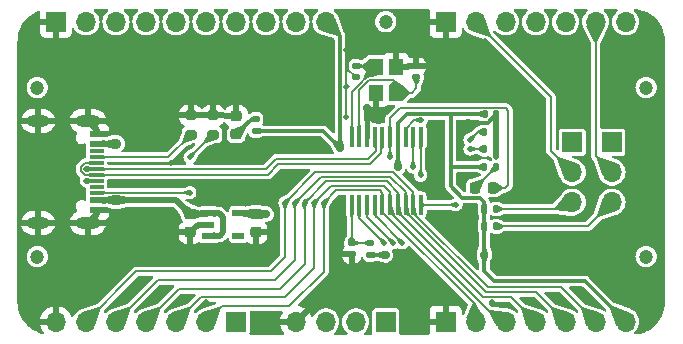
<source format=gtl>
%TF.GenerationSoftware,KiCad,Pcbnew,7.0.10*%
%TF.CreationDate,2024-01-31T17:31:42+08:00*%
%TF.ProjectId,UINIO-USB-Serial,55494e49-4f2d-4555-9342-2d5365726961,Version 1.0.0*%
%TF.SameCoordinates,PX7ba4d50PY51e45b0*%
%TF.FileFunction,Copper,L1,Top*%
%TF.FilePolarity,Positive*%
%FSLAX46Y46*%
G04 Gerber Fmt 4.6, Leading zero omitted, Abs format (unit mm)*
G04 Created by KiCad (PCBNEW 7.0.10) date 2024-01-31 17:31:42*
%MOMM*%
%LPD*%
G01*
G04 APERTURE LIST*
G04 Aperture macros list*
%AMRoundRect*
0 Rectangle with rounded corners*
0 $1 Rounding radius*
0 $2 $3 $4 $5 $6 $7 $8 $9 X,Y pos of 4 corners*
0 Add a 4 corners polygon primitive as box body*
4,1,4,$2,$3,$4,$5,$6,$7,$8,$9,$2,$3,0*
0 Add four circle primitives for the rounded corners*
1,1,$1+$1,$2,$3*
1,1,$1+$1,$4,$5*
1,1,$1+$1,$6,$7*
1,1,$1+$1,$8,$9*
0 Add four rect primitives between the rounded corners*
20,1,$1+$1,$2,$3,$4,$5,0*
20,1,$1+$1,$4,$5,$6,$7,0*
20,1,$1+$1,$6,$7,$8,$9,0*
20,1,$1+$1,$8,$9,$2,$3,0*%
G04 Aperture macros list end*
%TA.AperFunction,ComponentPad*%
%ADD10R,1.700000X1.700000*%
%TD*%
%TA.AperFunction,ComponentPad*%
%ADD11O,1.700000X1.700000*%
%TD*%
%TA.AperFunction,ComponentPad*%
%ADD12C,1.200000*%
%TD*%
%TA.AperFunction,SMDPad,CuDef*%
%ADD13RoundRect,0.135000X0.135000X0.185000X-0.135000X0.185000X-0.135000X-0.185000X0.135000X-0.185000X0*%
%TD*%
%TA.AperFunction,SMDPad,CuDef*%
%ADD14RoundRect,0.225000X0.250000X-0.225000X0.250000X0.225000X-0.250000X0.225000X-0.250000X-0.225000X0*%
%TD*%
%TA.AperFunction,SMDPad,CuDef*%
%ADD15R,1.000000X0.600000*%
%TD*%
%TA.AperFunction,SMDPad,CuDef*%
%ADD16RoundRect,0.140000X-0.170000X0.140000X-0.170000X-0.140000X0.170000X-0.140000X0.170000X0.140000X0*%
%TD*%
%TA.AperFunction,ComponentPad*%
%ADD17O,2.100000X1.000000*%
%TD*%
%TA.AperFunction,ComponentPad*%
%ADD18O,1.900000X1.000000*%
%TD*%
%TA.AperFunction,SMDPad,CuDef*%
%ADD19R,1.150000X0.600000*%
%TD*%
%TA.AperFunction,SMDPad,CuDef*%
%ADD20R,1.150000X0.300000*%
%TD*%
%TA.AperFunction,SMDPad,CuDef*%
%ADD21O,0.364000X1.742000*%
%TD*%
%TA.AperFunction,SMDPad,CuDef*%
%ADD22RoundRect,0.218750X0.218750X0.256250X-0.218750X0.256250X-0.218750X-0.256250X0.218750X-0.256250X0*%
%TD*%
%TA.AperFunction,SMDPad,CuDef*%
%ADD23RoundRect,0.218750X-0.256250X0.218750X-0.256250X-0.218750X0.256250X-0.218750X0.256250X0.218750X0*%
%TD*%
%TA.AperFunction,SMDPad,CuDef*%
%ADD24RoundRect,0.135000X-0.135000X-0.185000X0.135000X-0.185000X0.135000X0.185000X-0.135000X0.185000X0*%
%TD*%
%TA.AperFunction,SMDPad,CuDef*%
%ADD25RoundRect,0.140000X-0.140000X-0.170000X0.140000X-0.170000X0.140000X0.170000X-0.140000X0.170000X0*%
%TD*%
%TA.AperFunction,SMDPad,CuDef*%
%ADD26RoundRect,0.200000X0.275000X-0.200000X0.275000X0.200000X-0.275000X0.200000X-0.275000X-0.200000X0*%
%TD*%
%TA.AperFunction,SMDPad,CuDef*%
%ADD27RoundRect,0.140000X0.170000X-0.140000X0.170000X0.140000X-0.170000X0.140000X-0.170000X-0.140000X0*%
%TD*%
%TA.AperFunction,SMDPad,CuDef*%
%ADD28RoundRect,0.135000X-0.185000X0.135000X-0.185000X-0.135000X0.185000X-0.135000X0.185000X0.135000X0*%
%TD*%
%TA.AperFunction,SMDPad,CuDef*%
%ADD29R,1.200000X1.400000*%
%TD*%
%TA.AperFunction,SMDPad,CuDef*%
%ADD30RoundRect,0.135000X0.185000X-0.135000X0.185000X0.135000X-0.185000X0.135000X-0.185000X-0.135000X0*%
%TD*%
%TA.AperFunction,ViaPad*%
%ADD31C,0.500000*%
%TD*%
%TA.AperFunction,ViaPad*%
%ADD32C,0.700000*%
%TD*%
%TA.AperFunction,ViaPad*%
%ADD33C,0.900000*%
%TD*%
%TA.AperFunction,Conductor*%
%ADD34C,0.200000*%
%TD*%
%TA.AperFunction,Conductor*%
%ADD35C,0.500000*%
%TD*%
%TA.AperFunction,Conductor*%
%ADD36C,0.400000*%
%TD*%
%TA.AperFunction,Conductor*%
%ADD37C,0.300000*%
%TD*%
%TA.AperFunction,Conductor*%
%ADD38C,0.600000*%
%TD*%
G04 APERTURE END LIST*
D10*
%TO.P,J2,1,Pin_1*%
%TO.N,GND*%
X490000Y-1350000D03*
D11*
%TO.P,J2,2,Pin_2*%
%TO.N,/DTR0{slash}IO5*%
X3030000Y-1350000D03*
%TO.P,J2,3,Pin_3*%
%TO.N,/JTAG_TDI*%
X5570000Y-1350000D03*
%TO.P,J2,4,Pin_4*%
%TO.N,/JTAG_TDO*%
X8110000Y-1350000D03*
%TO.P,J2,5,Pin_5*%
%TO.N,/CTS0{slash}SCK{slash}TCK*%
X10650000Y-1350000D03*
%TO.P,J2,6,Pin_6*%
%TO.N,/DSR0{slash}CS0{slash}TMS*%
X13190000Y-1350000D03*
%TO.P,J2,7,Pin_7*%
%TO.N,/DCD0{slash}IO4*%
X15730000Y-1350000D03*
%TO.P,J2,8,Pin_8*%
%TO.N,/I2C_SDA*%
X18270000Y-1350000D03*
%TO.P,J2,9,Pin_9*%
%TO.N,/I2C_SCL*%
X20810000Y-1350000D03*
%TO.P,J2,10,Pin_10*%
%TO.N,/VDD_3.3V*%
X23350000Y-1350000D03*
%TD*%
D10*
%TO.P,J6,1,Pin_1*%
%TO.N,Net-(J6-Pin_1)*%
X47559730Y-11545000D03*
D11*
%TO.P,J6,2,Pin_2*%
%TO.N,/DTR1*%
X47559730Y-14085000D03*
%TO.P,J6,3,Pin_3*%
%TO.N,Net-(J6-Pin_3)*%
X47559730Y-16625000D03*
%TD*%
D12*
%TO.P,HOLE\u002A\u002A,*%
%TO.N,*%
X-1100000Y-6930000D03*
%TD*%
D13*
%TO.P,R8,1*%
%TO.N,Net-(J5-Pin_3)*%
X37780000Y-17195000D03*
%TO.P,R8,2*%
%TO.N,/VDD_3.3V*%
X36760000Y-17195000D03*
%TD*%
D10*
%TO.P,J3,1,Pin_1*%
%TO.N,/VDD_3.3V*%
X28415000Y-26750000D03*
D11*
%TO.P,J3,2,Pin_2*%
%TO.N,/I2C_SCL*%
X25875000Y-26750000D03*
%TO.P,J3,3,Pin_3*%
%TO.N,/I2C_SDA*%
X23335000Y-26750000D03*
%TO.P,J3,4,Pin_4*%
%TO.N,GND*%
X20795000Y-26750000D03*
%TD*%
D10*
%TO.P,J7,1,Pin_1*%
%TO.N,/VDD_3.3V*%
X15740000Y-26750000D03*
D11*
%TO.P,J7,2,Pin_2*%
%TO.N,/DSR0{slash}CS0{slash}TMS*%
X13200000Y-26750000D03*
%TO.P,J7,3,Pin_3*%
%TO.N,/CTS0{slash}SCK{slash}TCK*%
X10660000Y-26750000D03*
%TO.P,J7,4,Pin_4*%
%TO.N,/JTAG_TDO*%
X8120000Y-26750000D03*
%TO.P,J7,5,Pin_5*%
%TO.N,/JTAG_TDI*%
X5580000Y-26750000D03*
%TO.P,J7,6,Pin_6*%
%TO.N,/DTR0{slash}IO5*%
X3040000Y-26750000D03*
%TO.P,J7,7,Pin_7*%
%TO.N,GND*%
X500000Y-26750000D03*
%TD*%
D10*
%TO.P,J4,1,Pin_1*%
%TO.N,GND*%
X33490000Y-1350000D03*
D11*
%TO.P,J4,2,Pin_2*%
%TO.N,/RTS1{slash}IO7*%
X36030000Y-1350000D03*
%TO.P,J4,3,Pin_3*%
%TO.N,/CTS1{slash}IO6*%
X38570000Y-1350000D03*
%TO.P,J4,4,Pin_4*%
%TO.N,/TXD1*%
X41110000Y-1350000D03*
%TO.P,J4,5,Pin_5*%
%TO.N,/RXD1*%
X43650000Y-1350000D03*
%TO.P,J4,6,Pin_6*%
%TO.N,/DTR1*%
X46190000Y-1350000D03*
%TO.P,J4,7,Pin_7*%
%TO.N,/VDD_3.3V*%
X48730000Y-1350000D03*
%TD*%
D14*
%TO.P,C5,1*%
%TO.N,GND*%
X11855000Y-19190000D03*
%TO.P,C5,2*%
%TO.N,/VDD_5V*%
X11855000Y-17640000D03*
%TD*%
D15*
%TO.P,U2,1,Vin*%
%TO.N,/VDD_5V*%
X13340000Y-17579000D03*
%TO.P,U2,2,Vss*%
%TO.N,GND*%
X13340000Y-18529000D03*
%TO.P,U2,3,CE*%
%TO.N,/VDD_5V*%
X13340000Y-19479000D03*
%TO.P,U2,4,NC*%
%TO.N,unconnected-(U2-NC-Pad4)*%
X15940000Y-19479000D03*
%TO.P,U2,5,Vout*%
%TO.N,/VDD_3.3V*%
X15940000Y-17579000D03*
%TD*%
D16*
%TO.P,C4,1*%
%TO.N,GND*%
X31000000Y-5110000D03*
%TO.P,C4,2*%
%TO.N,Net-(U1-XI)*%
X31000000Y-6070000D03*
%TD*%
D17*
%TO.P,USB1,13,GND*%
%TO.N,GND*%
X3180000Y-9745000D03*
%TO.P,USB1,14,GND*%
X3180000Y-18395000D03*
D18*
%TO.P,USB1,15,GND*%
X-1020000Y-9745000D03*
%TO.P,USB1,16,GND*%
X-1020000Y-18395000D03*
D19*
%TO.P,USB1,A1B12,GND*%
X3942000Y-10870000D03*
%TO.P,USB1,A4B9,VBUS*%
%TO.N,/VDD_5V*%
X3942000Y-11670000D03*
D20*
%TO.P,USB1,A5,CC1*%
%TO.N,Net-(USB1-CC1)*%
X3942000Y-12820000D03*
%TO.P,USB1,A6,DP1*%
%TO.N,/USB_Data+*%
X3942000Y-13820000D03*
%TO.P,USB1,A7,DN1*%
%TO.N,/USB_Data-*%
X3942000Y-14320000D03*
%TO.P,USB1,A8,SBU1*%
%TO.N,unconnected-(USB1-SBU1-PadA8)*%
X3942000Y-15320000D03*
D19*
%TO.P,USB1,B1A12,GND*%
%TO.N,GND*%
X3942000Y-17270000D03*
%TO.P,USB1,B4A9,VBUS*%
%TO.N,/VDD_5V*%
X3942000Y-16470000D03*
D20*
%TO.P,USB1,B5,CC2*%
%TO.N,Net-(USB1-CC2)*%
X3942000Y-15820000D03*
%TO.P,USB1,B6,DP2*%
%TO.N,/USB_Data+*%
X3942000Y-14820000D03*
%TO.P,USB1,B7,DN2*%
%TO.N,/USB_Data-*%
X3942000Y-13320000D03*
%TO.P,USB1,B8,SBU2*%
%TO.N,unconnected-(USB1-SBU2-PadB8)*%
X3942000Y-12320000D03*
%TD*%
D13*
%TO.P,R9,1*%
%TO.N,Net-(J6-Pin_3)*%
X37780000Y-18680000D03*
%TO.P,R9,2*%
%TO.N,/VDD_3.3V*%
X36760000Y-18680000D03*
%TD*%
D21*
%TO.P,U1,1,RST#*%
%TO.N,Net-(U1-RST#)*%
X25536833Y-16862000D03*
%TO.P,U1,2,CTS1/GPIO6*%
%TO.N,/CTS1{slash}IO6*%
X26186833Y-16862000D03*
%TO.P,U1,3,TXD1*%
%TO.N,/TXD1*%
X26836833Y-16862000D03*
%TO.P,U1,4,RXD1*%
%TO.N,/RXD1*%
X27486833Y-16862000D03*
%TO.P,U1,5,DSR0/GPIO2/SCS0/TMS*%
%TO.N,/DSR0{slash}CS0{slash}TMS*%
X28136833Y-16862000D03*
%TO.P,U1,6,CTS0/GPIO0/SCK/TCK*%
%TO.N,/CTS0{slash}SCK{slash}TCK*%
X28786833Y-16862000D03*
%TO.P,U1,7,RTS0/GPIO1/MISO/TDO*%
%TO.N,/JTAG_TDO*%
X29436833Y-16862000D03*
%TO.P,U1,8,TXD0/MOSI/TDI*%
%TO.N,/JTAG_TDI*%
X30086833Y-16862000D03*
%TO.P,U1,9,TNOW0/DTR0/GPIO5/SCS1/TRST*%
%TO.N,/DTR0{slash}IO5*%
X30736833Y-16862000D03*
%TO.P,U1,10,TNOW1/DTR1*%
%TO.N,/DTR1*%
X31386833Y-16862000D03*
%TO.P,U1,11,RI0/GPIO3/SCL*%
%TO.N,/I2C_SCL*%
X31386833Y-11120000D03*
%TO.P,U1,12,RXD0/SDA*%
%TO.N,/I2C_SDA*%
X30736833Y-11120000D03*
%TO.P,U1,13,RTS1/GPIO7*%
%TO.N,/RTS1{slash}IO7*%
X30086833Y-11120000D03*
%TO.P,U1,14,VCC*%
%TO.N,/VDD_3.3V*%
X29436833Y-11120000D03*
%TO.P,U1,15,DCD0/GPIO4/ACT*%
%TO.N,/DCD0{slash}IO4*%
X28786833Y-11120000D03*
%TO.P,U1,16,UD-*%
%TO.N,/USB_Data-*%
X28136833Y-11120000D03*
%TO.P,U1,17,UD+*%
%TO.N,/USB_Data+*%
X27486833Y-11120000D03*
%TO.P,U1,18,GND*%
%TO.N,GND*%
X26836833Y-11120000D03*
%TO.P,U1,19,XI*%
%TO.N,Net-(U1-XI)*%
X26186833Y-11120000D03*
%TO.P,U1,20,XO*%
%TO.N,Net-(U1-XO)*%
X25536833Y-11120000D03*
%TD*%
D10*
%TO.P,J1,1,Pin_1*%
%TO.N,GND*%
X33490000Y-26750000D03*
D11*
%TO.P,J1,2,Pin_2*%
%TO.N,/DSR0{slash}CS0{slash}TMS*%
X36030000Y-26750000D03*
%TO.P,J1,3,Pin_3*%
%TO.N,/CTS0{slash}SCK{slash}TCK*%
X38570000Y-26750000D03*
%TO.P,J1,4,Pin_4*%
%TO.N,/JTAG_TDO*%
X41110000Y-26750000D03*
%TO.P,J1,5,Pin_5*%
%TO.N,/JTAG_TDI*%
X43650000Y-26750000D03*
%TO.P,J1,6,Pin_6*%
%TO.N,/DTR0{slash}IO5*%
X46190000Y-26750000D03*
%TO.P,J1,7,Pin_7*%
%TO.N,/VDD_3.3V*%
X48730000Y-26750000D03*
%TD*%
D22*
%TO.P,D1,1,K*%
%TO.N,/DCD0{slash}IO4*%
X37507500Y-15410000D03*
%TO.P,D1,2,A*%
%TO.N,Net-(D1-A)*%
X35932500Y-15410000D03*
%TD*%
D16*
%TO.P,C1,1*%
%TO.N,Net-(U1-RST#)*%
X25530000Y-20090000D03*
%TO.P,C1,2*%
%TO.N,GND*%
X25530000Y-21050000D03*
%TD*%
D13*
%TO.P,R4,1*%
%TO.N,Net-(D1-A)*%
X37780000Y-13625000D03*
%TO.P,R4,2*%
%TO.N,/VDD_3.3V*%
X36760000Y-13625000D03*
%TD*%
D23*
%TO.P,D2,1,K*%
%TO.N,GND*%
X15748332Y-9320000D03*
%TO.P,D2,2,A*%
%TO.N,Net-(D2-A)*%
X15748332Y-10895000D03*
%TD*%
D24*
%TO.P,R6,1*%
%TO.N,Net-(J5-Pin_1)*%
X36760000Y-12140000D03*
%TO.P,R6,2*%
%TO.N,GND*%
X37780000Y-12140000D03*
%TD*%
D25*
%TO.P,C3,1*%
%TO.N,/VDD_3.3V*%
X36810000Y-9180000D03*
%TO.P,C3,2*%
%TO.N,GND*%
X37770000Y-9180000D03*
%TD*%
D10*
%TO.P,J5,1,Pin_1*%
%TO.N,Net-(J5-Pin_1)*%
X44200000Y-11545000D03*
D11*
%TO.P,J5,2,Pin_2*%
%TO.N,/RTS1{slash}IO7*%
X44200000Y-14085000D03*
%TO.P,J5,3,Pin_3*%
%TO.N,Net-(J5-Pin_3)*%
X44200000Y-16625000D03*
%TD*%
D14*
%TO.P,C6,1*%
%TO.N,GND*%
X17425000Y-19190000D03*
%TO.P,C6,2*%
%TO.N,/VDD_3.3V*%
X17425000Y-17640000D03*
%TD*%
D24*
%TO.P,R7,1*%
%TO.N,Net-(J6-Pin_1)*%
X36760000Y-10655000D03*
%TO.P,R7,2*%
%TO.N,GND*%
X37780000Y-10655000D03*
%TD*%
D12*
%TO.P,HOLE\u002A\u002A,*%
%TO.N,*%
X50460000Y-21230000D03*
%TD*%
%TO.P,HOLE\u002A\u002A,*%
%TO.N,*%
X50460000Y-6930000D03*
%TD*%
%TO.P,HOLE\u002A\u002A,*%
%TO.N,*%
X-1090000Y-21230000D03*
%TD*%
D26*
%TO.P,R3,1*%
%TO.N,Net-(USB1-CC2)*%
X13806666Y-10932500D03*
%TO.P,R3,2*%
%TO.N,GND*%
X13806666Y-9282500D03*
%TD*%
D27*
%TO.P,C2,1*%
%TO.N,GND*%
X25880000Y-6070000D03*
%TO.P,C2,2*%
%TO.N,Net-(U1-XO)*%
X25880000Y-5110000D03*
%TD*%
D28*
%TO.P,R5,1*%
%TO.N,Net-(D2-A)*%
X17430000Y-9577500D03*
%TO.P,R5,2*%
%TO.N,/VDD_3.3V*%
X17430000Y-10597500D03*
%TD*%
D29*
%TO.P,Y1,1,1*%
%TO.N,Net-(U1-XO)*%
X27590000Y-5180000D03*
%TO.P,Y1,2,2*%
%TO.N,GND*%
X27590000Y-7380000D03*
%TO.P,Y1,3,3*%
%TO.N,Net-(U1-XI)*%
X29290000Y-7380000D03*
%TO.P,Y1,4,4*%
%TO.N,GND*%
X29290000Y-5180000D03*
%TD*%
D12*
%TO.P,HOLE\u002A\u002A,*%
%TO.N,*%
X28415000Y-1350000D03*
%TD*%
D26*
%TO.P,R2,1*%
%TO.N,Net-(USB1-CC1)*%
X11905000Y-10932500D03*
%TO.P,R2,2*%
%TO.N,GND*%
X11905000Y-9282500D03*
%TD*%
D30*
%TO.P,R1,1*%
%TO.N,/VDD_3.3V*%
X27120000Y-21090000D03*
%TO.P,R1,2*%
%TO.N,Net-(U1-RST#)*%
X27120000Y-20070000D03*
%TD*%
D31*
%TO.N,GND*%
X43820000Y-6230000D03*
X23630000Y-5440000D03*
X10260000Y-15100000D03*
X14660000Y-15830000D03*
X35550000Y-19720000D03*
X40790000Y-10620000D03*
X10260000Y-13340000D03*
X43650000Y-21120000D03*
D32*
X35400000Y-9910000D03*
D31*
X25070000Y-3720000D03*
X8180000Y-25120000D03*
X40410000Y-25120000D03*
D32*
X37890000Y-7430000D03*
D31*
X42940000Y-3020000D03*
X40790000Y-17980000D03*
X10680000Y-25120000D03*
X25070000Y-6910000D03*
X23630000Y-7960000D03*
X25070000Y-9450000D03*
X36850000Y-3020000D03*
X14460000Y-2960000D03*
X50480000Y-10200000D03*
D32*
X27100000Y-22920000D03*
X26830000Y-8630000D03*
D31*
X22910000Y-11990000D03*
X35010000Y-14650000D03*
X37380000Y-25120000D03*
X38540000Y-3020000D03*
X50480000Y-17890000D03*
X13230000Y-25120000D03*
X11920000Y-2960000D03*
X37780000Y-12810000D03*
X42950000Y-25120000D03*
X5630000Y-25120000D03*
X45490000Y-25120000D03*
D32*
X23540000Y-3260000D03*
D31*
X32310000Y-11330000D03*
X9380000Y-2960000D03*
X40410000Y-3020000D03*
D32*
%TO.N,/VDD_3.3V*%
X24540000Y-12000000D03*
X28400000Y-21110000D03*
X29430000Y-13660000D03*
X18290000Y-17640000D03*
X36760000Y-21120000D03*
D33*
%TO.N,/VDD_5V*%
X5580000Y-11670000D03*
X5580000Y-16470000D03*
D31*
%TO.N,/DCD0{slash}IO4*%
X28786833Y-12783167D03*
%TO.N,/CTS0{slash}SCK{slash}TCK*%
X22362500Y-16690000D03*
%TO.N,/JTAG_TDI*%
X20707500Y-16690000D03*
%TO.N,/I2C_SDA*%
X30730000Y-13660000D03*
%TO.N,/JTAG_TDO*%
X21535000Y-16690000D03*
%TO.N,/DTR0{slash}IO5*%
X19880000Y-16690000D03*
%TO.N,/DSR0{slash}CS0{slash}TMS*%
X23190000Y-16690000D03*
%TO.N,/I2C_SCL*%
X31370000Y-14360000D03*
%TO.N,/CTS1{slash}IO6*%
X28300000Y-20070000D03*
%TO.N,/TXD1*%
X29040000Y-20070000D03*
%TO.N,/RXD1*%
X29810000Y-20070000D03*
%TO.N,/RTS1{slash}IO7*%
X31400000Y-9679500D03*
%TO.N,/DTR1*%
X34360000Y-16840000D03*
%TO.N,Net-(J5-Pin_1)*%
X35550000Y-12130000D03*
%TO.N,Net-(J6-Pin_1)*%
X35540000Y-11350000D03*
%TO.N,Net-(USB1-CC2)*%
X11830000Y-12820000D03*
X11830000Y-15820000D03*
%TO.N,/USB_Data+*%
X3060000Y-14820000D03*
X3060000Y-13820000D03*
%TD*%
D34*
%TO.N,Net-(U1-RST#)*%
X27120000Y-20070000D02*
X25550000Y-20070000D01*
X25530000Y-20090000D02*
X25530000Y-16868833D01*
D35*
%TO.N,GND*%
X3942000Y-17633000D02*
X3180000Y-18395000D01*
D34*
X25880000Y-6070000D02*
X25070000Y-5260000D01*
D36*
X26836833Y-8636833D02*
X26836833Y-11120000D01*
D35*
X11855000Y-19190000D02*
X12516000Y-18529000D01*
X3942000Y-17270000D02*
X3942000Y-17633000D01*
D37*
X35400000Y-9910000D02*
X37040000Y-9910000D01*
D35*
X24610000Y-22920000D02*
X27100000Y-22920000D01*
X12516000Y-18529000D02*
X13340000Y-18529000D01*
X3942000Y-10870000D02*
X3942000Y-10507000D01*
D37*
X37040000Y-9910000D02*
X37770000Y-9180000D01*
D35*
X37780000Y-12140000D02*
X37780000Y-12810000D01*
X20795000Y-26735000D02*
X24610000Y-22920000D01*
D34*
X25070000Y-5100000D02*
X25070000Y-3720000D01*
D35*
X3942000Y-10507000D02*
X3180000Y-9745000D01*
D34*
X25070000Y-9450000D02*
X25070000Y-5100000D01*
X25070000Y-5260000D02*
X25070000Y-5100000D01*
D36*
X26830000Y-8630000D02*
X26836833Y-8636833D01*
D34*
%TO.N,Net-(U1-XO)*%
X25536833Y-7263167D02*
X25536833Y-11120000D01*
X27590000Y-5210000D02*
X25536833Y-7263167D01*
X25880000Y-5110000D02*
X27520000Y-5110000D01*
%TO.N,Net-(U1-XI)*%
X29290000Y-7380000D02*
X29290000Y-6500000D01*
X26186833Y-7103167D02*
X26186833Y-11120000D01*
X30620000Y-7380000D02*
X29290000Y-7380000D01*
X29290000Y-6500000D02*
X29060000Y-6270000D01*
X31000000Y-7000000D02*
X30620000Y-7380000D01*
X29060000Y-6270000D02*
X27020000Y-6270000D01*
X27020000Y-6270000D02*
X26186833Y-7103167D01*
X31000000Y-6070000D02*
X31000000Y-7000000D01*
D38*
%TO.N,/VDD_3.3V*%
X17425000Y-17640000D02*
X18290000Y-17640000D01*
D37*
X37620000Y-23310000D02*
X45290000Y-23310000D01*
X33900000Y-9180000D02*
X36810000Y-9180000D01*
X36760000Y-17195000D02*
X36760000Y-16620000D01*
X36760000Y-13625000D02*
X33900000Y-13625000D01*
X45290000Y-23310000D02*
X48730000Y-26750000D01*
X36410000Y-16270000D02*
X34910000Y-16270000D01*
X34910000Y-16270000D02*
X33900000Y-15260000D01*
X36760000Y-18680000D02*
X36760000Y-21120000D01*
X36760000Y-17195000D02*
X36760000Y-18680000D01*
X24540000Y-12000000D02*
X23137500Y-10597500D01*
X28400000Y-21110000D02*
X27140000Y-21110000D01*
D35*
X15940000Y-17579000D02*
X17364000Y-17579000D01*
D37*
X29436833Y-9963167D02*
X30220000Y-9180000D01*
X36760000Y-22450000D02*
X37620000Y-23310000D01*
X24540000Y-12000000D02*
X24540000Y-2540000D01*
X29436833Y-11120000D02*
X29436833Y-9963167D01*
X36760000Y-21120000D02*
X36760000Y-22450000D01*
X33900000Y-15260000D02*
X33900000Y-9180000D01*
X24540000Y-2540000D02*
X23350000Y-1350000D01*
X23137500Y-10597500D02*
X17430000Y-10597500D01*
X33900000Y-13625000D02*
X33900000Y-9180000D01*
X29430000Y-13660000D02*
X29430000Y-11126833D01*
X36760000Y-16620000D02*
X36410000Y-16270000D01*
X30220000Y-9180000D02*
X33900000Y-9180000D01*
D35*
%TO.N,/VDD_5V*%
X10685000Y-16470000D02*
X11855000Y-17640000D01*
X14319000Y-17579000D02*
X13340000Y-17579000D01*
X13279000Y-17640000D02*
X13340000Y-17579000D01*
X5580000Y-16470000D02*
X10685000Y-16470000D01*
X14640000Y-17900000D02*
X14319000Y-17579000D01*
X13340000Y-19479000D02*
X14341000Y-19479000D01*
X11855000Y-17640000D02*
X13279000Y-17640000D01*
X3942000Y-11670000D02*
X5580000Y-11670000D01*
X14341000Y-19479000D02*
X14640000Y-19180000D01*
X14640000Y-19180000D02*
X14640000Y-17900000D01*
X3942000Y-16470000D02*
X5580000Y-16470000D01*
D34*
%TO.N,/DCD0{slash}IO4*%
X28786833Y-11120000D02*
X28786833Y-9503167D01*
X38780000Y-15160000D02*
X38530000Y-15410000D01*
X29620000Y-8670000D02*
X38580000Y-8670000D01*
X38530000Y-15410000D02*
X37507500Y-15410000D01*
X38580000Y-8670000D02*
X38780000Y-8870000D01*
X28786833Y-12783167D02*
X28786833Y-11120000D01*
X28786833Y-9503167D02*
X29620000Y-8670000D01*
X38780000Y-8870000D02*
X38780000Y-15160000D01*
%TO.N,Net-(D1-A)*%
X35995000Y-15410000D02*
X37780000Y-13625000D01*
D37*
%TO.N,Net-(D2-A)*%
X17430000Y-9577500D02*
X17065832Y-9577500D01*
X17065832Y-9577500D02*
X15748332Y-10895000D01*
D34*
%TO.N,/CTS0{slash}SCK{slash}TCK*%
X28786833Y-17441230D02*
X29278603Y-17933000D01*
X12740000Y-24670000D02*
X19880000Y-24670000D01*
X28786833Y-15796833D02*
X28786833Y-16862000D01*
X19880000Y-24670000D02*
X22360000Y-22190000D01*
X22360000Y-22190000D02*
X22360000Y-16690000D01*
X10660000Y-26750000D02*
X12740000Y-24670000D01*
X23810000Y-15240000D02*
X28230000Y-15240000D01*
X28230000Y-15240000D02*
X28786833Y-15796833D01*
X29278603Y-17933000D02*
X29293000Y-17933000D01*
X29293000Y-17933000D02*
X38110000Y-26750000D01*
X22360000Y-16690000D02*
X23810000Y-15240000D01*
%TO.N,/JTAG_TDI*%
X20720000Y-21550000D02*
X19030000Y-23240000D01*
X36880000Y-24260000D02*
X41160000Y-24260000D01*
X28780000Y-14500000D02*
X22890000Y-14500000D01*
X19030000Y-23240000D02*
X9090000Y-23240000D01*
X41160000Y-24260000D02*
X43650000Y-26750000D01*
X22890000Y-14500000D02*
X20720000Y-16670000D01*
X30086833Y-17466833D02*
X36880000Y-24260000D01*
X9090000Y-23240000D02*
X5580000Y-26750000D01*
X30086833Y-15806833D02*
X28780000Y-14500000D01*
X20720000Y-16670000D02*
X20720000Y-21550000D01*
X30086833Y-16862000D02*
X30086833Y-15806833D01*
%TO.N,/I2C_SDA*%
X30730000Y-13660000D02*
X30730000Y-11126833D01*
%TO.N,/JTAG_TDO*%
X39030000Y-24670000D02*
X41110000Y-26750000D01*
X29436833Y-16862000D02*
X29436833Y-15816833D01*
X23360000Y-14870000D02*
X21540000Y-16690000D01*
X21540000Y-21890000D02*
X19440000Y-23990000D01*
X36660000Y-24670000D02*
X39030000Y-24670000D01*
X29436833Y-17446833D02*
X36660000Y-24670000D01*
X29436833Y-15816833D02*
X28490000Y-14870000D01*
X19440000Y-23990000D02*
X10880000Y-23990000D01*
X28490000Y-14870000D02*
X23360000Y-14870000D01*
X10880000Y-23990000D02*
X8120000Y-26750000D01*
X21540000Y-16690000D02*
X21540000Y-21890000D01*
%TO.N,/DTR0{slash}IO5*%
X19880000Y-16690000D02*
X19880000Y-16660000D01*
X19880000Y-21290000D02*
X18690000Y-22480000D01*
X19880000Y-16690000D02*
X19880000Y-21290000D01*
X29030000Y-14080000D02*
X30736833Y-15786833D01*
X19880000Y-16660000D02*
X22460000Y-14080000D01*
X18690000Y-22480000D02*
X7310000Y-22480000D01*
X30736833Y-15786833D02*
X30736833Y-16862000D01*
X22460000Y-14080000D02*
X29030000Y-14080000D01*
X7310000Y-22480000D02*
X3040000Y-26750000D01*
X30736833Y-17526833D02*
X37040000Y-23830000D01*
X43270000Y-23830000D02*
X46190000Y-26750000D01*
X37040000Y-23830000D02*
X43270000Y-23830000D01*
%TO.N,/DSR0{slash}CS0{slash}TMS*%
X23180000Y-16670000D02*
X23180000Y-22500000D01*
X28633000Y-17933000D02*
X28628603Y-17933000D01*
X24220000Y-15630000D02*
X23180000Y-16670000D01*
X36030000Y-25330000D02*
X28633000Y-17933000D01*
X27900000Y-15630000D02*
X24220000Y-15630000D01*
X36030000Y-26750000D02*
X36030000Y-25330000D01*
X28136833Y-16862000D02*
X28136833Y-15866833D01*
X28628603Y-17933000D02*
X28136833Y-17441230D01*
X23180000Y-22500000D02*
X20250000Y-25430000D01*
X20250000Y-25430000D02*
X14520000Y-25430000D01*
X14520000Y-25430000D02*
X13200000Y-26750000D01*
X28136833Y-15866833D02*
X27900000Y-15630000D01*
%TO.N,/I2C_SCL*%
X31370000Y-14360000D02*
X31370000Y-11136833D01*
%TO.N,/CTS1{slash}IO6*%
X28300000Y-20060000D02*
X26186833Y-17946833D01*
X28300000Y-20070000D02*
X28300000Y-20060000D01*
X26186833Y-17946833D02*
X26186833Y-16862000D01*
%TO.N,/TXD1*%
X29040000Y-20060000D02*
X26836833Y-17856833D01*
X29040000Y-20070000D02*
X29040000Y-20060000D01*
X26836833Y-17856833D02*
X26836833Y-16862000D01*
%TO.N,/RXD1*%
X27486833Y-17746833D02*
X27486833Y-16862000D01*
X29810000Y-20070000D02*
X27486833Y-17746833D01*
%TO.N,/RTS1{slash}IO7*%
X30838333Y-9679500D02*
X30086833Y-10431000D01*
X36030000Y-1350000D02*
X42390000Y-7710000D01*
X42390000Y-7710000D02*
X42390000Y-12275000D01*
X31400000Y-9679500D02*
X30838333Y-9679500D01*
X42390000Y-12275000D02*
X44200000Y-14085000D01*
%TO.N,/DTR1*%
X46190000Y-12715270D02*
X47559730Y-14085000D01*
X46190000Y-1350000D02*
X46190000Y-12715270D01*
X34360000Y-16840000D02*
X34338000Y-16862000D01*
X34338000Y-16862000D02*
X31386833Y-16862000D01*
%TO.N,Net-(J5-Pin_1)*%
X35560000Y-12140000D02*
X35550000Y-12130000D01*
X36760000Y-12140000D02*
X35560000Y-12140000D01*
%TO.N,Net-(J5-Pin_3)*%
X43630000Y-17195000D02*
X44200000Y-16625000D01*
X37780000Y-17195000D02*
X43630000Y-17195000D01*
%TO.N,Net-(J6-Pin_1)*%
X36235000Y-10655000D02*
X35540000Y-11350000D01*
X36760000Y-10655000D02*
X36235000Y-10655000D01*
%TO.N,Net-(J6-Pin_3)*%
X37780000Y-18680000D02*
X45504730Y-18680000D01*
X45504730Y-18680000D02*
X47559730Y-16625000D01*
%TO.N,Net-(USB1-CC1)*%
X3942000Y-12820000D02*
X10017500Y-12820000D01*
X10017500Y-12820000D02*
X11905000Y-10932500D01*
%TO.N,Net-(USB1-CC2)*%
X11830000Y-15820000D02*
X3942000Y-15820000D01*
X11830000Y-12820000D02*
X13717500Y-10932500D01*
%TO.N,/USB_Data-*%
X18423200Y-14295000D02*
X19293200Y-13425000D01*
X2610000Y-13633603D02*
X2610000Y-14006397D01*
X27083200Y-13425000D02*
X28036833Y-12471367D01*
X19293200Y-13425000D02*
X27083200Y-13425000D01*
X28036833Y-12471367D02*
X28036833Y-12091000D01*
X2610000Y-14006397D02*
X2923603Y-14320000D01*
X4804501Y-14320000D02*
X4829501Y-14295000D01*
X2923603Y-14320000D02*
X3942000Y-14320000D01*
X4829501Y-14295000D02*
X18423200Y-14295000D01*
X3942000Y-13320000D02*
X2923603Y-13320000D01*
X28036833Y-12091000D02*
X28136833Y-11991000D01*
X2923603Y-13320000D02*
X2610000Y-13633603D01*
X28136833Y-11991000D02*
X28136833Y-11120000D01*
X3942000Y-14320000D02*
X4804501Y-14320000D01*
%TO.N,/USB_Data+*%
X3942000Y-13820000D02*
X4804501Y-13820000D01*
X4829501Y-13845000D02*
X18236800Y-13845000D01*
X3942000Y-13820000D02*
X3060000Y-13820000D01*
X27486833Y-11991000D02*
X27486833Y-11120000D01*
X4804501Y-13820000D02*
X4829501Y-13845000D01*
X26896800Y-12975000D02*
X27586833Y-12284967D01*
X18236800Y-13845000D02*
X19106800Y-12975000D01*
X27586833Y-12091000D02*
X27486833Y-11991000D01*
X27586833Y-12284967D02*
X27586833Y-12091000D01*
X19106800Y-12975000D02*
X26896800Y-12975000D01*
X3060000Y-14820000D02*
X3942000Y-14820000D01*
%TD*%
%TA.AperFunction,Conductor*%
%TO.N,Net-(USB1-CC2)*%
G36*
X11733013Y-15593058D02*
G01*
X11738485Y-15598961D01*
X11829109Y-15815483D01*
X11829142Y-15824437D01*
X11829109Y-15824517D01*
X11738485Y-16041038D01*
X11732129Y-16047347D01*
X11724087Y-16047652D01*
X11338095Y-15922622D01*
X11331280Y-15916812D01*
X11330000Y-15911491D01*
X11330000Y-15728508D01*
X11333427Y-15720235D01*
X11338091Y-15717378D01*
X11724088Y-15592347D01*
X11733013Y-15593058D01*
G37*
%TD.AperFunction*%
%TD*%
%TA.AperFunction,Conductor*%
%TO.N,/DSR0{slash}CS0{slash}TMS*%
G36*
X23408404Y-16780411D02*
G01*
X23410799Y-16781414D01*
X23417108Y-16787770D01*
X23417324Y-16796076D01*
X23282744Y-17180180D01*
X23276774Y-17186854D01*
X23271702Y-17188011D01*
X23088700Y-17188011D01*
X23080427Y-17184584D01*
X23077495Y-17179680D01*
X22962064Y-16795763D01*
X22962964Y-16786853D01*
X22968750Y-16781602D01*
X23185484Y-16690889D01*
X23194437Y-16690857D01*
X23408404Y-16780411D01*
G37*
%TD.AperFunction*%
%TD*%
%TA.AperFunction,Conductor*%
%TO.N,/RXD1*%
G36*
X29534732Y-19649604D02*
G01*
X29896084Y-19834134D01*
X29901893Y-19840948D01*
X29901588Y-19848991D01*
X29812564Y-20066176D01*
X29806255Y-20072531D01*
X29806176Y-20072564D01*
X29588991Y-20161588D01*
X29580036Y-20161555D01*
X29574134Y-20156084D01*
X29389604Y-19794733D01*
X29388894Y-19785808D01*
X29391750Y-19781142D01*
X29521141Y-19651751D01*
X29529413Y-19648325D01*
X29534732Y-19649604D01*
G37*
%TD.AperFunction*%
%TD*%
%TA.AperFunction,Conductor*%
%TO.N,/JTAG_TDO*%
G36*
X21746090Y-16777350D02*
G01*
X21756143Y-16781558D01*
X21762452Y-16787914D01*
X21762794Y-16795839D01*
X21642565Y-17180793D01*
X21636828Y-17187668D01*
X21631397Y-17189005D01*
X21448403Y-17189005D01*
X21440130Y-17185578D01*
X21437316Y-17181043D01*
X21307510Y-16795995D01*
X21308114Y-16787060D01*
X21314078Y-16781465D01*
X21530484Y-16690889D01*
X21539437Y-16690857D01*
X21746090Y-16777350D01*
G37*
%TD.AperFunction*%
%TD*%
%TA.AperFunction,Conductor*%
%TO.N,Net-(U1-RST#)*%
G36*
X26889062Y-19816531D02*
G01*
X27113772Y-20062102D01*
X27116829Y-20070518D01*
X27113772Y-20077898D01*
X26889062Y-20323468D01*
X26880948Y-20327259D01*
X26875611Y-20326231D01*
X26536881Y-20173110D01*
X26530753Y-20166580D01*
X26530000Y-20162449D01*
X26530000Y-19977550D01*
X26533427Y-19969277D01*
X26536878Y-19966890D01*
X26875613Y-19813767D01*
X26884561Y-19813482D01*
X26889062Y-19816531D01*
G37*
%TD.AperFunction*%
%TD*%
%TA.AperFunction,Conductor*%
%TO.N,/JTAG_TDI*%
G36*
X20991934Y-16268819D02*
G01*
X21121331Y-16398216D01*
X21124758Y-16406489D01*
X21123544Y-16411678D01*
X20943305Y-16775899D01*
X20936565Y-16781794D01*
X20928382Y-16781536D01*
X20711322Y-16692563D01*
X20704968Y-16686255D01*
X20704935Y-16686175D01*
X20615866Y-16468879D01*
X20615899Y-16459925D01*
X20621253Y-16454083D01*
X20978225Y-16266731D01*
X20987142Y-16265922D01*
X20991934Y-16268819D01*
G37*
%TD.AperFunction*%
%TD*%
%TA.AperFunction,Conductor*%
%TO.N,/JTAG_TDI*%
G36*
X6713437Y-25480129D02*
G01*
X6716490Y-25482327D01*
X6847672Y-25613509D01*
X6851099Y-25621782D01*
X6850494Y-25625495D01*
X6369275Y-27063396D01*
X6363400Y-27070154D01*
X6354467Y-27070778D01*
X6353714Y-27070497D01*
X5583785Y-26752562D01*
X5577447Y-26746238D01*
X5259502Y-25976284D01*
X5259511Y-25967330D01*
X5265850Y-25961005D01*
X5266581Y-25960731D01*
X6704506Y-25479505D01*
X6713437Y-25480129D01*
G37*
%TD.AperFunction*%
%TD*%
%TA.AperFunction,Conductor*%
%TO.N,Net-(D1-A)*%
G36*
X37520033Y-13517281D02*
G01*
X37774844Y-13621886D01*
X37781195Y-13628196D01*
X37781893Y-13630517D01*
X37840100Y-13935883D01*
X37838283Y-13944652D01*
X37833356Y-13948767D01*
X37416646Y-14133855D01*
X37407694Y-14134081D01*
X37403624Y-14131435D01*
X37273855Y-14001666D01*
X37270428Y-13993393D01*
X37271670Y-13988149D01*
X37505135Y-13522857D01*
X37511908Y-13517000D01*
X37520033Y-13517281D01*
G37*
%TD.AperFunction*%
%TD*%
%TA.AperFunction,Conductor*%
%TO.N,Net-(J6-Pin_3)*%
G36*
X46786012Y-16304501D02*
G01*
X47555945Y-16622438D01*
X47562282Y-16628761D01*
X47562292Y-16628785D01*
X47880227Y-17398714D01*
X47880218Y-17407669D01*
X47873879Y-17413994D01*
X47873126Y-17414275D01*
X46435225Y-17895494D01*
X46426292Y-17894870D01*
X46423239Y-17892672D01*
X46292057Y-17761490D01*
X46288630Y-17753217D01*
X46289233Y-17749510D01*
X46770455Y-16311601D01*
X46776329Y-16304845D01*
X46785262Y-16304221D01*
X46786012Y-16304501D01*
G37*
%TD.AperFunction*%
%TD*%
%TA.AperFunction,Conductor*%
%TO.N,Net-(U1-XI)*%
G36*
X31007296Y-6074825D02*
G01*
X31272398Y-6286455D01*
X31276726Y-6294295D01*
X31275422Y-6301105D01*
X31103304Y-6623806D01*
X31096387Y-6629493D01*
X31092981Y-6630000D01*
X30907019Y-6630000D01*
X30898746Y-6626573D01*
X30896696Y-6623806D01*
X30724577Y-6301105D01*
X30723707Y-6292193D01*
X30727599Y-6286457D01*
X30992702Y-6074825D01*
X31001304Y-6072343D01*
X31007296Y-6074825D01*
G37*
%TD.AperFunction*%
%TD*%
%TA.AperFunction,Conductor*%
%TO.N,/JTAG_TDO*%
G36*
X29504462Y-15754671D02*
G01*
X29507444Y-15759749D01*
X29604173Y-16100514D01*
X29604344Y-16106228D01*
X29448917Y-16811107D01*
X29443789Y-16818449D01*
X29434972Y-16820014D01*
X29427630Y-16814886D01*
X29426071Y-16811131D01*
X29269489Y-16106959D01*
X29270103Y-16099939D01*
X29359695Y-15884144D01*
X29362223Y-15880364D01*
X29487917Y-15754670D01*
X29496189Y-15751244D01*
X29504462Y-15754671D01*
G37*
%TD.AperFunction*%
%TD*%
%TA.AperFunction,Conductor*%
%TO.N,/USB_Data-*%
G36*
X4520287Y-14171095D02*
G01*
X4659000Y-14217333D01*
X4665765Y-14223201D01*
X4667000Y-14228433D01*
X4667000Y-14411566D01*
X4663573Y-14419839D01*
X4659000Y-14422666D01*
X4520290Y-14468903D01*
X4513641Y-14469125D01*
X3984476Y-14331322D01*
X3977334Y-14325921D01*
X3976103Y-14317051D01*
X3981504Y-14309909D01*
X3984476Y-14308678D01*
X4513643Y-14170874D01*
X4520287Y-14171095D01*
G37*
%TD.AperFunction*%
%TD*%
%TA.AperFunction,Conductor*%
%TO.N,/VDD_3.3V*%
G36*
X36764478Y-21120868D02*
G01*
X36978891Y-21210344D01*
X37073571Y-21249855D01*
X37079886Y-21256204D01*
X37080252Y-21264079D01*
X36912534Y-21811726D01*
X36906835Y-21818633D01*
X36901347Y-21820000D01*
X36618653Y-21820000D01*
X36610380Y-21816573D01*
X36607466Y-21811726D01*
X36439747Y-21264079D01*
X36440601Y-21255165D01*
X36446427Y-21249855D01*
X36755494Y-21120879D01*
X36764449Y-21120857D01*
X36764478Y-21120868D01*
G37*
%TD.AperFunction*%
%TD*%
%TA.AperFunction,Conductor*%
%TO.N,/DSR0{slash}CS0{slash}TMS*%
G36*
X28170363Y-15768060D02*
G01*
X28173040Y-15772212D01*
X28287047Y-16075166D01*
X28287587Y-16081494D01*
X28148192Y-16807245D01*
X28143266Y-16814723D01*
X28134495Y-16816528D01*
X28127017Y-16811602D01*
X28125281Y-16807578D01*
X27969316Y-16106181D01*
X27969452Y-16100554D01*
X27976397Y-16075166D01*
X28024411Y-15899639D01*
X28027420Y-15894457D01*
X28153818Y-15768059D01*
X28162090Y-15764633D01*
X28170363Y-15768060D01*
G37*
%TD.AperFunction*%
%TD*%
%TA.AperFunction,Conductor*%
%TO.N,/DSR0{slash}CS0{slash}TMS*%
G36*
X35909196Y-25071370D02*
G01*
X35910643Y-25073130D01*
X36240737Y-25566087D01*
X36625699Y-26140982D01*
X36627454Y-26149763D01*
X36624260Y-26155755D01*
X36036238Y-26745162D01*
X36027969Y-26748599D01*
X36023473Y-26747706D01*
X35420492Y-26497626D01*
X35255582Y-26429231D01*
X35249254Y-26422898D01*
X35249258Y-26413943D01*
X35249268Y-26413916D01*
X35760413Y-25204818D01*
X35762912Y-25201108D01*
X35892651Y-25071369D01*
X35900923Y-25067943D01*
X35909196Y-25071370D01*
G37*
%TD.AperFunction*%
%TD*%
%TA.AperFunction,Conductor*%
%TO.N,/CTS0{slash}SCK{slash}TCK*%
G36*
X37259971Y-25753583D02*
G01*
X38559609Y-25898838D01*
X38567449Y-25903163D01*
X38570008Y-25910456D01*
X38570700Y-26742872D01*
X38567280Y-26751148D01*
X38563466Y-26753696D01*
X37794237Y-27071343D01*
X37785282Y-27071334D01*
X37779601Y-27066314D01*
X37601771Y-26753696D01*
X37117366Y-25902129D01*
X37116255Y-25893244D01*
X37119262Y-25888074D01*
X37250399Y-25756937D01*
X37258671Y-25753511D01*
X37259971Y-25753583D01*
G37*
%TD.AperFunction*%
%TD*%
%TA.AperFunction,Conductor*%
%TO.N,/DSR0{slash}CS0{slash}TMS*%
G36*
X14333437Y-25480129D02*
G01*
X14336490Y-25482327D01*
X14467672Y-25613509D01*
X14471099Y-25621782D01*
X14470494Y-25625495D01*
X13989275Y-27063396D01*
X13983400Y-27070154D01*
X13974467Y-27070778D01*
X13973714Y-27070497D01*
X13203785Y-26752562D01*
X13197447Y-26746238D01*
X12879502Y-25976284D01*
X12879511Y-25967330D01*
X12885850Y-25961005D01*
X12886581Y-25960731D01*
X14324506Y-25479505D01*
X14333437Y-25480129D01*
G37*
%TD.AperFunction*%
%TD*%
%TA.AperFunction,Conductor*%
%TO.N,/VDD_3.3V*%
G36*
X27364026Y-20832979D02*
G01*
X27702333Y-20957185D01*
X27708918Y-20963252D01*
X27710000Y-20968167D01*
X27710000Y-21250899D01*
X27706573Y-21259172D01*
X27701180Y-21262239D01*
X27363447Y-21348000D01*
X27354585Y-21346715D01*
X27351935Y-21344558D01*
X27126227Y-21097898D01*
X27123170Y-21089482D01*
X27126227Y-21082102D01*
X27230484Y-20968167D01*
X27351365Y-20836064D01*
X27359478Y-20832274D01*
X27364026Y-20832979D01*
G37*
%TD.AperFunction*%
%TD*%
%TA.AperFunction,Conductor*%
%TO.N,/I2C_SDA*%
G36*
X30746699Y-11166850D02*
G01*
X30748257Y-11170611D01*
X30904375Y-11875922D01*
X30904286Y-11881352D01*
X30832252Y-12162842D01*
X30826881Y-12170007D01*
X30820917Y-12171641D01*
X30639505Y-12171641D01*
X30631232Y-12168214D01*
X30628053Y-12162337D01*
X30569203Y-11881114D01*
X30569231Y-11876189D01*
X30725409Y-11170611D01*
X30730543Y-11163274D01*
X30739362Y-11161716D01*
X30746699Y-11166850D01*
G37*
%TD.AperFunction*%
%TD*%
%TA.AperFunction,Conductor*%
%TO.N,/VDD_3.3V*%
G36*
X28264834Y-20790601D02*
G01*
X28270144Y-20796428D01*
X28399119Y-21105494D01*
X28399142Y-21114449D01*
X28399119Y-21114506D01*
X28270144Y-21423571D01*
X28263795Y-21429886D01*
X28255920Y-21430252D01*
X27708274Y-21262533D01*
X27701367Y-21256834D01*
X27700000Y-21251346D01*
X27700000Y-20968653D01*
X27703427Y-20960380D01*
X27708274Y-20957466D01*
X28255921Y-20789747D01*
X28264834Y-20790601D01*
G37*
%TD.AperFunction*%
%TD*%
%TA.AperFunction,Conductor*%
%TO.N,/DCD0{slash}IO4*%
G36*
X28886597Y-12286594D02*
G01*
X28889455Y-12291262D01*
X29014485Y-12677254D01*
X29013774Y-12686180D01*
X29007871Y-12691652D01*
X28791350Y-12782276D01*
X28782396Y-12782309D01*
X28782316Y-12782276D01*
X28565794Y-12691652D01*
X28559485Y-12685296D01*
X28559180Y-12677255D01*
X28684211Y-12291262D01*
X28690021Y-12284447D01*
X28695342Y-12283167D01*
X28878324Y-12283167D01*
X28886597Y-12286594D01*
G37*
%TD.AperFunction*%
%TD*%
%TA.AperFunction,Conductor*%
%TO.N,/RTS1{slash}IO7*%
G36*
X43075490Y-12814504D02*
G01*
X44513396Y-13295724D01*
X44520154Y-13301599D01*
X44520778Y-13310532D01*
X44520497Y-13311285D01*
X44202562Y-14081214D01*
X44196237Y-14087553D01*
X44196214Y-14087562D01*
X43426285Y-14405497D01*
X43417330Y-14405488D01*
X43411005Y-14399149D01*
X43410724Y-14398396D01*
X43306695Y-14087553D01*
X42929505Y-12960492D01*
X42930129Y-12951562D01*
X42932324Y-12948512D01*
X43063510Y-12817326D01*
X43071782Y-12813900D01*
X43075490Y-12814504D01*
G37*
%TD.AperFunction*%
%TD*%
%TA.AperFunction,Conductor*%
%TO.N,/VDD_3.3V*%
G36*
X36909620Y-20423427D02*
G01*
X36912534Y-20428274D01*
X37080252Y-20975920D01*
X37079398Y-20984834D01*
X37073571Y-20990144D01*
X36764506Y-21119119D01*
X36755551Y-21119142D01*
X36755494Y-21119119D01*
X36446428Y-20990144D01*
X36440113Y-20983795D01*
X36439747Y-20975922D01*
X36607466Y-20428273D01*
X36613165Y-20421367D01*
X36618653Y-20420000D01*
X36901347Y-20420000D01*
X36909620Y-20423427D01*
G37*
%TD.AperFunction*%
%TD*%
%TA.AperFunction,Conductor*%
%TO.N,Net-(USB1-CC2)*%
G36*
X4520287Y-15671095D02*
G01*
X4659000Y-15717333D01*
X4665765Y-15723201D01*
X4667000Y-15728433D01*
X4667000Y-15911566D01*
X4663573Y-15919839D01*
X4659000Y-15922666D01*
X4520290Y-15968903D01*
X4513641Y-15969125D01*
X3984476Y-15831322D01*
X3977334Y-15825921D01*
X3976103Y-15817051D01*
X3981504Y-15809909D01*
X3984476Y-15808678D01*
X4513643Y-15670874D01*
X4520287Y-15671095D01*
G37*
%TD.AperFunction*%
%TD*%
%TA.AperFunction,Conductor*%
%TO.N,/JTAG_TDI*%
G36*
X42525490Y-25479504D02*
G01*
X43963396Y-25960724D01*
X43970154Y-25966599D01*
X43970778Y-25975532D01*
X43970497Y-25976285D01*
X43652562Y-26746214D01*
X43646237Y-26752553D01*
X43646214Y-26752562D01*
X42876285Y-27070497D01*
X42867330Y-27070488D01*
X42861005Y-27064149D01*
X42860724Y-27063396D01*
X42756695Y-26752553D01*
X42379505Y-25625492D01*
X42380129Y-25616562D01*
X42382324Y-25613512D01*
X42513510Y-25482326D01*
X42521782Y-25478900D01*
X42525490Y-25479504D01*
G37*
%TD.AperFunction*%
%TD*%
%TA.AperFunction,Conductor*%
%TO.N,/VDD_3.3V*%
G36*
X24132948Y-1029395D02*
G01*
X24139273Y-1035734D01*
X24139460Y-1036218D01*
X24684323Y-2541405D01*
X24683917Y-2550350D01*
X24677304Y-2556388D01*
X24673322Y-2557087D01*
X24391768Y-2557087D01*
X24388314Y-2556566D01*
X23803279Y-2375825D01*
X23036982Y-2139086D01*
X23030090Y-2133371D01*
X23029258Y-2124454D01*
X23029622Y-2123445D01*
X23348144Y-1353485D01*
X23354471Y-1347153D01*
X24123996Y-1029386D01*
X24132948Y-1029395D01*
G37*
%TD.AperFunction*%
%TD*%
%TA.AperFunction,Conductor*%
%TO.N,Net-(U1-XO)*%
G36*
X26997293Y-4551671D02*
G01*
X27582950Y-5171481D01*
X27586141Y-5179848D01*
X27582482Y-5188021D01*
X27582467Y-5188035D01*
X26997812Y-5738631D01*
X26989440Y-5741808D01*
X26981996Y-5738838D01*
X26393905Y-5213488D01*
X26390019Y-5205421D01*
X26390000Y-5204763D01*
X26390000Y-5015726D01*
X26393427Y-5007453D01*
X26394515Y-5006492D01*
X26981614Y-4550466D01*
X26990248Y-4548098D01*
X26997293Y-4551671D01*
G37*
%TD.AperFunction*%
%TD*%
%TA.AperFunction,Conductor*%
%TO.N,/VDD_3.3V*%
G36*
X36767898Y-17201227D02*
G01*
X37014246Y-17426649D01*
X37018037Y-17434763D01*
X37017522Y-17438751D01*
X36912556Y-17776770D01*
X36906829Y-17783654D01*
X36901382Y-17785000D01*
X36618618Y-17785000D01*
X36610345Y-17781573D01*
X36607444Y-17776770D01*
X36502477Y-17438751D01*
X36503297Y-17429834D01*
X36505749Y-17426653D01*
X36752102Y-17201226D01*
X36760518Y-17198170D01*
X36767898Y-17201227D01*
G37*
%TD.AperFunction*%
%TD*%
%TA.AperFunction,Conductor*%
%TO.N,/VDD_5V*%
G36*
X12843923Y-17318341D02*
G01*
X13334999Y-17575853D01*
X13340734Y-17582730D01*
X13341257Y-17585770D01*
X13351952Y-17867018D01*
X13348842Y-17875416D01*
X13340705Y-17879155D01*
X13340418Y-17879162D01*
X12551858Y-17889839D01*
X12543540Y-17886524D01*
X12540001Y-17878298D01*
X12540000Y-17878140D01*
X12540000Y-17399173D01*
X12543427Y-17390900D01*
X12548907Y-17387811D01*
X12835697Y-17317341D01*
X12843923Y-17318341D01*
G37*
%TD.AperFunction*%
%TD*%
%TA.AperFunction,Conductor*%
%TO.N,/USB_Data+*%
G36*
X3782927Y-13778314D02*
G01*
X3899523Y-13808678D01*
X3906665Y-13814079D01*
X3907896Y-13822949D01*
X3902495Y-13830091D01*
X3899523Y-13831322D01*
X3370358Y-13969125D01*
X3363709Y-13968903D01*
X3225000Y-13922666D01*
X3218235Y-13916798D01*
X3217000Y-13911566D01*
X3217000Y-13728433D01*
X3220427Y-13720160D01*
X3224998Y-13717333D01*
X3363712Y-13671095D01*
X3370356Y-13670874D01*
X3782927Y-13778314D01*
G37*
%TD.AperFunction*%
%TD*%
%TA.AperFunction,Conductor*%
%TO.N,/DTR0{slash}IO5*%
G36*
X20101038Y-16781514D02*
G01*
X20107347Y-16787870D01*
X20107652Y-16795912D01*
X19982622Y-17181905D01*
X19976812Y-17188720D01*
X19971491Y-17190000D01*
X19788509Y-17190000D01*
X19780236Y-17186573D01*
X19777378Y-17181905D01*
X19652347Y-16795912D01*
X19653058Y-16786986D01*
X19658960Y-16781514D01*
X19875484Y-16690889D01*
X19884437Y-16690857D01*
X20101038Y-16781514D01*
G37*
%TD.AperFunction*%
%TD*%
%TA.AperFunction,Conductor*%
%TO.N,/DTR0{slash}IO5*%
G36*
X20151168Y-16260029D02*
G01*
X20280575Y-16389436D01*
X20284002Y-16397709D01*
X20282976Y-16402501D01*
X20115606Y-16775343D01*
X20109091Y-16781487D01*
X20100495Y-16781377D01*
X19883824Y-16692564D01*
X19877468Y-16686255D01*
X19877435Y-16686175D01*
X19788229Y-16468545D01*
X19788262Y-16459591D01*
X19793265Y-16453941D01*
X19892010Y-16397709D01*
X20137106Y-16258134D01*
X20145990Y-16257019D01*
X20151168Y-16260029D01*
G37*
%TD.AperFunction*%
%TD*%
%TA.AperFunction,Conductor*%
%TO.N,/DTR1*%
G36*
X46435220Y-12814504D02*
G01*
X47873126Y-13295724D01*
X47879884Y-13301599D01*
X47880508Y-13310532D01*
X47880227Y-13311285D01*
X47562292Y-14081214D01*
X47555967Y-14087553D01*
X47555944Y-14087562D01*
X46786015Y-14405497D01*
X46777060Y-14405488D01*
X46770735Y-14399149D01*
X46770454Y-14398396D01*
X46666425Y-14087553D01*
X46289235Y-12960492D01*
X46289859Y-12951562D01*
X46292054Y-12948512D01*
X46423240Y-12817326D01*
X46431512Y-12813900D01*
X46435220Y-12814504D01*
G37*
%TD.AperFunction*%
%TD*%
%TA.AperFunction,Conductor*%
%TO.N,/DTR0{slash}IO5*%
G36*
X30835805Y-15812427D02*
G01*
X30838931Y-15818061D01*
X30904381Y-16100770D01*
X30904406Y-16105938D01*
X30748257Y-16811388D01*
X30743123Y-16818725D01*
X30734304Y-16820283D01*
X30726967Y-16815149D01*
X30725410Y-16811388D01*
X30569260Y-16105938D01*
X30569283Y-16100773D01*
X30634735Y-15818060D01*
X30639940Y-15810774D01*
X30646134Y-15809000D01*
X30827532Y-15809000D01*
X30835805Y-15812427D01*
G37*
%TD.AperFunction*%
%TD*%
%TA.AperFunction,Conductor*%
%TO.N,/VDD_3.3V*%
G36*
X29584389Y-10070427D02*
G01*
X29587771Y-10077675D01*
X29618654Y-10428965D01*
X29618312Y-10432974D01*
X29448146Y-11078110D01*
X29442723Y-11085236D01*
X29433849Y-11086439D01*
X29426723Y-11081016D01*
X29425520Y-11078110D01*
X29421960Y-11064613D01*
X29255352Y-10432970D01*
X29255011Y-10428970D01*
X29285895Y-10077675D01*
X29290033Y-10069734D01*
X29297550Y-10067000D01*
X29576116Y-10067000D01*
X29584389Y-10070427D01*
G37*
%TD.AperFunction*%
%TD*%
%TA.AperFunction,Conductor*%
%TO.N,/VDD_3.3V*%
G36*
X36523863Y-13358166D02*
G01*
X36527993Y-13361162D01*
X36754160Y-13617255D01*
X36757068Y-13625725D01*
X36754160Y-13632745D01*
X36527993Y-13888837D01*
X36519948Y-13892770D01*
X36514909Y-13891968D01*
X36227386Y-13777929D01*
X36220959Y-13771693D01*
X36220000Y-13767053D01*
X36220000Y-13482946D01*
X36223427Y-13474673D01*
X36227384Y-13472071D01*
X36514910Y-13358031D01*
X36523863Y-13358166D01*
G37*
%TD.AperFunction*%
%TD*%
%TA.AperFunction,Conductor*%
%TO.N,/CTS0{slash}SCK{slash}TCK*%
G36*
X22649884Y-16270775D02*
G01*
X22779275Y-16400166D01*
X22782702Y-16408439D01*
X22781444Y-16413716D01*
X22598346Y-16776021D01*
X22591556Y-16781859D01*
X22583467Y-16781570D01*
X22366324Y-16692564D01*
X22359968Y-16686255D01*
X22359935Y-16686175D01*
X22270896Y-16468953D01*
X22270929Y-16459999D01*
X22276359Y-16454118D01*
X22636251Y-16268647D01*
X22645175Y-16267904D01*
X22649884Y-16270775D01*
G37*
%TD.AperFunction*%
%TD*%
%TA.AperFunction,Conductor*%
%TO.N,Net-(J6-Pin_1)*%
G36*
X36525932Y-10396204D02*
G01*
X36706675Y-10594896D01*
X36753761Y-10646657D01*
X36756793Y-10655083D01*
X36753997Y-10662136D01*
X36532964Y-10920515D01*
X36524982Y-10924574D01*
X36516559Y-10921877D01*
X36295498Y-10736647D01*
X36294739Y-10735952D01*
X36164597Y-10605810D01*
X36161170Y-10597537D01*
X36164597Y-10589264D01*
X36167134Y-10587339D01*
X36511549Y-10393876D01*
X36520439Y-10392813D01*
X36525932Y-10396204D01*
G37*
%TD.AperFunction*%
%TD*%
%TA.AperFunction,Conductor*%
%TO.N,/DTR1*%
G36*
X46194489Y-1350865D02*
G01*
X46963724Y-1670472D01*
X46970049Y-1676811D01*
X46970040Y-1685766D01*
X46969706Y-1686497D01*
X46293230Y-3043520D01*
X46286472Y-3049395D01*
X46282759Y-3050000D01*
X46097241Y-3050000D01*
X46088968Y-3046573D01*
X46086770Y-3043520D01*
X45410293Y-1686497D01*
X45409669Y-1677564D01*
X45415544Y-1670806D01*
X45416261Y-1670478D01*
X46185511Y-1350864D01*
X46194466Y-1350856D01*
X46194489Y-1350865D01*
G37*
%TD.AperFunction*%
%TD*%
%TA.AperFunction,Conductor*%
%TO.N,/RXD1*%
G36*
X27665279Y-16859953D02*
G01*
X27668925Y-16868132D01*
X27668929Y-16868348D01*
X27676415Y-17790132D01*
X27673055Y-17798433D01*
X27545796Y-17925692D01*
X27537523Y-17929119D01*
X27529250Y-17925692D01*
X27527401Y-17923286D01*
X27405833Y-17713553D01*
X27404309Y-17706559D01*
X27485129Y-16871584D01*
X27489337Y-16863681D01*
X27496461Y-16861017D01*
X27656918Y-16856747D01*
X27665279Y-16859953D01*
G37*
%TD.AperFunction*%
%TD*%
%TA.AperFunction,Conductor*%
%TO.N,/DTR0{slash}IO5*%
G36*
X4173437Y-25480129D02*
G01*
X4176490Y-25482327D01*
X4307672Y-25613509D01*
X4311099Y-25621782D01*
X4310494Y-25625495D01*
X3829275Y-27063396D01*
X3823400Y-27070154D01*
X3814467Y-27070778D01*
X3813714Y-27070497D01*
X3043785Y-26752562D01*
X3037447Y-26746238D01*
X2719502Y-25976284D01*
X2719511Y-25967330D01*
X2725850Y-25961005D01*
X2726581Y-25960731D01*
X4164506Y-25479505D01*
X4173437Y-25480129D01*
G37*
%TD.AperFunction*%
%TD*%
%TA.AperFunction,Conductor*%
%TO.N,/CTS1{slash}IO6*%
G36*
X26196699Y-16908850D02*
G01*
X26198257Y-16912611D01*
X26354406Y-17618061D01*
X26354381Y-17623229D01*
X26288931Y-17905939D01*
X26283726Y-17913226D01*
X26277532Y-17915000D01*
X26096134Y-17915000D01*
X26087861Y-17911573D01*
X26084735Y-17905939D01*
X26019283Y-17623226D01*
X26019260Y-17618061D01*
X26175410Y-16912611D01*
X26180543Y-16905274D01*
X26189362Y-16903717D01*
X26196699Y-16908850D01*
G37*
%TD.AperFunction*%
%TD*%
%TA.AperFunction,Conductor*%
%TO.N,/JTAG_TDO*%
G36*
X29616713Y-16837255D02*
G01*
X29621202Y-16844145D01*
X29803933Y-17667633D01*
X29802380Y-17676452D01*
X29800784Y-17678441D01*
X29671410Y-17807815D01*
X29663137Y-17811242D01*
X29655703Y-17808577D01*
X29532521Y-17707225D01*
X29528325Y-17699469D01*
X29525793Y-17676452D01*
X29437353Y-16872448D01*
X29439855Y-16863851D01*
X29447220Y-16859603D01*
X29608018Y-16835113D01*
X29616713Y-16837255D01*
G37*
%TD.AperFunction*%
%TD*%
%TA.AperFunction,Conductor*%
%TO.N,/VDD_5V*%
G36*
X5407011Y-11257946D02*
G01*
X5411581Y-11263350D01*
X5579125Y-11665500D01*
X5579144Y-11674455D01*
X5579125Y-11674500D01*
X5411581Y-12076649D01*
X5405236Y-12082968D01*
X5398183Y-12083557D01*
X4689102Y-11922072D01*
X4681796Y-11916894D01*
X4680000Y-11910664D01*
X4680000Y-11429335D01*
X4683427Y-11421062D01*
X4689101Y-11417927D01*
X5398183Y-11256442D01*
X5407011Y-11257946D01*
G37*
%TD.AperFunction*%
%TD*%
%TA.AperFunction,Conductor*%
%TO.N,/I2C_SCL*%
G36*
X31395948Y-11162755D02*
G01*
X31397262Y-11166116D01*
X31554330Y-11875719D01*
X31554137Y-11881528D01*
X31472459Y-12161232D01*
X31466850Y-12168213D01*
X31461228Y-12169652D01*
X31279776Y-12169652D01*
X31271503Y-12166225D01*
X31268262Y-12160032D01*
X31217418Y-11878648D01*
X31205294Y-11811551D01*
X31205495Y-11806489D01*
X31374525Y-11165661D01*
X31379948Y-11158535D01*
X31388822Y-11157332D01*
X31395948Y-11162755D01*
G37*
%TD.AperFunction*%
%TD*%
%TA.AperFunction,Conductor*%
%TO.N,/VDD_3.3V*%
G36*
X36588426Y-8903305D02*
G01*
X36592823Y-8906699D01*
X36697666Y-9038031D01*
X36805173Y-9172701D01*
X36807656Y-9181304D01*
X36805173Y-9187299D01*
X36592824Y-9453299D01*
X36584984Y-9457627D01*
X36579474Y-9456918D01*
X36257494Y-9332886D01*
X36251006Y-9326714D01*
X36250000Y-9321968D01*
X36250000Y-9038031D01*
X36253427Y-9029758D01*
X36257493Y-9027113D01*
X36579476Y-8903081D01*
X36588426Y-8903305D01*
G37*
%TD.AperFunction*%
%TD*%
%TA.AperFunction,Conductor*%
%TO.N,/VDD_5V*%
G36*
X14130224Y-17327370D02*
G01*
X14137821Y-17332111D01*
X14140000Y-17338911D01*
X14140000Y-17819088D01*
X14136573Y-17827361D01*
X14130223Y-17830629D01*
X13844243Y-17878292D01*
X13836309Y-17876789D01*
X13355763Y-17589038D01*
X13350426Y-17581848D01*
X13351736Y-17572989D01*
X13355763Y-17568962D01*
X13739949Y-17338911D01*
X13836309Y-17281209D01*
X13844242Y-17279707D01*
X14130224Y-17327370D01*
G37*
%TD.AperFunction*%
%TD*%
%TA.AperFunction,Conductor*%
%TO.N,/CTS0{slash}SCK{slash}TCK*%
G36*
X28885805Y-15812427D02*
G01*
X28888931Y-15818061D01*
X28954381Y-16100770D01*
X28954406Y-16105938D01*
X28798257Y-16811388D01*
X28793123Y-16818725D01*
X28784304Y-16820283D01*
X28776967Y-16815149D01*
X28775410Y-16811388D01*
X28619260Y-16105938D01*
X28619283Y-16100773D01*
X28684735Y-15818060D01*
X28689940Y-15810774D01*
X28696134Y-15809000D01*
X28877532Y-15809000D01*
X28885805Y-15812427D01*
G37*
%TD.AperFunction*%
%TD*%
%TA.AperFunction,Conductor*%
%TO.N,Net-(J5-Pin_3)*%
G36*
X38025690Y-16929631D02*
G01*
X38314031Y-17091646D01*
X38319565Y-17098686D01*
X38320000Y-17101846D01*
X38320000Y-17288153D01*
X38316573Y-17296426D01*
X38314031Y-17298353D01*
X38025690Y-17460368D01*
X38016799Y-17461433D01*
X38011189Y-17457913D01*
X37868573Y-17296426D01*
X37785838Y-17202743D01*
X37782931Y-17194275D01*
X37785838Y-17187256D01*
X38011190Y-16932085D01*
X38019234Y-16928153D01*
X38025690Y-16929631D01*
G37*
%TD.AperFunction*%
%TD*%
%TA.AperFunction,Conductor*%
%TO.N,Net-(U1-XO)*%
G36*
X25635805Y-10070427D02*
G01*
X25638931Y-10076061D01*
X25704381Y-10358770D01*
X25704406Y-10363938D01*
X25548257Y-11069388D01*
X25543123Y-11076725D01*
X25534304Y-11078283D01*
X25526967Y-11073149D01*
X25525410Y-11069388D01*
X25369260Y-10363938D01*
X25369283Y-10358773D01*
X25434735Y-10076060D01*
X25439940Y-10068774D01*
X25446134Y-10067000D01*
X25627532Y-10067000D01*
X25635805Y-10070427D01*
G37*
%TD.AperFunction*%
%TD*%
%TA.AperFunction,Conductor*%
%TO.N,/USB_Data+*%
G36*
X3551906Y-13717378D02*
G01*
X3558720Y-13723187D01*
X3560000Y-13728508D01*
X3560000Y-13911491D01*
X3556573Y-13919764D01*
X3551905Y-13922622D01*
X3165912Y-14047652D01*
X3156986Y-14046941D01*
X3151514Y-14041038D01*
X3060889Y-13824515D01*
X3060857Y-13815563D01*
X3151514Y-13598960D01*
X3157870Y-13592652D01*
X3165911Y-13592347D01*
X3551906Y-13717378D01*
G37*
%TD.AperFunction*%
%TD*%
%TA.AperFunction,Conductor*%
%TO.N,/USB_Data+*%
G36*
X3782927Y-14778314D02*
G01*
X3899523Y-14808678D01*
X3906665Y-14814079D01*
X3907896Y-14822949D01*
X3902495Y-14830091D01*
X3899523Y-14831322D01*
X3370358Y-14969125D01*
X3363709Y-14968903D01*
X3225000Y-14922666D01*
X3218235Y-14916798D01*
X3217000Y-14911566D01*
X3217000Y-14728433D01*
X3220427Y-14720160D01*
X3224998Y-14717333D01*
X3363712Y-14671095D01*
X3370356Y-14670874D01*
X3782927Y-14778314D01*
G37*
%TD.AperFunction*%
%TD*%
%TA.AperFunction,Conductor*%
%TO.N,Net-(U1-RST#)*%
G36*
X25546699Y-16908850D02*
G01*
X25548257Y-16912611D01*
X25704375Y-17617922D01*
X25704286Y-17623352D01*
X25632252Y-17904842D01*
X25626881Y-17912007D01*
X25620917Y-17913641D01*
X25439505Y-17913641D01*
X25431232Y-17910214D01*
X25428053Y-17904337D01*
X25369203Y-17623114D01*
X25369231Y-17618189D01*
X25525409Y-16912611D01*
X25530543Y-16905274D01*
X25539362Y-16903716D01*
X25546699Y-16908850D01*
G37*
%TD.AperFunction*%
%TD*%
%TA.AperFunction,Conductor*%
%TO.N,Net-(USB1-CC2)*%
G36*
X13801338Y-10930327D02*
G01*
X13808568Y-10935609D01*
X13809540Y-10937611D01*
X13952570Y-11321465D01*
X13952247Y-11330414D01*
X13945691Y-11336514D01*
X13945621Y-11336540D01*
X13179449Y-11616421D01*
X13170502Y-11616041D01*
X13167161Y-11613704D01*
X13036751Y-11483294D01*
X13033324Y-11475021D01*
X13034372Y-11470183D01*
X13327660Y-10825050D01*
X13334203Y-10818939D01*
X13341072Y-10818525D01*
X13801338Y-10930327D01*
G37*
%TD.AperFunction*%
%TD*%
%TA.AperFunction,Conductor*%
%TO.N,/VDD_3.3V*%
G36*
X16730224Y-17327370D02*
G01*
X16737821Y-17332111D01*
X16740000Y-17338911D01*
X16740000Y-17819088D01*
X16736573Y-17827361D01*
X16730223Y-17830629D01*
X16444243Y-17878292D01*
X16436309Y-17876789D01*
X15955763Y-17589038D01*
X15950426Y-17581848D01*
X15951736Y-17572989D01*
X15955763Y-17568962D01*
X16339949Y-17338911D01*
X16436309Y-17281209D01*
X16444242Y-17279707D01*
X16730224Y-17327370D01*
G37*
%TD.AperFunction*%
%TD*%
%TA.AperFunction,Conductor*%
%TO.N,/JTAG_TDO*%
G36*
X39985490Y-25479504D02*
G01*
X41423396Y-25960724D01*
X41430154Y-25966599D01*
X41430778Y-25975532D01*
X41430497Y-25976285D01*
X41112562Y-26746214D01*
X41106237Y-26752553D01*
X41106214Y-26752562D01*
X40336285Y-27070497D01*
X40327330Y-27070488D01*
X40321005Y-27064149D01*
X40320724Y-27063396D01*
X40216695Y-26752553D01*
X39839505Y-25625492D01*
X39840129Y-25616562D01*
X39842324Y-25613512D01*
X39973510Y-25482326D01*
X39981782Y-25478900D01*
X39985490Y-25479504D01*
G37*
%TD.AperFunction*%
%TD*%
%TA.AperFunction,Conductor*%
%TO.N,/JTAG_TDI*%
G36*
X20928801Y-16781624D02*
G01*
X20935109Y-16787979D01*
X20935505Y-16795725D01*
X20822474Y-17179123D01*
X20816848Y-17186089D01*
X20811252Y-17187514D01*
X20628246Y-17187514D01*
X20619973Y-17184087D01*
X20617227Y-17179748D01*
X20480259Y-16796115D01*
X20480705Y-16787171D01*
X20486759Y-16781389D01*
X20702984Y-16690889D01*
X20711937Y-16690857D01*
X20928801Y-16781624D01*
G37*
%TD.AperFunction*%
%TD*%
%TA.AperFunction,Conductor*%
%TO.N,Net-(J6-Pin_1)*%
G36*
X35828859Y-10931752D02*
G01*
X35958247Y-11061140D01*
X35961674Y-11069413D01*
X35960394Y-11074734D01*
X35775866Y-11436083D01*
X35769051Y-11441893D01*
X35761009Y-11441588D01*
X35543822Y-11352563D01*
X35537468Y-11346255D01*
X35448411Y-11128988D01*
X35448444Y-11120036D01*
X35453913Y-11114135D01*
X35815266Y-10929604D01*
X35824191Y-10928894D01*
X35828859Y-10931752D01*
G37*
%TD.AperFunction*%
%TD*%
%TA.AperFunction,Conductor*%
%TO.N,/USB_Data+*%
G36*
X3551906Y-14717378D02*
G01*
X3558720Y-14723187D01*
X3560000Y-14728508D01*
X3560000Y-14911491D01*
X3556573Y-14919764D01*
X3551905Y-14922622D01*
X3165912Y-15047652D01*
X3156986Y-15046941D01*
X3151514Y-15041038D01*
X3060889Y-14824515D01*
X3060857Y-14815563D01*
X3151514Y-14598960D01*
X3157870Y-14592652D01*
X3165911Y-14592347D01*
X3551906Y-14717378D01*
G37*
%TD.AperFunction*%
%TD*%
%TA.AperFunction,Conductor*%
%TO.N,/I2C_SDA*%
G36*
X30829764Y-13163427D02*
G01*
X30832622Y-13168095D01*
X30957652Y-13554087D01*
X30956941Y-13563013D01*
X30951038Y-13568485D01*
X30734517Y-13659109D01*
X30725563Y-13659142D01*
X30725483Y-13659109D01*
X30508961Y-13568485D01*
X30502652Y-13562129D01*
X30502347Y-13554088D01*
X30627378Y-13168095D01*
X30633188Y-13161280D01*
X30638509Y-13160000D01*
X30821491Y-13160000D01*
X30829764Y-13163427D01*
G37*
%TD.AperFunction*%
%TD*%
%TA.AperFunction,Conductor*%
%TO.N,/DTR0{slash}IO5*%
G36*
X30916410Y-16841906D02*
G01*
X30920765Y-16849125D01*
X31073554Y-17717192D01*
X31071613Y-17725934D01*
X31070304Y-17727493D01*
X30941566Y-17856231D01*
X30933293Y-17859658D01*
X30925020Y-17856231D01*
X30924916Y-17856126D01*
X30796814Y-17724752D01*
X30793517Y-17717368D01*
X30736863Y-16872294D01*
X30739729Y-16863812D01*
X30747063Y-16859907D01*
X30907772Y-16839546D01*
X30916410Y-16841906D01*
G37*
%TD.AperFunction*%
%TD*%
%TA.AperFunction,Conductor*%
%TO.N,Net-(U1-RST#)*%
G36*
X25631254Y-19533427D02*
G01*
X25633304Y-19536194D01*
X25805422Y-19858893D01*
X25806292Y-19867805D01*
X25802398Y-19873543D01*
X25537299Y-20085173D01*
X25528696Y-20087656D01*
X25522701Y-20085173D01*
X25257601Y-19873543D01*
X25253273Y-19865703D01*
X25254577Y-19858893D01*
X25426696Y-19536194D01*
X25433613Y-19530507D01*
X25437019Y-19530000D01*
X25622981Y-19530000D01*
X25631254Y-19533427D01*
G37*
%TD.AperFunction*%
%TD*%
%TA.AperFunction,Conductor*%
%TO.N,/DCD0{slash}IO4*%
G36*
X28885805Y-10070427D02*
G01*
X28888931Y-10076061D01*
X28954381Y-10358770D01*
X28954406Y-10363938D01*
X28798257Y-11069388D01*
X28793123Y-11076725D01*
X28784304Y-11078283D01*
X28776967Y-11073149D01*
X28775410Y-11069388D01*
X28619260Y-10363938D01*
X28619283Y-10358773D01*
X28684735Y-10076060D01*
X28689940Y-10068774D01*
X28696134Y-10067000D01*
X28877532Y-10067000D01*
X28885805Y-10070427D01*
G37*
%TD.AperFunction*%
%TD*%
%TA.AperFunction,Conductor*%
%TO.N,/VDD_3.3V*%
G36*
X47641001Y-25444434D02*
G01*
X48961286Y-25930124D01*
X49043861Y-25960501D01*
X49050443Y-25966574D01*
X49050803Y-25975521D01*
X49050636Y-25975948D01*
X48732562Y-26746214D01*
X48726237Y-26752553D01*
X48726214Y-26752562D01*
X47955948Y-27070636D01*
X47946993Y-27070627D01*
X47940668Y-27064288D01*
X47940501Y-27063861D01*
X47823649Y-26746214D01*
X47424435Y-25661004D01*
X47424795Y-25652059D01*
X47427140Y-25648697D01*
X47628695Y-25447142D01*
X47636967Y-25443716D01*
X47641001Y-25444434D01*
G37*
%TD.AperFunction*%
%TD*%
%TA.AperFunction,Conductor*%
%TO.N,/VDD_3.3V*%
G36*
X29446609Y-11160249D02*
G01*
X29447853Y-11163315D01*
X29608901Y-11810926D01*
X29613715Y-11830282D01*
X29614002Y-11834279D01*
X29581061Y-12161114D01*
X29576822Y-12169002D01*
X29569420Y-12171641D01*
X29290916Y-12171641D01*
X29282643Y-12168214D01*
X29279244Y-12160751D01*
X29256587Y-11834279D01*
X29254966Y-11810921D01*
X29255324Y-11807136D01*
X29425186Y-11163154D01*
X29430609Y-11156029D01*
X29439483Y-11154826D01*
X29446609Y-11160249D01*
G37*
%TD.AperFunction*%
%TD*%
%TA.AperFunction,Conductor*%
%TO.N,Net-(USB1-CC1)*%
G36*
X11899476Y-10930614D02*
G01*
X11906969Y-10935519D01*
X11908121Y-10937656D01*
X12066314Y-11321881D01*
X12066295Y-11330835D01*
X12060151Y-11337069D01*
X11328707Y-11654348D01*
X11319753Y-11654496D01*
X11315778Y-11651887D01*
X11185290Y-11521399D01*
X11181863Y-11513126D01*
X11182592Y-11509062D01*
X11426565Y-10851077D01*
X11432653Y-10844514D01*
X11439707Y-10843651D01*
X11899476Y-10930614D01*
G37*
%TD.AperFunction*%
%TD*%
%TA.AperFunction,Conductor*%
%TO.N,/VDD_3.3V*%
G36*
X17673748Y-10339976D02*
G01*
X18011770Y-10444944D01*
X18018654Y-10450671D01*
X18020000Y-10456118D01*
X18020000Y-10738881D01*
X18016573Y-10747154D01*
X18011770Y-10750055D01*
X17673751Y-10855022D01*
X17664834Y-10854202D01*
X17661649Y-10851746D01*
X17558371Y-10738881D01*
X17436226Y-10605397D01*
X17433170Y-10596982D01*
X17436227Y-10589602D01*
X17558372Y-10456118D01*
X17661651Y-10343251D01*
X17669763Y-10339462D01*
X17673748Y-10339976D01*
G37*
%TD.AperFunction*%
%TD*%
%TA.AperFunction,Conductor*%
%TO.N,Net-(U1-XI)*%
G36*
X26285805Y-10070427D02*
G01*
X26288931Y-10076061D01*
X26354381Y-10358770D01*
X26354406Y-10363938D01*
X26198257Y-11069388D01*
X26193123Y-11076725D01*
X26184304Y-11078283D01*
X26176967Y-11073149D01*
X26175410Y-11069388D01*
X26019260Y-10363938D01*
X26019283Y-10358773D01*
X26084735Y-10076060D01*
X26089940Y-10068774D01*
X26096134Y-10067000D01*
X26277532Y-10067000D01*
X26285805Y-10070427D01*
G37*
%TD.AperFunction*%
%TD*%
%TA.AperFunction,Conductor*%
%TO.N,/VDD_5V*%
G36*
X4807224Y-16218370D02*
G01*
X4814821Y-16223110D01*
X4817000Y-16229911D01*
X4817000Y-16710088D01*
X4813573Y-16718361D01*
X4807223Y-16721629D01*
X4520858Y-16769356D01*
X4513530Y-16768192D01*
X4171918Y-16590270D01*
X3960922Y-16480376D01*
X3955169Y-16473516D01*
X3955951Y-16464595D01*
X3960922Y-16459623D01*
X4513530Y-16171806D01*
X4520858Y-16170643D01*
X4807224Y-16218370D01*
G37*
%TD.AperFunction*%
%TD*%
%TA.AperFunction,Conductor*%
%TO.N,Net-(J6-Pin_3)*%
G36*
X38025690Y-18414631D02*
G01*
X38314031Y-18576646D01*
X38319565Y-18583686D01*
X38320000Y-18586846D01*
X38320000Y-18773153D01*
X38316573Y-18781426D01*
X38314031Y-18783353D01*
X38025690Y-18945368D01*
X38016799Y-18946433D01*
X38011189Y-18942913D01*
X37868573Y-18781426D01*
X37785838Y-18687743D01*
X37782931Y-18679275D01*
X37785838Y-18672256D01*
X38011190Y-18417085D01*
X38019234Y-18413153D01*
X38025690Y-18414631D01*
G37*
%TD.AperFunction*%
%TD*%
%TA.AperFunction,Conductor*%
%TO.N,/VDD_5V*%
G36*
X6470898Y-16217927D02*
G01*
X6478204Y-16223105D01*
X6480000Y-16229335D01*
X6480000Y-16710664D01*
X6476573Y-16718937D01*
X6470898Y-16722072D01*
X5761816Y-16883557D01*
X5752988Y-16882053D01*
X5748418Y-16876649D01*
X5679265Y-16710664D01*
X5580873Y-16474498D01*
X5580855Y-16465547D01*
X5748418Y-16063349D01*
X5754763Y-16057031D01*
X5761816Y-16056442D01*
X6470898Y-16217927D01*
G37*
%TD.AperFunction*%
%TD*%
%TA.AperFunction,Conductor*%
%TO.N,/VDD_3.3V*%
G36*
X29579620Y-12963427D02*
G01*
X29582534Y-12968274D01*
X29750252Y-13515920D01*
X29749398Y-13524834D01*
X29743571Y-13530144D01*
X29434506Y-13659119D01*
X29425551Y-13659142D01*
X29425494Y-13659119D01*
X29116428Y-13530144D01*
X29110113Y-13523795D01*
X29109747Y-13515922D01*
X29277466Y-12968273D01*
X29283165Y-12961367D01*
X29288653Y-12960000D01*
X29571347Y-12960000D01*
X29579620Y-12963427D01*
G37*
%TD.AperFunction*%
%TD*%
%TA.AperFunction,Conductor*%
%TO.N,/RTS1{slash}IO7*%
G36*
X36812669Y-1029511D02*
G01*
X36818994Y-1035850D01*
X36819275Y-1036603D01*
X37186337Y-2133400D01*
X37300494Y-2474504D01*
X37299870Y-2483437D01*
X37297672Y-2486490D01*
X37166490Y-2617672D01*
X37158217Y-2621099D01*
X37154504Y-2620494D01*
X36744972Y-2483437D01*
X36490235Y-2398184D01*
X35716603Y-2139275D01*
X35709845Y-2133400D01*
X35709221Y-2124467D01*
X35709497Y-2123726D01*
X36027438Y-1353783D01*
X36033759Y-1347448D01*
X36803715Y-1029502D01*
X36812669Y-1029511D01*
G37*
%TD.AperFunction*%
%TD*%
%TA.AperFunction,Conductor*%
%TO.N,/TXD1*%
G36*
X28770789Y-19645776D02*
G01*
X29126298Y-19834066D01*
X29132005Y-19840966D01*
X29131648Y-19848842D01*
X29042564Y-20066175D01*
X29036255Y-20072531D01*
X29036175Y-20072564D01*
X28819160Y-20161518D01*
X28810206Y-20161485D01*
X28804215Y-20155837D01*
X28770286Y-20086545D01*
X28625405Y-19790657D01*
X28624846Y-19781722D01*
X28627639Y-19777243D01*
X28757041Y-19647841D01*
X28765313Y-19644415D01*
X28770789Y-19645776D01*
G37*
%TD.AperFunction*%
%TD*%
%TA.AperFunction,Conductor*%
%TO.N,Net-(J5-Pin_1)*%
G36*
X36528810Y-11877086D02*
G01*
X36754160Y-12132255D01*
X36757068Y-12140725D01*
X36754160Y-12147745D01*
X36528810Y-12402913D01*
X36520765Y-12406846D01*
X36514309Y-12405368D01*
X36225969Y-12243353D01*
X36220435Y-12236313D01*
X36220000Y-12233153D01*
X36220000Y-12046846D01*
X36223427Y-12038573D01*
X36225969Y-12036646D01*
X36514310Y-11874630D01*
X36523200Y-11873566D01*
X36528810Y-11877086D01*
G37*
%TD.AperFunction*%
%TD*%
%TA.AperFunction,Conductor*%
%TO.N,/DTR1*%
G36*
X34262687Y-16613326D02*
G01*
X34268708Y-16619492D01*
X34359109Y-16835483D01*
X34359142Y-16844438D01*
X34359109Y-16844517D01*
X34268292Y-17061499D01*
X34261936Y-17067808D01*
X34254423Y-17068271D01*
X33873000Y-16964349D01*
X33865919Y-16958867D01*
X33864376Y-16953060D01*
X33864376Y-16770051D01*
X33867803Y-16761778D01*
X33871892Y-16759125D01*
X34253737Y-16613081D01*
X34262687Y-16613326D01*
G37*
%TD.AperFunction*%
%TD*%
%TA.AperFunction,Conductor*%
%TO.N,/VDD_3.3V*%
G36*
X24158731Y-11403017D02*
G01*
X24523535Y-11596763D01*
X24664573Y-11671668D01*
X24670272Y-11678575D01*
X24669906Y-11686450D01*
X24542563Y-11996191D01*
X24536248Y-12002540D01*
X24536191Y-12002563D01*
X24226450Y-12129906D01*
X24217495Y-12129883D01*
X24211668Y-12124573D01*
X23978982Y-11686450D01*
X23943017Y-11618732D01*
X23942164Y-11609820D01*
X23945076Y-11604975D01*
X24144974Y-11405077D01*
X24153246Y-11401651D01*
X24158731Y-11403017D01*
G37*
%TD.AperFunction*%
%TD*%
%TA.AperFunction,Conductor*%
%TO.N,/TXD1*%
G36*
X26846655Y-16912436D02*
G01*
X26848393Y-16916463D01*
X27004351Y-17617824D01*
X27004218Y-17623440D01*
X26949490Y-17824253D01*
X26946475Y-17829450D01*
X26820077Y-17955848D01*
X26811804Y-17959275D01*
X26803531Y-17955848D01*
X26800856Y-17951701D01*
X26686811Y-17649120D01*
X26686268Y-17642791D01*
X26691056Y-17617824D01*
X26825482Y-16916797D01*
X26830405Y-16909320D01*
X26839175Y-16907512D01*
X26846655Y-16912436D01*
G37*
%TD.AperFunction*%
%TD*%
%TA.AperFunction,Conductor*%
%TO.N,/USB_Data+*%
G36*
X4520287Y-13671095D02*
G01*
X4659000Y-13717333D01*
X4665765Y-13723201D01*
X4667000Y-13728433D01*
X4667000Y-13911566D01*
X4663573Y-13919839D01*
X4659000Y-13922666D01*
X4520290Y-13968903D01*
X4513641Y-13969125D01*
X3984476Y-13831322D01*
X3977334Y-13825921D01*
X3976103Y-13817051D01*
X3981504Y-13809909D01*
X3984476Y-13808678D01*
X4513643Y-13670874D01*
X4520287Y-13671095D01*
G37*
%TD.AperFunction*%
%TD*%
%TA.AperFunction,Conductor*%
%TO.N,/VDD_5V*%
G36*
X5407011Y-16057946D02*
G01*
X5411581Y-16063350D01*
X5579125Y-16465500D01*
X5579144Y-16474455D01*
X5579125Y-16474500D01*
X5411581Y-16876649D01*
X5405236Y-16882968D01*
X5398183Y-16883557D01*
X4689102Y-16722072D01*
X4681796Y-16716894D01*
X4680000Y-16710664D01*
X4680000Y-16229335D01*
X4683427Y-16221062D01*
X4689101Y-16217927D01*
X5398183Y-16056442D01*
X5407011Y-16057946D01*
G37*
%TD.AperFunction*%
%TD*%
%TA.AperFunction,Conductor*%
%TO.N,Net-(U1-XI)*%
G36*
X29898200Y-6786833D02*
G01*
X30485790Y-7276492D01*
X30489952Y-7284420D01*
X30490000Y-7285479D01*
X30490000Y-7474520D01*
X30486573Y-7482793D01*
X30485790Y-7483508D01*
X29898201Y-7973165D01*
X29889652Y-7975829D01*
X29882445Y-7972457D01*
X29638572Y-7728990D01*
X29297292Y-7388278D01*
X29293859Y-7380010D01*
X29297278Y-7371735D01*
X29882445Y-6787541D01*
X29890721Y-6784122D01*
X29898200Y-6786833D01*
G37*
%TD.AperFunction*%
%TD*%
%TA.AperFunction,Conductor*%
%TO.N,/JTAG_TDI*%
G36*
X30266642Y-16838377D02*
G01*
X30271100Y-16845345D01*
X30447334Y-17681017D01*
X30445688Y-17689819D01*
X30444159Y-17691704D01*
X30314951Y-17820912D01*
X30306678Y-17824339D01*
X30298985Y-17821454D01*
X30174288Y-17712623D01*
X30170339Y-17704970D01*
X30087236Y-16872415D01*
X30089824Y-16863842D01*
X30097184Y-16859677D01*
X30257962Y-16836182D01*
X30266642Y-16838377D01*
G37*
%TD.AperFunction*%
%TD*%
%TA.AperFunction,Conductor*%
%TO.N,/CTS0{slash}SCK{slash}TCK*%
G36*
X28966727Y-16836999D02*
G01*
X28971223Y-16843873D01*
X29154845Y-17662947D01*
X29153311Y-17671769D01*
X29151701Y-17673779D01*
X29022247Y-17803233D01*
X29013974Y-17806660D01*
X29006651Y-17804085D01*
X28884436Y-17706003D01*
X28880132Y-17698184D01*
X28876174Y-17662947D01*
X28787379Y-16872453D01*
X28789861Y-16863852D01*
X28797226Y-16859586D01*
X28958030Y-16834869D01*
X28966727Y-16836999D01*
G37*
%TD.AperFunction*%
%TD*%
%TA.AperFunction,Conductor*%
%TO.N,/I2C_SCL*%
G36*
X31469764Y-13863427D02*
G01*
X31472622Y-13868095D01*
X31597652Y-14254087D01*
X31596941Y-14263013D01*
X31591038Y-14268485D01*
X31374517Y-14359109D01*
X31365563Y-14359142D01*
X31365483Y-14359109D01*
X31148961Y-14268485D01*
X31142652Y-14262129D01*
X31142347Y-14254088D01*
X31267378Y-13868095D01*
X31273188Y-13861280D01*
X31278509Y-13860000D01*
X31461491Y-13860000D01*
X31469764Y-13863427D01*
G37*
%TD.AperFunction*%
%TD*%
%TA.AperFunction,Conductor*%
%TO.N,Net-(D2-A)*%
G36*
X16345906Y-10096956D02*
G01*
X16546510Y-10297560D01*
X16549937Y-10305833D01*
X16548918Y-10310609D01*
X16227530Y-11029327D01*
X16221024Y-11035481D01*
X16213481Y-11035756D01*
X15752954Y-10897309D01*
X15746017Y-10891645D01*
X15745510Y-10890572D01*
X15571343Y-10467768D01*
X15571360Y-10458816D01*
X15577148Y-10452743D01*
X16332623Y-10094656D01*
X16341565Y-10094210D01*
X16345906Y-10096956D01*
G37*
%TD.AperFunction*%
%TD*%
%TA.AperFunction,Conductor*%
%TO.N,/DCD0{slash}IO4*%
G36*
X28796699Y-11166850D02*
G01*
X28798257Y-11170611D01*
X28954406Y-11876061D01*
X28954381Y-11881229D01*
X28888931Y-12163939D01*
X28883726Y-12171226D01*
X28877532Y-12173000D01*
X28696134Y-12173000D01*
X28687861Y-12169573D01*
X28684735Y-12163939D01*
X28619283Y-11881226D01*
X28619260Y-11876061D01*
X28775410Y-11170611D01*
X28780543Y-11163274D01*
X28789362Y-11161717D01*
X28796699Y-11166850D01*
G37*
%TD.AperFunction*%
%TD*%
%TA.AperFunction,Conductor*%
%TO.N,/JTAG_TDO*%
G36*
X21825809Y-16274696D02*
G01*
X21955203Y-16404090D01*
X21958630Y-16412363D01*
X21957310Y-16417761D01*
X21770900Y-16776190D01*
X21764043Y-16781949D01*
X21756083Y-16781618D01*
X21538824Y-16692564D01*
X21532468Y-16686255D01*
X21532435Y-16686175D01*
X21443446Y-16469074D01*
X21443479Y-16460120D01*
X21449037Y-16454174D01*
X21812303Y-16272504D01*
X21821235Y-16271869D01*
X21825809Y-16274696D01*
G37*
%TD.AperFunction*%
%TD*%
%TA.AperFunction,Conductor*%
%TO.N,/VDD_3.3V*%
G36*
X17768499Y-17208984D02*
G01*
X18281152Y-17337777D01*
X18288340Y-17343115D01*
X18290000Y-17349123D01*
X18290000Y-17930876D01*
X18286573Y-17939149D01*
X18281151Y-17942223D01*
X17768500Y-18071014D01*
X17759641Y-18069707D01*
X17756418Y-18066856D01*
X17650522Y-17930876D01*
X17429597Y-17647188D01*
X17427218Y-17638556D01*
X17429597Y-17632812D01*
X17756419Y-17213141D01*
X17764205Y-17208721D01*
X17768499Y-17208984D01*
G37*
%TD.AperFunction*%
%TD*%
%TA.AperFunction,Conductor*%
%TO.N,Net-(J5-Pin_3)*%
G36*
X43607244Y-16032316D02*
G01*
X43608129Y-16033114D01*
X43752473Y-16177218D01*
X44197560Y-16621566D01*
X44200994Y-16629835D01*
X44200994Y-16629859D01*
X44200015Y-17461798D01*
X44196578Y-17470067D01*
X44188301Y-17473484D01*
X44186895Y-17473397D01*
X42738498Y-17296257D01*
X42730702Y-17291852D01*
X42728218Y-17284644D01*
X42728218Y-17099155D01*
X42730839Y-17091775D01*
X43590785Y-16034012D01*
X43598662Y-16029756D01*
X43607244Y-16032316D01*
G37*
%TD.AperFunction*%
%TD*%
%TA.AperFunction,Conductor*%
%TO.N,/VDD_3.3V*%
G36*
X18285998Y-17293720D02*
G01*
X18290005Y-17301728D01*
X18290035Y-17302529D01*
X18291000Y-17640000D01*
X18291000Y-17640066D01*
X18290035Y-17977470D01*
X18286584Y-17985734D01*
X18278302Y-17989137D01*
X18277501Y-17989107D01*
X17600866Y-17940776D01*
X17592858Y-17936769D01*
X17590000Y-17929106D01*
X17590000Y-17350893D01*
X17593427Y-17342620D01*
X17600863Y-17339224D01*
X18277502Y-17290892D01*
X18285998Y-17293720D01*
G37*
%TD.AperFunction*%
%TD*%
%TA.AperFunction,Conductor*%
%TO.N,/DTR1*%
G36*
X31576177Y-16683309D02*
G01*
X31743940Y-16758894D01*
X31750074Y-16765415D01*
X31750833Y-16769560D01*
X31750833Y-16954439D01*
X31747406Y-16962712D01*
X31743939Y-16965106D01*
X31576177Y-17040690D01*
X31567226Y-17040964D01*
X31563121Y-17038319D01*
X31517680Y-16993126D01*
X31394173Y-16870295D01*
X31390724Y-16862032D01*
X31394128Y-16853750D01*
X31563122Y-16685679D01*
X31571403Y-16682276D01*
X31576177Y-16683309D01*
G37*
%TD.AperFunction*%
%TD*%
%TA.AperFunction,Conductor*%
%TO.N,Net-(USB1-CC1)*%
G36*
X4520287Y-12671095D02*
G01*
X4659000Y-12717333D01*
X4665765Y-12723201D01*
X4667000Y-12728433D01*
X4667000Y-12911566D01*
X4663573Y-12919839D01*
X4659000Y-12922666D01*
X4520290Y-12968903D01*
X4513641Y-12969125D01*
X3984476Y-12831322D01*
X3977334Y-12825921D01*
X3976103Y-12817051D01*
X3981504Y-12809909D01*
X3984476Y-12808678D01*
X4513643Y-12670874D01*
X4520287Y-12671095D01*
G37*
%TD.AperFunction*%
%TD*%
%TA.AperFunction,Conductor*%
%TO.N,Net-(D1-A)*%
G36*
X36586727Y-14681866D02*
G01*
X36589717Y-14684032D01*
X36720317Y-14814632D01*
X36723744Y-14822905D01*
X36722694Y-14827750D01*
X36374779Y-15592444D01*
X36368233Y-15598556D01*
X36359429Y-15598313D01*
X35936933Y-15412962D01*
X35930733Y-15406500D01*
X35930335Y-15405287D01*
X35806728Y-14945702D01*
X35807888Y-14936822D01*
X35814378Y-14931547D01*
X36577798Y-14681188D01*
X36586727Y-14681866D01*
G37*
%TD.AperFunction*%
%TD*%
%TA.AperFunction,Conductor*%
%TO.N,Net-(U1-RST#)*%
G36*
X25761498Y-19823885D02*
G01*
X26112716Y-19967031D01*
X26119084Y-19973327D01*
X26120000Y-19977866D01*
X26120000Y-20162876D01*
X26116573Y-20171149D01*
X26113671Y-20173270D01*
X25761919Y-20355031D01*
X25752996Y-20355785D01*
X25747562Y-20352130D01*
X25707369Y-20303926D01*
X25535246Y-20097491D01*
X25532581Y-20088944D01*
X25535246Y-20082508D01*
X25748097Y-19827227D01*
X25756027Y-19823069D01*
X25761498Y-19823885D01*
G37*
%TD.AperFunction*%
%TD*%
%TA.AperFunction,Conductor*%
%TO.N,/DSR0{slash}CS0{slash}TMS*%
G36*
X23461168Y-16260029D02*
G01*
X23590575Y-16389436D01*
X23594002Y-16397709D01*
X23592976Y-16402501D01*
X23425606Y-16775343D01*
X23419091Y-16781487D01*
X23410495Y-16781377D01*
X23193824Y-16692564D01*
X23187468Y-16686255D01*
X23187435Y-16686175D01*
X23098229Y-16468545D01*
X23098262Y-16459591D01*
X23103265Y-16453941D01*
X23202010Y-16397709D01*
X23447106Y-16258134D01*
X23455990Y-16257019D01*
X23461168Y-16260029D01*
G37*
%TD.AperFunction*%
%TD*%
%TA.AperFunction,Conductor*%
%TO.N,/VDD_5V*%
G36*
X12198832Y-17209527D02*
G01*
X12211665Y-17213512D01*
X12771770Y-17387444D01*
X12778654Y-17393171D01*
X12780000Y-17398618D01*
X12780000Y-17881381D01*
X12776573Y-17889654D01*
X12771770Y-17892555D01*
X12198832Y-18070472D01*
X12189915Y-18069652D01*
X12186131Y-18066487D01*
X12041978Y-17881381D01*
X11859597Y-17647188D01*
X11857218Y-17638556D01*
X11859597Y-17632812D01*
X12186132Y-17213511D01*
X12193918Y-17209090D01*
X12198832Y-17209527D01*
G37*
%TD.AperFunction*%
%TD*%
%TA.AperFunction,Conductor*%
%TO.N,/USB_Data-*%
G36*
X28143075Y-11176396D02*
G01*
X28144583Y-11180947D01*
X28233014Y-11955060D01*
X28231327Y-11962565D01*
X28115327Y-12149187D01*
X28108049Y-12154404D01*
X28099213Y-12152947D01*
X28097117Y-12151283D01*
X27969293Y-12023459D01*
X27965883Y-12015811D01*
X27954931Y-11810837D01*
X27955303Y-11807223D01*
X28121649Y-11179278D01*
X28127080Y-11172159D01*
X28135955Y-11170965D01*
X28143075Y-11176396D01*
G37*
%TD.AperFunction*%
%TD*%
%TA.AperFunction,Conductor*%
%TO.N,/VDD_3.3V*%
G36*
X36909655Y-18093427D02*
G01*
X36912556Y-18098230D01*
X37017522Y-18436248D01*
X37016702Y-18445165D01*
X37014246Y-18448350D01*
X36767898Y-18673772D01*
X36759482Y-18676829D01*
X36752102Y-18673772D01*
X36505753Y-18448350D01*
X36501962Y-18440236D01*
X36502476Y-18436251D01*
X36607444Y-18098229D01*
X36613171Y-18091346D01*
X36618618Y-18090000D01*
X36901382Y-18090000D01*
X36909655Y-18093427D01*
G37*
%TD.AperFunction*%
%TD*%
%TA.AperFunction,Conductor*%
%TO.N,/DTR0{slash}IO5*%
G36*
X45065490Y-25479504D02*
G01*
X46503396Y-25960724D01*
X46510154Y-25966599D01*
X46510778Y-25975532D01*
X46510497Y-25976285D01*
X46192562Y-26746214D01*
X46186237Y-26752553D01*
X46186214Y-26752562D01*
X45416285Y-27070497D01*
X45407330Y-27070488D01*
X45401005Y-27064149D01*
X45400724Y-27063396D01*
X45296695Y-26752553D01*
X44919505Y-25625492D01*
X44920129Y-25616562D01*
X44922324Y-25613512D01*
X45053510Y-25482326D01*
X45061782Y-25478900D01*
X45065490Y-25479504D01*
G37*
%TD.AperFunction*%
%TD*%
%TA.AperFunction,Conductor*%
%TO.N,Net-(U1-XO)*%
G36*
X26111719Y-4844420D02*
G01*
X26463208Y-5006861D01*
X26469281Y-5013443D01*
X26470000Y-5017482D01*
X26470000Y-5202517D01*
X26466573Y-5210790D01*
X26463208Y-5213138D01*
X26111722Y-5375578D01*
X26102775Y-5375938D01*
X26097829Y-5372451D01*
X25885246Y-5117491D01*
X25882581Y-5108944D01*
X25885246Y-5102508D01*
X26097830Y-4847547D01*
X26105758Y-4843390D01*
X26111719Y-4844420D01*
G37*
%TD.AperFunction*%
%TD*%
%TA.AperFunction,Conductor*%
%TO.N,Net-(U1-XI)*%
G36*
X29138849Y-6205527D02*
G01*
X29314903Y-6340449D01*
X29749274Y-6673336D01*
X29753756Y-6681089D01*
X29751891Y-6689114D01*
X29299273Y-7367859D01*
X29291832Y-7372841D01*
X29283048Y-7371102D01*
X29280656Y-7368983D01*
X29279692Y-7367859D01*
X29078208Y-7132834D01*
X28696622Y-6687724D01*
X28693839Y-6679213D01*
X28696731Y-6672369D01*
X28989065Y-6340965D01*
X28989535Y-6340465D01*
X29123460Y-6206540D01*
X29131732Y-6203114D01*
X29138849Y-6205527D01*
G37*
%TD.AperFunction*%
%TD*%
%TA.AperFunction,Conductor*%
%TO.N,/VDD_5V*%
G36*
X4807224Y-11418370D02*
G01*
X4814821Y-11423110D01*
X4817000Y-11429911D01*
X4817000Y-11910088D01*
X4813573Y-11918361D01*
X4807223Y-11921629D01*
X4520858Y-11969356D01*
X4513530Y-11968192D01*
X4171918Y-11790270D01*
X3960922Y-11680376D01*
X3955169Y-11673516D01*
X3955951Y-11664595D01*
X3960922Y-11659623D01*
X4513530Y-11371806D01*
X4520858Y-11370643D01*
X4807224Y-11418370D01*
G37*
%TD.AperFunction*%
%TD*%
%TA.AperFunction,Conductor*%
%TO.N,/VDD_3.3V*%
G36*
X17090562Y-17210281D02*
G01*
X17093368Y-17212870D01*
X17420315Y-17632700D01*
X17422695Y-17641333D01*
X17420207Y-17647214D01*
X17087560Y-18061496D01*
X17079708Y-18065802D01*
X17073988Y-18064992D01*
X16507251Y-17831981D01*
X16500902Y-17825666D01*
X16500000Y-17821160D01*
X16500000Y-17338526D01*
X16503427Y-17330253D01*
X16509327Y-17327069D01*
X17081767Y-17208602D01*
X17090562Y-17210281D01*
G37*
%TD.AperFunction*%
%TD*%
%TA.AperFunction,Conductor*%
%TO.N,/CTS1{slash}IO6*%
G36*
X28030789Y-19645776D02*
G01*
X28386298Y-19834066D01*
X28392005Y-19840966D01*
X28391648Y-19848842D01*
X28302564Y-20066175D01*
X28296255Y-20072531D01*
X28296175Y-20072564D01*
X28079160Y-20161518D01*
X28070206Y-20161485D01*
X28064215Y-20155837D01*
X28030286Y-20086545D01*
X27885405Y-19790657D01*
X27884846Y-19781722D01*
X27887639Y-19777243D01*
X28017041Y-19647841D01*
X28025313Y-19644415D01*
X28030789Y-19645776D01*
G37*
%TD.AperFunction*%
%TD*%
%TA.AperFunction,Conductor*%
%TO.N,/VDD_3.3V*%
G36*
X36858981Y-16516351D02*
G01*
X36861713Y-16520651D01*
X37017076Y-16951005D01*
X37016662Y-16959950D01*
X37013976Y-16963604D01*
X36768590Y-17188482D01*
X36760175Y-17191545D01*
X36752804Y-17188503D01*
X36507297Y-16964737D01*
X36503491Y-16956631D01*
X36505097Y-16950152D01*
X36642575Y-16716736D01*
X36644376Y-16714410D01*
X36842436Y-16516350D01*
X36850708Y-16512924D01*
X36858981Y-16516351D01*
G37*
%TD.AperFunction*%
%TD*%
%TA.AperFunction,Conductor*%
%TO.N,/JTAG_TDI*%
G36*
X30185805Y-15812427D02*
G01*
X30188931Y-15818061D01*
X30254381Y-16100770D01*
X30254406Y-16105938D01*
X30098257Y-16811388D01*
X30093123Y-16818725D01*
X30084304Y-16820283D01*
X30076967Y-16815149D01*
X30075410Y-16811388D01*
X29919260Y-16105938D01*
X29919283Y-16100773D01*
X29984735Y-15818060D01*
X29989940Y-15810774D01*
X29996134Y-15809000D01*
X30177532Y-15809000D01*
X30185805Y-15812427D01*
G37*
%TD.AperFunction*%
%TD*%
%TA.AperFunction,Conductor*%
%TO.N,/VDD_3.3V*%
G36*
X24689620Y-11303427D02*
G01*
X24692534Y-11308274D01*
X24860252Y-11855920D01*
X24859398Y-11864834D01*
X24853571Y-11870144D01*
X24544506Y-11999119D01*
X24535551Y-11999142D01*
X24535494Y-11999119D01*
X24226428Y-11870144D01*
X24220113Y-11863795D01*
X24219747Y-11855922D01*
X24387466Y-11308273D01*
X24393165Y-11301367D01*
X24398653Y-11300000D01*
X24681347Y-11300000D01*
X24689620Y-11303427D01*
G37*
%TD.AperFunction*%
%TD*%
%TA.AperFunction,Conductor*%
%TO.N,Net-(U1-XO)*%
G36*
X27000852Y-4940931D02*
G01*
X27585004Y-5176988D01*
X27591390Y-5183265D01*
X27592041Y-5185297D01*
X27744285Y-5870143D01*
X27742735Y-5878963D01*
X27737047Y-5883609D01*
X27253523Y-6068727D01*
X27249340Y-6069500D01*
X27056050Y-6069500D01*
X27052185Y-6068843D01*
X27043028Y-6065638D01*
X27043022Y-6065637D01*
X27009401Y-6069426D01*
X27008091Y-6069500D01*
X26997410Y-6069500D01*
X26986995Y-6071876D01*
X26985703Y-6072095D01*
X26952079Y-6075883D01*
X26952075Y-6075884D01*
X26943854Y-6081049D01*
X26940235Y-6082548D01*
X26930770Y-6084709D01*
X26930769Y-6084710D01*
X26904299Y-6105817D01*
X26903231Y-6106575D01*
X26894202Y-6112249D01*
X26886646Y-6119803D01*
X26885669Y-6120675D01*
X26859213Y-6141774D01*
X26854999Y-6150523D01*
X26852731Y-6153718D01*
X26743579Y-6262869D01*
X26739489Y-6265523D01*
X26643535Y-6302260D01*
X26634584Y-6302017D01*
X26631079Y-6299606D01*
X26500498Y-6169025D01*
X26497071Y-6160752D01*
X26497920Y-6156377D01*
X26985620Y-4947402D01*
X26991893Y-4941013D01*
X27000847Y-4940930D01*
X27000852Y-4940931D01*
G37*
%TD.AperFunction*%
%TD*%
%TA.AperFunction,Conductor*%
%TO.N,Net-(D2-A)*%
G36*
X17128284Y-9393113D02*
G01*
X17228222Y-9453811D01*
X17420136Y-9570373D01*
X17425428Y-9577596D01*
X17424062Y-9586446D01*
X17423710Y-9586991D01*
X17248563Y-9842306D01*
X17241057Y-9847189D01*
X17238702Y-9847385D01*
X17016932Y-9843339D01*
X17008872Y-9839914D01*
X16809597Y-9640639D01*
X16806170Y-9632366D01*
X16809597Y-9624093D01*
X16810817Y-9623032D01*
X17115171Y-9393767D01*
X17123840Y-9391527D01*
X17128284Y-9393113D01*
G37*
%TD.AperFunction*%
%TD*%
%TA.AperFunction,Conductor*%
%TO.N,Net-(USB1-CC2)*%
G36*
X12118859Y-12401752D02*
G01*
X12248247Y-12531140D01*
X12251674Y-12539413D01*
X12250394Y-12544734D01*
X12065866Y-12906083D01*
X12059051Y-12911893D01*
X12051009Y-12911588D01*
X11833822Y-12822563D01*
X11827468Y-12816255D01*
X11738411Y-12598988D01*
X11738444Y-12590036D01*
X11743913Y-12584135D01*
X12105266Y-12399604D01*
X12114191Y-12398894D01*
X12118859Y-12401752D01*
G37*
%TD.AperFunction*%
%TD*%
%TA.AperFunction,Conductor*%
%TO.N,/RTS1{slash}IO7*%
G36*
X31303013Y-9452558D02*
G01*
X31308485Y-9458461D01*
X31399109Y-9674983D01*
X31399142Y-9683937D01*
X31399109Y-9684017D01*
X31308485Y-9900538D01*
X31302129Y-9906847D01*
X31294087Y-9907152D01*
X30908095Y-9782122D01*
X30901280Y-9776312D01*
X30900000Y-9770991D01*
X30900000Y-9588008D01*
X30903427Y-9579735D01*
X30908091Y-9576878D01*
X31294088Y-9451847D01*
X31303013Y-9452558D01*
G37*
%TD.AperFunction*%
%TD*%
%TA.AperFunction,Conductor*%
%TO.N,/USB_Data-*%
G36*
X3782927Y-13278314D02*
G01*
X3899523Y-13308678D01*
X3906665Y-13314079D01*
X3907896Y-13322949D01*
X3902495Y-13330091D01*
X3899523Y-13331322D01*
X3370358Y-13469125D01*
X3363709Y-13468903D01*
X3225000Y-13422666D01*
X3218235Y-13416798D01*
X3217000Y-13411566D01*
X3217000Y-13228433D01*
X3220427Y-13220160D01*
X3224998Y-13217333D01*
X3363712Y-13171095D01*
X3370356Y-13170874D01*
X3782927Y-13278314D01*
G37*
%TD.AperFunction*%
%TD*%
%TA.AperFunction,Conductor*%
%TO.N,/VDD_5V*%
G36*
X11327318Y-16755688D02*
G01*
X12032845Y-17184799D01*
X12038133Y-17192026D01*
X12037583Y-17199252D01*
X11857735Y-17635783D01*
X11851415Y-17642127D01*
X11850661Y-17642411D01*
X11388966Y-17798367D01*
X11380032Y-17797768D01*
X11375165Y-17793259D01*
X10970557Y-17112283D01*
X10969278Y-17103421D01*
X10972341Y-17098037D01*
X11312967Y-16757411D01*
X11321239Y-16753985D01*
X11327318Y-16755688D01*
G37*
%TD.AperFunction*%
%TD*%
%TA.AperFunction,Conductor*%
%TO.N,/USB_Data-*%
G36*
X3782927Y-14278314D02*
G01*
X3899523Y-14308678D01*
X3906665Y-14314079D01*
X3907896Y-14322949D01*
X3902495Y-14330091D01*
X3899523Y-14331322D01*
X3370358Y-14469125D01*
X3363709Y-14468903D01*
X3225000Y-14422666D01*
X3218235Y-14416798D01*
X3217000Y-14411566D01*
X3217000Y-14228433D01*
X3220427Y-14220160D01*
X3224998Y-14217333D01*
X3363712Y-14171095D01*
X3370356Y-14170874D01*
X3782927Y-14278314D01*
G37*
%TD.AperFunction*%
%TD*%
%TA.AperFunction,Conductor*%
%TO.N,/DCD0{slash}IO4*%
G36*
X37850186Y-14978124D02*
G01*
X38376990Y-15306565D01*
X38382197Y-15313848D01*
X38382500Y-15316492D01*
X38382500Y-15503507D01*
X38379073Y-15511780D01*
X38376990Y-15513435D01*
X37850188Y-15841874D01*
X37841354Y-15843343D01*
X37834705Y-15839055D01*
X37511938Y-15417109D01*
X37509633Y-15408455D01*
X37511938Y-15402891D01*
X37585623Y-15306564D01*
X37834706Y-14980943D01*
X37842453Y-14976455D01*
X37850186Y-14978124D01*
G37*
%TD.AperFunction*%
%TD*%
%TA.AperFunction,Conductor*%
%TO.N,/CTS0{slash}SCK{slash}TCK*%
G36*
X11793437Y-25480129D02*
G01*
X11796490Y-25482327D01*
X11927672Y-25613509D01*
X11931099Y-25621782D01*
X11930494Y-25625495D01*
X11449275Y-27063396D01*
X11443400Y-27070154D01*
X11434467Y-27070778D01*
X11433714Y-27070497D01*
X10663785Y-26752562D01*
X10657447Y-26746238D01*
X10339502Y-25976284D01*
X10339511Y-25967330D01*
X10345850Y-25961005D01*
X10346581Y-25960731D01*
X11784506Y-25479505D01*
X11793437Y-25480129D01*
G37*
%TD.AperFunction*%
%TD*%
%TA.AperFunction,Conductor*%
%TO.N,/USB_Data+*%
G36*
X27499865Y-11174994D02*
G01*
X27502016Y-11179279D01*
X27668361Y-11807220D01*
X27668734Y-11810840D01*
X27657782Y-12015810D01*
X27654372Y-12023459D01*
X27526548Y-12151283D01*
X27518275Y-12154710D01*
X27510002Y-12151283D01*
X27508338Y-12149187D01*
X27392337Y-11962563D01*
X27390651Y-11955060D01*
X27407126Y-11810840D01*
X27479083Y-11180944D01*
X27483425Y-11173116D01*
X27492034Y-11170651D01*
X27499865Y-11174994D01*
G37*
%TD.AperFunction*%
%TD*%
%TA.AperFunction,Conductor*%
%TO.N,/VDD_5V*%
G36*
X14130224Y-19227370D02*
G01*
X14137821Y-19232111D01*
X14140000Y-19238911D01*
X14140000Y-19719088D01*
X14136573Y-19727361D01*
X14130223Y-19730629D01*
X13844243Y-19778292D01*
X13836309Y-19776789D01*
X13355763Y-19489038D01*
X13350426Y-19481848D01*
X13351736Y-19472989D01*
X13355763Y-19468962D01*
X13739949Y-19238911D01*
X13836309Y-19181209D01*
X13844242Y-19179707D01*
X14130224Y-19227370D01*
G37*
%TD.AperFunction*%
%TD*%
%TA.AperFunction,Conductor*%
%TO.N,/CTS0{slash}SCK{slash}TCK*%
G36*
X22583479Y-16781489D02*
G01*
X22589788Y-16787845D01*
X22590071Y-16795954D01*
X22462653Y-17181475D01*
X22456803Y-17188254D01*
X22451544Y-17189503D01*
X22268555Y-17189503D01*
X22260282Y-17186076D01*
X22257406Y-17181350D01*
X22134776Y-16795876D01*
X22135533Y-16786953D01*
X22141406Y-16781537D01*
X22357984Y-16690889D01*
X22366937Y-16690857D01*
X22583479Y-16781489D01*
G37*
%TD.AperFunction*%
%TD*%
%TA.AperFunction,Conductor*%
%TO.N,/JTAG_TDO*%
G36*
X9253437Y-25480129D02*
G01*
X9256490Y-25482327D01*
X9387672Y-25613509D01*
X9391099Y-25621782D01*
X9390494Y-25625495D01*
X8909275Y-27063396D01*
X8903400Y-27070154D01*
X8894467Y-27070778D01*
X8893714Y-27070497D01*
X8123785Y-26752562D01*
X8117447Y-26746238D01*
X7799502Y-25976284D01*
X7799511Y-25967330D01*
X7805850Y-25961005D01*
X7806581Y-25960731D01*
X9244506Y-25479505D01*
X9253437Y-25480129D01*
G37*
%TD.AperFunction*%
%TD*%
%TA.AperFunction,Conductor*%
%TO.N,/VDD_3.3V*%
G36*
X36767898Y-18686227D02*
G01*
X37014246Y-18911649D01*
X37018037Y-18919763D01*
X37017522Y-18923751D01*
X36912556Y-19261770D01*
X36906829Y-19268654D01*
X36901382Y-19270000D01*
X36618618Y-19270000D01*
X36610345Y-19266573D01*
X36607444Y-19261770D01*
X36502477Y-18923751D01*
X36503297Y-18914834D01*
X36505749Y-18911653D01*
X36752102Y-18686226D01*
X36760518Y-18683170D01*
X36767898Y-18686227D01*
G37*
%TD.AperFunction*%
%TD*%
%TA.AperFunction,Conductor*%
%TO.N,Net-(J5-Pin_1)*%
G36*
X36040180Y-12037256D02*
G01*
X36046854Y-12043226D01*
X36048011Y-12048298D01*
X36048011Y-12231299D01*
X36044584Y-12239572D01*
X36039680Y-12242504D01*
X35655763Y-12357935D01*
X35646853Y-12357035D01*
X35641601Y-12351248D01*
X35550889Y-12134515D01*
X35550857Y-12125563D01*
X35641414Y-11909199D01*
X35647770Y-11902891D01*
X35656074Y-11902675D01*
X36040180Y-12037256D01*
G37*
%TD.AperFunction*%
%TD*%
%TA.AperFunction,Conductor*%
%TO.N,GND*%
G36*
X19658809Y-25849407D02*
G01*
X19694773Y-25898907D01*
X19694773Y-25960093D01*
X19681714Y-25986284D01*
X19621398Y-26072424D01*
X19621394Y-26072432D01*
X19521570Y-26286505D01*
X19464364Y-26500000D01*
X20361314Y-26500000D01*
X20335507Y-26540156D01*
X20295000Y-26678111D01*
X20295000Y-26821889D01*
X20335507Y-26959844D01*
X20361314Y-27000000D01*
X19464364Y-27000000D01*
X19521569Y-27213489D01*
X19621399Y-27427577D01*
X19756886Y-27621073D01*
X19806309Y-27670496D01*
X19834086Y-27725013D01*
X19824515Y-27785445D01*
X19781250Y-27828710D01*
X19736305Y-27839500D01*
X16964673Y-27839500D01*
X16906482Y-27820593D01*
X16870518Y-27771093D01*
X16870518Y-27709907D01*
X16874103Y-27700523D01*
X16887585Y-27669991D01*
X16890500Y-27644865D01*
X16890499Y-25929499D01*
X16909406Y-25871309D01*
X16958906Y-25835345D01*
X16989499Y-25830500D01*
X19600618Y-25830500D01*
X19658809Y-25849407D01*
G37*
%TD.AperFunction*%
%TA.AperFunction,Conductor*%
G36*
X25013914Y-16049407D02*
G01*
X25049878Y-16098907D01*
X25054275Y-16134953D01*
X25054333Y-16134953D01*
X25054333Y-16135430D01*
X25054471Y-16136562D01*
X25054333Y-16138491D01*
X25054333Y-17585510D01*
X25069115Y-17688329D01*
X25071112Y-17695129D01*
X25070917Y-17695185D01*
X25074360Y-17705670D01*
X25093435Y-17796817D01*
X25127401Y-17959130D01*
X25129500Y-17979404D01*
X25129500Y-19419492D01*
X25117852Y-19466083D01*
X24986218Y-19712879D01*
X24978524Y-19725073D01*
X24966148Y-19741843D01*
X24966147Y-19741844D01*
X24922291Y-19867176D01*
X24922289Y-19867185D01*
X24919500Y-19896923D01*
X24919500Y-20283076D01*
X24922289Y-20312814D01*
X24922291Y-20312823D01*
X24935388Y-20350252D01*
X24936761Y-20411422D01*
X24911949Y-20452953D01*
X24850278Y-20514625D01*
X24767969Y-20653801D01*
X24767969Y-20653802D01*
X24725495Y-20799999D01*
X24725496Y-20800000D01*
X25681000Y-20800000D01*
X25739191Y-20818907D01*
X25775155Y-20868407D01*
X25780000Y-20899000D01*
X25780000Y-21828789D01*
X25800912Y-21827144D01*
X25800920Y-21827143D01*
X25956197Y-21782030D01*
X25956198Y-21782030D01*
X26095374Y-21699721D01*
X26209721Y-21585374D01*
X26292030Y-21446198D01*
X26292030Y-21446197D01*
X26323190Y-21338946D01*
X26357581Y-21288341D01*
X26415149Y-21267615D01*
X26473905Y-21284685D01*
X26511406Y-21333031D01*
X26511703Y-21333868D01*
X26545619Y-21430795D01*
X26623572Y-21536418D01*
X26623581Y-21536427D01*
X26729204Y-21614380D01*
X26729205Y-21614380D01*
X26729206Y-21614381D01*
X26853121Y-21657741D01*
X26882543Y-21660500D01*
X27357456Y-21660499D01*
X27357457Y-21660499D01*
X27363340Y-21659947D01*
X27386879Y-21657741D01*
X27410174Y-21649589D01*
X27436551Y-21644236D01*
X27438637Y-21644103D01*
X27669983Y-21585356D01*
X27723338Y-21586651D01*
X28164848Y-21721866D01*
X28166361Y-21722384D01*
X28166481Y-21722412D01*
X28316097Y-21759288D01*
X28321015Y-21760500D01*
X28321018Y-21760500D01*
X28478982Y-21760500D01*
X28478985Y-21760500D01*
X28632365Y-21722696D01*
X28772240Y-21649283D01*
X28890483Y-21544530D01*
X28980220Y-21414523D01*
X29036237Y-21266818D01*
X29052199Y-21135357D01*
X29055278Y-21110001D01*
X29055278Y-21109998D01*
X29036237Y-20953183D01*
X29036237Y-20953182D01*
X28980220Y-20805477D01*
X28962970Y-20780486D01*
X28945476Y-20721857D01*
X28965784Y-20664141D01*
X29016139Y-20629384D01*
X29033662Y-20626824D01*
X29033567Y-20626097D01*
X29040000Y-20625250D01*
X29042477Y-20624924D01*
X29082555Y-20619647D01*
X29183709Y-20606330D01*
X29317625Y-20550861D01*
X29364732Y-20514713D01*
X29422407Y-20494289D01*
X29481073Y-20511666D01*
X29485250Y-20514700D01*
X29532375Y-20550861D01*
X29666291Y-20606330D01*
X29810000Y-20625250D01*
X29953709Y-20606330D01*
X30087625Y-20550861D01*
X30202621Y-20462621D01*
X30290861Y-20347625D01*
X30290863Y-20347618D01*
X30294104Y-20342007D01*
X30295815Y-20342995D01*
X30329650Y-20303376D01*
X30389144Y-20289089D01*
X30445673Y-20312500D01*
X30451387Y-20317780D01*
X35354757Y-25221150D01*
X35382534Y-25275667D01*
X35375940Y-25329703D01*
X35030187Y-26147574D01*
X34990113Y-26193810D01*
X34930516Y-26207661D01*
X34874160Y-26183836D01*
X34842570Y-26131436D01*
X34840000Y-26109025D01*
X34840000Y-25852175D01*
X34833598Y-25792629D01*
X34833596Y-25792618D01*
X34783353Y-25657911D01*
X34783352Y-25657909D01*
X34697192Y-25542815D01*
X34697184Y-25542807D01*
X34582090Y-25456647D01*
X34582088Y-25456646D01*
X34447381Y-25406403D01*
X34447370Y-25406401D01*
X34387824Y-25400000D01*
X33740001Y-25400000D01*
X33740000Y-25400001D01*
X33740000Y-26314498D01*
X33632315Y-26265320D01*
X33525763Y-26250000D01*
X33454237Y-26250000D01*
X33347685Y-26265320D01*
X33240000Y-26314498D01*
X33240000Y-25400001D01*
X33239999Y-25400000D01*
X32592176Y-25400000D01*
X32532629Y-25406401D01*
X32532618Y-25406403D01*
X32397911Y-25456646D01*
X32397909Y-25456647D01*
X32282815Y-25542807D01*
X32282807Y-25542815D01*
X32196647Y-25657909D01*
X32196646Y-25657911D01*
X32146403Y-25792618D01*
X32146401Y-25792629D01*
X32140000Y-25852175D01*
X32140000Y-26499999D01*
X32140001Y-26500000D01*
X33056314Y-26500000D01*
X33030507Y-26540156D01*
X32990000Y-26678111D01*
X32990000Y-26821889D01*
X33030507Y-26959844D01*
X33056314Y-27000000D01*
X32140001Y-27000000D01*
X32140000Y-27000001D01*
X32140000Y-27647824D01*
X32139999Y-27647824D01*
X32146401Y-27707370D01*
X32147826Y-27713398D01*
X32146190Y-27713784D01*
X32148473Y-27767032D01*
X32114662Y-27818027D01*
X32057335Y-27839409D01*
X32053095Y-27839500D01*
X29639673Y-27839500D01*
X29581482Y-27820593D01*
X29545518Y-27771093D01*
X29545518Y-27709907D01*
X29549103Y-27700523D01*
X29562585Y-27669991D01*
X29565500Y-27644865D01*
X29565499Y-25855136D01*
X29562585Y-25830009D01*
X29517206Y-25727235D01*
X29437765Y-25647794D01*
X29334991Y-25602415D01*
X29334990Y-25602414D01*
X29334988Y-25602414D01*
X29309868Y-25599500D01*
X27520139Y-25599500D01*
X27520136Y-25599501D01*
X27495009Y-25602414D01*
X27392235Y-25647794D01*
X27312794Y-25727235D01*
X27267414Y-25830011D01*
X27264500Y-25855130D01*
X27264500Y-27644860D01*
X27264501Y-27644863D01*
X27267414Y-27669990D01*
X27267415Y-27669992D01*
X27280891Y-27700511D01*
X27287100Y-27761380D01*
X27256345Y-27814274D01*
X27200373Y-27838989D01*
X27190327Y-27839500D01*
X26643169Y-27839500D01*
X26584978Y-27820593D01*
X26549014Y-27771093D01*
X26549014Y-27709907D01*
X26576473Y-27667339D01*
X26643713Y-27606040D01*
X26728872Y-27528407D01*
X26857366Y-27358255D01*
X26952405Y-27167389D01*
X27010756Y-26962310D01*
X27030429Y-26750000D01*
X27010756Y-26537690D01*
X26952405Y-26332611D01*
X26857366Y-26141745D01*
X26728872Y-25971593D01*
X26627222Y-25878926D01*
X26571307Y-25827952D01*
X26571300Y-25827946D01*
X26390024Y-25715705D01*
X26390019Y-25715702D01*
X26354188Y-25701821D01*
X26191198Y-25638679D01*
X26191197Y-25638678D01*
X26191195Y-25638678D01*
X25981610Y-25599500D01*
X25768390Y-25599500D01*
X25558804Y-25638678D01*
X25359980Y-25715702D01*
X25359975Y-25715705D01*
X25178699Y-25827946D01*
X25178692Y-25827952D01*
X25021135Y-25971586D01*
X25021131Y-25971589D01*
X25021128Y-25971593D01*
X25021125Y-25971597D01*
X24892635Y-26141743D01*
X24892630Y-26141752D01*
X24797596Y-26332608D01*
X24739244Y-26537688D01*
X24739244Y-26537690D01*
X24719571Y-26750000D01*
X24739244Y-26962310D01*
X24797595Y-27167389D01*
X24892634Y-27358255D01*
X25021128Y-27528407D01*
X25021135Y-27528413D01*
X25173527Y-27667339D01*
X25203793Y-27720514D01*
X25197022Y-27781324D01*
X25155801Y-27826540D01*
X25106831Y-27839500D01*
X24103169Y-27839500D01*
X24044978Y-27820593D01*
X24009014Y-27771093D01*
X24009014Y-27709907D01*
X24036473Y-27667339D01*
X24103713Y-27606040D01*
X24188872Y-27528407D01*
X24317366Y-27358255D01*
X24412405Y-27167389D01*
X24470756Y-26962310D01*
X24490429Y-26750000D01*
X24470756Y-26537690D01*
X24412405Y-26332611D01*
X24317366Y-26141745D01*
X24188872Y-25971593D01*
X24087222Y-25878926D01*
X24031307Y-25827952D01*
X24031300Y-25827946D01*
X23850024Y-25715705D01*
X23850019Y-25715702D01*
X23814188Y-25701821D01*
X23651198Y-25638679D01*
X23651197Y-25638678D01*
X23651195Y-25638678D01*
X23441610Y-25599500D01*
X23228390Y-25599500D01*
X23018804Y-25638678D01*
X22819980Y-25715702D01*
X22819975Y-25715705D01*
X22638699Y-25827946D01*
X22638692Y-25827952D01*
X22481135Y-25971586D01*
X22481131Y-25971589D01*
X22481128Y-25971593D01*
X22481125Y-25971597D01*
X22352635Y-26141743D01*
X22352630Y-26141752D01*
X22259206Y-26329375D01*
X22216343Y-26373037D01*
X22156002Y-26383167D01*
X22101231Y-26355895D01*
X22074958Y-26310869D01*
X22068430Y-26286506D01*
X22068429Y-26286505D01*
X21968605Y-26072432D01*
X21968601Y-26072424D01*
X21833113Y-25878926D01*
X21666073Y-25711886D01*
X21472577Y-25576399D01*
X21258489Y-25476569D01*
X21038721Y-25417682D01*
X20987407Y-25384358D01*
X20965480Y-25327236D01*
X20981316Y-25268136D01*
X20994331Y-25252061D01*
X23485484Y-22760909D01*
X23485485Y-22760906D01*
X23491127Y-22755265D01*
X23491129Y-22755261D01*
X23508050Y-22738342D01*
X23519004Y-22716841D01*
X23527110Y-22703613D01*
X23541296Y-22684089D01*
X23548750Y-22661146D01*
X23554691Y-22646802D01*
X23565646Y-22625304D01*
X23569421Y-22601467D01*
X23573046Y-22586371D01*
X23580500Y-22563433D01*
X23580500Y-22436567D01*
X23580500Y-21300000D01*
X24725495Y-21300000D01*
X24767969Y-21446197D01*
X24767969Y-21446198D01*
X24850278Y-21585374D01*
X24964625Y-21699721D01*
X25103802Y-21782030D01*
X25259079Y-21827143D01*
X25259087Y-21827144D01*
X25280000Y-21828789D01*
X25280000Y-21300001D01*
X25279999Y-21300000D01*
X24725495Y-21300000D01*
X23580500Y-21300000D01*
X23580500Y-17271093D01*
X23586069Y-17238358D01*
X23644812Y-17070699D01*
X23703604Y-16902899D01*
X23706708Y-16895113D01*
X23850304Y-16575231D01*
X23870617Y-16545774D01*
X24356897Y-16059496D01*
X24411413Y-16031719D01*
X24426900Y-16030500D01*
X24955723Y-16030500D01*
X25013914Y-16049407D01*
G37*
%TD.AperFunction*%
%TA.AperFunction,Conductor*%
G36*
X28325794Y-279407D02*
G01*
X28361758Y-328907D01*
X28361758Y-390093D01*
X28325794Y-439593D01*
X28288178Y-456338D01*
X28284674Y-457083D01*
X28279008Y-458287D01*
X28268787Y-459905D01*
X28226746Y-464325D01*
X28186546Y-477386D01*
X28176543Y-480066D01*
X28135203Y-488854D01*
X28135194Y-488857D01*
X28096579Y-506049D01*
X28086909Y-509761D01*
X28046713Y-522822D01*
X28010104Y-543957D01*
X28000876Y-548659D01*
X27962271Y-565847D01*
X27962269Y-565848D01*
X27928078Y-590688D01*
X27919395Y-596327D01*
X27882787Y-617464D01*
X27882781Y-617468D01*
X27851369Y-645752D01*
X27843319Y-652271D01*
X27809127Y-677113D01*
X27780845Y-708522D01*
X27773522Y-715845D01*
X27742113Y-744127D01*
X27717271Y-778319D01*
X27710752Y-786369D01*
X27682468Y-817781D01*
X27682464Y-817787D01*
X27661327Y-854395D01*
X27655688Y-863078D01*
X27630848Y-897269D01*
X27630847Y-897271D01*
X27613659Y-935876D01*
X27608957Y-945104D01*
X27587822Y-981713D01*
X27574761Y-1021909D01*
X27571049Y-1031579D01*
X27553857Y-1070194D01*
X27553854Y-1070203D01*
X27545066Y-1111543D01*
X27542386Y-1121546D01*
X27529325Y-1161746D01*
X27524905Y-1203787D01*
X27523285Y-1214014D01*
X27514500Y-1255349D01*
X27514500Y-1297616D01*
X27513958Y-1307963D01*
X27509540Y-1350000D01*
X27510943Y-1363353D01*
X27513958Y-1392034D01*
X27514500Y-1402382D01*
X27514500Y-1444650D01*
X27523285Y-1485986D01*
X27524905Y-1496213D01*
X27529325Y-1538254D01*
X27542387Y-1578453D01*
X27545069Y-1588462D01*
X27553856Y-1629805D01*
X27571046Y-1668413D01*
X27574759Y-1678085D01*
X27587821Y-1718284D01*
X27587823Y-1718289D01*
X27608952Y-1754884D01*
X27613657Y-1764117D01*
X27630848Y-1802729D01*
X27638112Y-1812727D01*
X27655686Y-1836917D01*
X27655688Y-1836919D01*
X27661330Y-1845607D01*
X27682467Y-1882217D01*
X27682469Y-1882219D01*
X27710748Y-1913625D01*
X27717271Y-1921680D01*
X27742111Y-1955870D01*
X27773520Y-1984151D01*
X27780847Y-1991478D01*
X27809129Y-2022888D01*
X27809132Y-2022890D01*
X27843318Y-2047727D01*
X27851374Y-2054251D01*
X27882780Y-2082530D01*
X27882782Y-2082532D01*
X27882784Y-2082533D01*
X27919388Y-2103667D01*
X27919392Y-2103669D01*
X27928081Y-2109312D01*
X27962270Y-2134151D01*
X28000886Y-2151343D01*
X28010108Y-2156043D01*
X28046712Y-2177177D01*
X28046713Y-2177177D01*
X28046716Y-2177179D01*
X28076703Y-2186922D01*
X28086915Y-2190240D01*
X28096577Y-2193948D01*
X28135197Y-2211144D01*
X28176543Y-2219931D01*
X28186540Y-2222610D01*
X28226744Y-2235674D01*
X28268788Y-2240092D01*
X28279002Y-2241710D01*
X28320354Y-2250500D01*
X28320357Y-2250500D01*
X28509644Y-2250500D01*
X28509646Y-2250500D01*
X28550993Y-2241711D01*
X28561213Y-2240092D01*
X28603256Y-2235674D01*
X28643462Y-2222609D01*
X28653461Y-2219930D01*
X28694803Y-2211144D01*
X28733424Y-2193947D01*
X28743073Y-2190243D01*
X28783284Y-2177179D01*
X28819888Y-2156045D01*
X28829123Y-2151340D01*
X28853283Y-2140582D01*
X28867730Y-2134151D01*
X28901926Y-2109305D01*
X28910607Y-2103669D01*
X28947216Y-2082533D01*
X28978636Y-2054240D01*
X28986666Y-2047737D01*
X29020871Y-2022888D01*
X29049161Y-1991467D01*
X29056467Y-1984161D01*
X29087888Y-1955871D01*
X29112737Y-1921666D01*
X29119240Y-1913636D01*
X29147533Y-1882216D01*
X29168670Y-1845604D01*
X29174311Y-1836919D01*
X29199151Y-1802730D01*
X29211518Y-1774952D01*
X29216340Y-1764123D01*
X29221045Y-1754888D01*
X29224438Y-1749010D01*
X29242179Y-1718284D01*
X29255243Y-1678073D01*
X29258947Y-1668424D01*
X29276144Y-1629803D01*
X29284930Y-1588461D01*
X29287612Y-1578453D01*
X29300674Y-1538256D01*
X29305092Y-1496213D01*
X29306712Y-1485988D01*
X29315500Y-1444646D01*
X29315500Y-1402382D01*
X29316042Y-1392034D01*
X29320460Y-1350000D01*
X29316042Y-1307963D01*
X29315500Y-1297616D01*
X29315500Y-1255357D01*
X29315500Y-1255354D01*
X29306710Y-1214002D01*
X29305093Y-1203787D01*
X29300674Y-1161744D01*
X29287610Y-1121540D01*
X29284930Y-1111537D01*
X29282478Y-1099999D01*
X29276144Y-1070197D01*
X29258948Y-1031577D01*
X29255240Y-1021915D01*
X29242179Y-981717D01*
X29242177Y-981712D01*
X29221043Y-945108D01*
X29216339Y-935876D01*
X29199151Y-897270D01*
X29174310Y-863078D01*
X29168669Y-854392D01*
X29147532Y-817782D01*
X29147530Y-817780D01*
X29119251Y-786374D01*
X29112727Y-778318D01*
X29095202Y-754197D01*
X29087888Y-744129D01*
X29056476Y-715845D01*
X29049151Y-708520D01*
X29020870Y-677111D01*
X28986680Y-652271D01*
X28978625Y-645748D01*
X28947219Y-617469D01*
X28947217Y-617467D01*
X28910607Y-596330D01*
X28901919Y-590688D01*
X28867729Y-565848D01*
X28829117Y-548657D01*
X28819884Y-543952D01*
X28783289Y-522823D01*
X28783284Y-522821D01*
X28743085Y-509759D01*
X28733413Y-506046D01*
X28694805Y-488856D01*
X28669816Y-483544D01*
X28653456Y-480067D01*
X28643453Y-477387D01*
X28603254Y-464325D01*
X28561213Y-459905D01*
X28550992Y-458287D01*
X28543381Y-456670D01*
X28541822Y-456338D01*
X28488832Y-425751D01*
X28463940Y-369858D01*
X28476656Y-310008D01*
X28522121Y-269063D01*
X28562397Y-260500D01*
X32053095Y-260500D01*
X32111286Y-279407D01*
X32147250Y-328907D01*
X32147250Y-386465D01*
X32147826Y-386602D01*
X32147250Y-389039D01*
X32147250Y-390093D01*
X32146477Y-392306D01*
X32146401Y-392629D01*
X32140000Y-452175D01*
X32140000Y-1099999D01*
X32140001Y-1100000D01*
X33056314Y-1100000D01*
X33030507Y-1140156D01*
X32990000Y-1278111D01*
X32990000Y-1421889D01*
X33030507Y-1559844D01*
X33056314Y-1600000D01*
X32140001Y-1600000D01*
X32140000Y-1600001D01*
X32140000Y-2247824D01*
X32139999Y-2247824D01*
X32146401Y-2307370D01*
X32146403Y-2307381D01*
X32196646Y-2442088D01*
X32196647Y-2442090D01*
X32282807Y-2557184D01*
X32282815Y-2557192D01*
X32397909Y-2643352D01*
X32397911Y-2643353D01*
X32532618Y-2693596D01*
X32532629Y-2693598D01*
X32592176Y-2700000D01*
X33239999Y-2700000D01*
X33240000Y-2699999D01*
X33240000Y-1785501D01*
X33347685Y-1834680D01*
X33454237Y-1850000D01*
X33525763Y-1850000D01*
X33632315Y-1834680D01*
X33740000Y-1785501D01*
X33740000Y-2699999D01*
X33740001Y-2700000D01*
X34387824Y-2700000D01*
X34447370Y-2693598D01*
X34447381Y-2693596D01*
X34582088Y-2643353D01*
X34582090Y-2643352D01*
X34697184Y-2557192D01*
X34697192Y-2557184D01*
X34783352Y-2442090D01*
X34783353Y-2442088D01*
X34833596Y-2307381D01*
X34833598Y-2307370D01*
X34840000Y-2247824D01*
X34840000Y-1962191D01*
X34858907Y-1904000D01*
X34908407Y-1868036D01*
X34969593Y-1868036D01*
X35019093Y-1904000D01*
X35027621Y-1918063D01*
X35047630Y-1958248D01*
X35047632Y-1958252D01*
X35047634Y-1958255D01*
X35176128Y-2128407D01*
X35182429Y-2134151D01*
X35333692Y-2272047D01*
X35333699Y-2272053D01*
X35386476Y-2304731D01*
X35514981Y-2384298D01*
X35588795Y-2412893D01*
X35601160Y-2418695D01*
X35619648Y-2428982D01*
X35695925Y-2454508D01*
X35700233Y-2456064D01*
X35713802Y-2461321D01*
X35713807Y-2461322D01*
X35717085Y-2462255D01*
X35725903Y-2464541D01*
X36984731Y-2885831D01*
X37023316Y-2909709D01*
X41960504Y-7846896D01*
X41988281Y-7901413D01*
X41989500Y-7916900D01*
X41989500Y-12338437D01*
X41996953Y-12361374D01*
X42000579Y-12376474D01*
X42004354Y-12400306D01*
X42015301Y-12421788D01*
X42021247Y-12436142D01*
X42028703Y-12459088D01*
X42028702Y-12459088D01*
X42042884Y-12478608D01*
X42050997Y-12491847D01*
X42061950Y-12513342D01*
X42061951Y-12513343D01*
X42082030Y-12533423D01*
X42082031Y-12533423D01*
X42084513Y-12535905D01*
X42084516Y-12535909D01*
X42365351Y-12816744D01*
X42640290Y-13091683D01*
X42664168Y-13130268D01*
X43117465Y-14484739D01*
X43118803Y-14489064D01*
X43122593Y-14502387D01*
X43124936Y-14507091D01*
X43128031Y-14513950D01*
X43131397Y-14522235D01*
X43131531Y-14522431D01*
X43138415Y-14534161D01*
X43217632Y-14693251D01*
X43217641Y-14693266D01*
X43346119Y-14863396D01*
X43346122Y-14863399D01*
X43346128Y-14863407D01*
X43382243Y-14896330D01*
X43503692Y-15007047D01*
X43503699Y-15007053D01*
X43556888Y-15039986D01*
X43684981Y-15119298D01*
X43883802Y-15196321D01*
X44093390Y-15235500D01*
X44306610Y-15235500D01*
X44516198Y-15196321D01*
X44715019Y-15119298D01*
X44896302Y-15007052D01*
X45053872Y-14863407D01*
X45182366Y-14693255D01*
X45277405Y-14502389D01*
X45335756Y-14297310D01*
X45355429Y-14085000D01*
X45335756Y-13872690D01*
X45277405Y-13667611D01*
X45182366Y-13476745D01*
X45053872Y-13306593D01*
X44951257Y-13213046D01*
X44896307Y-13162952D01*
X44896300Y-13162946D01*
X44715024Y-13050705D01*
X44715022Y-13050704D01*
X44715019Y-13050702D01*
X44715017Y-13050701D01*
X44715013Y-13050699D01*
X44641209Y-13022107D01*
X44628838Y-13016303D01*
X44610354Y-13006018D01*
X44534077Y-12980490D01*
X44529733Y-12978922D01*
X44516206Y-12973681D01*
X44512932Y-12972750D01*
X44504097Y-12970457D01*
X44258850Y-12888381D01*
X44209668Y-12851983D01*
X44191273Y-12793629D01*
X44210691Y-12735606D01*
X44260505Y-12700079D01*
X44290269Y-12695499D01*
X45094861Y-12695499D01*
X45094864Y-12695499D01*
X45119991Y-12692585D01*
X45222765Y-12647206D01*
X45302206Y-12567765D01*
X45347585Y-12464991D01*
X45350500Y-12439865D01*
X45350499Y-10650136D01*
X45347585Y-10625009D01*
X45302206Y-10522235D01*
X45222765Y-10442794D01*
X45119991Y-10397415D01*
X45119990Y-10397414D01*
X45119988Y-10397414D01*
X45094868Y-10394500D01*
X43305139Y-10394500D01*
X43305136Y-10394501D01*
X43280009Y-10397414D01*
X43177235Y-10442794D01*
X43097794Y-10522235D01*
X43052414Y-10625011D01*
X43049500Y-10650130D01*
X43049500Y-12129099D01*
X43030593Y-12187290D01*
X42981093Y-12223254D01*
X42919907Y-12223254D01*
X42880496Y-12199103D01*
X42819496Y-12138103D01*
X42791719Y-12083586D01*
X42790500Y-12068099D01*
X42790500Y-7674983D01*
X42790499Y-7674953D01*
X42790499Y-7646567D01*
X42790498Y-7646565D01*
X42783047Y-7623633D01*
X42779419Y-7608523D01*
X42775646Y-7584697D01*
X42775646Y-7584696D01*
X42764690Y-7563195D01*
X42758750Y-7548852D01*
X42751297Y-7525913D01*
X42751296Y-7525912D01*
X42751296Y-7525910D01*
X42737117Y-7506395D01*
X42729000Y-7493149D01*
X42718050Y-7471658D01*
X42718049Y-7471657D01*
X42628342Y-7381949D01*
X42628342Y-7381950D01*
X37589709Y-2343316D01*
X37565831Y-2304731D01*
X37558479Y-2282763D01*
X37532574Y-2205360D01*
X37532037Y-2144178D01*
X37567564Y-2094364D01*
X37625587Y-2074946D01*
X37683941Y-2093341D01*
X37705458Y-2114278D01*
X37716128Y-2128407D01*
X37722429Y-2134151D01*
X37873692Y-2272047D01*
X37873699Y-2272053D01*
X37926476Y-2304731D01*
X38054981Y-2384298D01*
X38253802Y-2461321D01*
X38463390Y-2500500D01*
X38676610Y-2500500D01*
X38886198Y-2461321D01*
X39085019Y-2384298D01*
X39266302Y-2272052D01*
X39423872Y-2128407D01*
X39552366Y-1958255D01*
X39647405Y-1767389D01*
X39705756Y-1562310D01*
X39725429Y-1350000D01*
X39705756Y-1137690D01*
X39647405Y-932611D01*
X39552366Y-741745D01*
X39423872Y-571593D01*
X39356044Y-509759D01*
X39271473Y-432661D01*
X39241207Y-379486D01*
X39247978Y-318676D01*
X39289199Y-273460D01*
X39338169Y-260500D01*
X40341831Y-260500D01*
X40400022Y-279407D01*
X40435986Y-328907D01*
X40435986Y-390093D01*
X40408527Y-432661D01*
X40256135Y-571586D01*
X40256131Y-571589D01*
X40256128Y-571593D01*
X40256125Y-571597D01*
X40127635Y-741743D01*
X40127630Y-741752D01*
X40032596Y-932608D01*
X40032595Y-932611D01*
X40020655Y-974574D01*
X39974244Y-1137688D01*
X39963341Y-1255354D01*
X39954571Y-1350000D01*
X39974244Y-1562310D01*
X40032595Y-1767389D01*
X40127634Y-1958255D01*
X40256128Y-2128407D01*
X40262429Y-2134151D01*
X40413692Y-2272047D01*
X40413699Y-2272053D01*
X40466476Y-2304731D01*
X40594981Y-2384298D01*
X40793802Y-2461321D01*
X41003390Y-2500500D01*
X41216610Y-2500500D01*
X41426198Y-2461321D01*
X41625019Y-2384298D01*
X41806302Y-2272052D01*
X41963872Y-2128407D01*
X42092366Y-1958255D01*
X42187405Y-1767389D01*
X42245756Y-1562310D01*
X42265429Y-1350000D01*
X42245756Y-1137690D01*
X42187405Y-932611D01*
X42092366Y-741745D01*
X41963872Y-571593D01*
X41896044Y-509759D01*
X41811473Y-432661D01*
X41781207Y-379486D01*
X41787978Y-318676D01*
X41829199Y-273460D01*
X41878169Y-260500D01*
X42881831Y-260500D01*
X42940022Y-279407D01*
X42975986Y-328907D01*
X42975986Y-390093D01*
X42948527Y-432661D01*
X42796135Y-571586D01*
X42796131Y-571589D01*
X42796128Y-571593D01*
X42796125Y-571597D01*
X42667635Y-741743D01*
X42667630Y-741752D01*
X42572596Y-932608D01*
X42572595Y-932611D01*
X42560655Y-974574D01*
X42514244Y-1137688D01*
X42503341Y-1255354D01*
X42494571Y-1350000D01*
X42514244Y-1562310D01*
X42572595Y-1767389D01*
X42667634Y-1958255D01*
X42796128Y-2128407D01*
X42802429Y-2134151D01*
X42953692Y-2272047D01*
X42953699Y-2272053D01*
X43006476Y-2304731D01*
X43134981Y-2384298D01*
X43333802Y-2461321D01*
X43543390Y-2500500D01*
X43756610Y-2500500D01*
X43966198Y-2461321D01*
X44165019Y-2384298D01*
X44346302Y-2272052D01*
X44503872Y-2128407D01*
X44632366Y-1958255D01*
X44727405Y-1767389D01*
X44785756Y-1562310D01*
X44805429Y-1350000D01*
X44785756Y-1137690D01*
X44727405Y-932611D01*
X44632366Y-741745D01*
X44503872Y-571593D01*
X44436044Y-509759D01*
X44351473Y-432661D01*
X44321207Y-379486D01*
X44327978Y-318676D01*
X44369199Y-273460D01*
X44418169Y-260500D01*
X45421831Y-260500D01*
X45480022Y-279407D01*
X45515986Y-328907D01*
X45515986Y-390093D01*
X45488527Y-432661D01*
X45336135Y-571586D01*
X45336131Y-571589D01*
X45336128Y-571593D01*
X45336125Y-571597D01*
X45207635Y-741743D01*
X45207630Y-741752D01*
X45112596Y-932608D01*
X45112595Y-932611D01*
X45100655Y-974574D01*
X45054244Y-1137688D01*
X45043341Y-1255354D01*
X45034571Y-1350000D01*
X45054244Y-1562310D01*
X45098623Y-1718285D01*
X45112596Y-1767391D01*
X45128384Y-1799098D01*
X45134970Y-1816086D01*
X45136881Y-1822790D01*
X45136884Y-1822799D01*
X45779101Y-3111093D01*
X45789500Y-3155261D01*
X45789500Y-12778707D01*
X45796953Y-12801644D01*
X45800579Y-12816744D01*
X45804354Y-12840576D01*
X45815301Y-12862058D01*
X45821247Y-12876412D01*
X45828703Y-12899358D01*
X45828702Y-12899358D01*
X45842884Y-12918878D01*
X45850997Y-12932117D01*
X45861950Y-12953612D01*
X45861951Y-12953613D01*
X45882030Y-12973693D01*
X45882031Y-12973693D01*
X45882032Y-12973694D01*
X45882032Y-12973695D01*
X46000020Y-13091684D01*
X46023898Y-13130268D01*
X46477195Y-14484739D01*
X46478533Y-14489064D01*
X46482323Y-14502387D01*
X46484666Y-14507091D01*
X46487761Y-14513950D01*
X46491127Y-14522235D01*
X46491261Y-14522431D01*
X46498145Y-14534161D01*
X46577362Y-14693251D01*
X46577371Y-14693266D01*
X46705849Y-14863396D01*
X46705852Y-14863399D01*
X46705858Y-14863407D01*
X46741973Y-14896330D01*
X46863422Y-15007047D01*
X46863429Y-15007053D01*
X46916618Y-15039986D01*
X47044711Y-15119298D01*
X47243532Y-15196321D01*
X47453120Y-15235500D01*
X47666340Y-15235500D01*
X47875928Y-15196321D01*
X48074749Y-15119298D01*
X48256032Y-15007052D01*
X48413602Y-14863407D01*
X48542096Y-14693255D01*
X48637135Y-14502389D01*
X48695486Y-14297310D01*
X48715159Y-14085000D01*
X48695486Y-13872690D01*
X48637135Y-13667611D01*
X48542096Y-13476745D01*
X48413602Y-13306593D01*
X48310987Y-13213046D01*
X48256037Y-13162952D01*
X48256030Y-13162946D01*
X48074754Y-13050705D01*
X48074752Y-13050704D01*
X48074749Y-13050702D01*
X48074747Y-13050701D01*
X48074743Y-13050699D01*
X48000939Y-13022107D01*
X47988568Y-13016303D01*
X47970084Y-13006018D01*
X47893807Y-12980490D01*
X47889463Y-12978922D01*
X47875936Y-12973681D01*
X47872662Y-12972750D01*
X47863827Y-12970457D01*
X47618580Y-12888381D01*
X47569398Y-12851983D01*
X47551003Y-12793629D01*
X47570421Y-12735606D01*
X47620235Y-12700079D01*
X47649999Y-12695499D01*
X48454591Y-12695499D01*
X48454594Y-12695499D01*
X48479721Y-12692585D01*
X48582495Y-12647206D01*
X48661936Y-12567765D01*
X48707315Y-12464991D01*
X48710230Y-12439865D01*
X48710229Y-10650136D01*
X48707315Y-10625009D01*
X48661936Y-10522235D01*
X48582495Y-10442794D01*
X48479721Y-10397415D01*
X48479720Y-10397414D01*
X48479718Y-10397414D01*
X48454599Y-10394500D01*
X46689500Y-10394500D01*
X46631309Y-10375593D01*
X46595345Y-10326093D01*
X46590500Y-10295500D01*
X46590500Y-6929999D01*
X49554540Y-6929999D01*
X49558958Y-6972034D01*
X49559500Y-6982382D01*
X49559500Y-7024650D01*
X49568285Y-7065986D01*
X49569905Y-7076213D01*
X49574325Y-7118254D01*
X49587387Y-7158453D01*
X49590067Y-7168456D01*
X49590568Y-7170809D01*
X49598856Y-7209805D01*
X49616046Y-7248413D01*
X49619759Y-7258085D01*
X49632821Y-7298284D01*
X49632823Y-7298289D01*
X49653952Y-7334884D01*
X49658657Y-7344117D01*
X49675848Y-7382729D01*
X49675849Y-7382730D01*
X49700686Y-7416917D01*
X49700688Y-7416919D01*
X49706330Y-7425607D01*
X49727467Y-7462217D01*
X49727469Y-7462219D01*
X49755748Y-7493625D01*
X49762271Y-7501680D01*
X49787111Y-7535870D01*
X49818520Y-7564151D01*
X49825847Y-7571478D01*
X49854129Y-7602888D01*
X49872479Y-7616220D01*
X49888318Y-7627727D01*
X49896374Y-7634251D01*
X49927780Y-7662530D01*
X49927782Y-7662532D01*
X49927784Y-7662533D01*
X49964388Y-7683667D01*
X49964392Y-7683669D01*
X49973081Y-7689312D01*
X50007270Y-7714151D01*
X50045886Y-7731343D01*
X50055108Y-7736043D01*
X50091712Y-7757177D01*
X50091713Y-7757177D01*
X50091716Y-7757179D01*
X50117773Y-7765645D01*
X50131915Y-7770240D01*
X50141577Y-7773948D01*
X50180197Y-7791144D01*
X50221543Y-7799931D01*
X50231540Y-7802610D01*
X50271744Y-7815674D01*
X50313788Y-7820092D01*
X50324002Y-7821710D01*
X50365354Y-7830500D01*
X50365357Y-7830500D01*
X50554644Y-7830500D01*
X50554646Y-7830500D01*
X50595993Y-7821711D01*
X50606213Y-7820092D01*
X50648256Y-7815674D01*
X50688462Y-7802609D01*
X50698461Y-7799930D01*
X50739803Y-7791144D01*
X50778424Y-7773947D01*
X50788073Y-7770243D01*
X50828284Y-7757179D01*
X50864888Y-7736045D01*
X50874123Y-7731340D01*
X50901843Y-7718998D01*
X50912730Y-7714151D01*
X50946926Y-7689305D01*
X50955607Y-7683669D01*
X50992216Y-7662533D01*
X51023636Y-7634240D01*
X51031666Y-7627737D01*
X51065871Y-7602888D01*
X51094161Y-7571467D01*
X51101467Y-7564161D01*
X51132888Y-7535871D01*
X51157737Y-7501666D01*
X51164240Y-7493636D01*
X51192533Y-7462216D01*
X51213670Y-7425604D01*
X51219311Y-7416919D01*
X51244151Y-7382730D01*
X51250582Y-7368283D01*
X51261340Y-7344123D01*
X51266045Y-7334888D01*
X51269438Y-7329010D01*
X51287179Y-7298284D01*
X51300243Y-7258073D01*
X51303947Y-7248424D01*
X51321144Y-7209803D01*
X51329930Y-7168461D01*
X51332612Y-7158453D01*
X51345674Y-7118256D01*
X51350092Y-7076213D01*
X51351712Y-7065988D01*
X51360500Y-7024646D01*
X51360500Y-6982382D01*
X51361042Y-6972034D01*
X51365460Y-6930000D01*
X51361042Y-6887963D01*
X51360500Y-6877616D01*
X51360500Y-6835357D01*
X51360500Y-6835354D01*
X51351710Y-6794002D01*
X51350093Y-6783787D01*
X51345674Y-6741744D01*
X51332610Y-6701540D01*
X51329930Y-6691537D01*
X51321144Y-6650197D01*
X51303948Y-6611577D01*
X51300240Y-6601915D01*
X51287179Y-6561717D01*
X51287177Y-6561712D01*
X51266043Y-6525108D01*
X51261339Y-6515876D01*
X51244151Y-6477270D01*
X51219310Y-6443078D01*
X51213669Y-6434392D01*
X51192532Y-6397782D01*
X51192530Y-6397780D01*
X51164251Y-6366374D01*
X51157727Y-6358318D01*
X51135407Y-6327597D01*
X51132888Y-6324129D01*
X51101476Y-6295845D01*
X51094151Y-6288520D01*
X51071241Y-6263076D01*
X51065871Y-6257112D01*
X51031679Y-6232270D01*
X51023625Y-6225748D01*
X50992219Y-6197469D01*
X50992217Y-6197467D01*
X50955607Y-6176330D01*
X50946919Y-6170688D01*
X50912729Y-6145848D01*
X50874117Y-6128657D01*
X50864884Y-6123952D01*
X50828289Y-6102823D01*
X50828284Y-6102821D01*
X50788085Y-6089759D01*
X50778413Y-6086046D01*
X50739805Y-6068856D01*
X50714816Y-6063544D01*
X50698456Y-6060067D01*
X50688453Y-6057387D01*
X50648254Y-6044325D01*
X50606213Y-6039905D01*
X50595986Y-6038285D01*
X50554650Y-6029500D01*
X50554646Y-6029500D01*
X50365354Y-6029500D01*
X50365350Y-6029500D01*
X50324014Y-6038285D01*
X50313787Y-6039905D01*
X50271746Y-6044325D01*
X50231546Y-6057386D01*
X50221543Y-6060066D01*
X50180203Y-6068854D01*
X50180194Y-6068857D01*
X50141579Y-6086049D01*
X50131909Y-6089761D01*
X50091713Y-6102822D01*
X50055104Y-6123957D01*
X50045876Y-6128659D01*
X50007271Y-6145847D01*
X50007269Y-6145848D01*
X49973078Y-6170688D01*
X49964395Y-6176327D01*
X49927787Y-6197464D01*
X49927781Y-6197468D01*
X49896369Y-6225752D01*
X49888319Y-6232271D01*
X49854127Y-6257113D01*
X49825845Y-6288522D01*
X49818522Y-6295845D01*
X49787113Y-6324127D01*
X49762271Y-6358319D01*
X49755752Y-6366369D01*
X49727468Y-6397781D01*
X49727464Y-6397787D01*
X49706327Y-6434395D01*
X49700688Y-6443078D01*
X49675848Y-6477269D01*
X49675847Y-6477271D01*
X49658659Y-6515876D01*
X49653957Y-6525104D01*
X49632822Y-6561713D01*
X49619761Y-6601909D01*
X49616049Y-6611579D01*
X49598857Y-6650194D01*
X49598854Y-6650203D01*
X49590066Y-6691543D01*
X49587386Y-6701546D01*
X49574325Y-6741746D01*
X49569905Y-6783787D01*
X49568285Y-6794014D01*
X49559500Y-6835349D01*
X49559500Y-6877616D01*
X49558958Y-6887963D01*
X49554540Y-6929999D01*
X46590500Y-6929999D01*
X46590500Y-3155261D01*
X46600899Y-3111093D01*
X46713192Y-2885831D01*
X47243117Y-1822793D01*
X47247575Y-1813458D01*
X47247909Y-1812727D01*
X47254799Y-1796412D01*
X47254800Y-1796408D01*
X47255204Y-1795068D01*
X47261376Y-1779496D01*
X47267404Y-1767391D01*
X47269683Y-1759382D01*
X47325756Y-1562310D01*
X47345429Y-1350000D01*
X47325756Y-1137690D01*
X47267405Y-932611D01*
X47172366Y-741745D01*
X47043872Y-571593D01*
X46976044Y-509759D01*
X46891473Y-432661D01*
X46861207Y-379486D01*
X46867978Y-318676D01*
X46909199Y-273460D01*
X46958169Y-260500D01*
X47961831Y-260500D01*
X48020022Y-279407D01*
X48055986Y-328907D01*
X48055986Y-390093D01*
X48028527Y-432661D01*
X47876135Y-571586D01*
X47876131Y-571589D01*
X47876128Y-571593D01*
X47876125Y-571597D01*
X47747635Y-741743D01*
X47747630Y-741752D01*
X47652596Y-932608D01*
X47652595Y-932611D01*
X47640655Y-974574D01*
X47594244Y-1137688D01*
X47583341Y-1255354D01*
X47574571Y-1350000D01*
X47594244Y-1562310D01*
X47652595Y-1767389D01*
X47747634Y-1958255D01*
X47876128Y-2128407D01*
X47882429Y-2134151D01*
X48033692Y-2272047D01*
X48033699Y-2272053D01*
X48086476Y-2304731D01*
X48214981Y-2384298D01*
X48413802Y-2461321D01*
X48623390Y-2500500D01*
X48836610Y-2500500D01*
X49046198Y-2461321D01*
X49245019Y-2384298D01*
X49426302Y-2272052D01*
X49583872Y-2128407D01*
X49712366Y-1958255D01*
X49807405Y-1767389D01*
X49865756Y-1562310D01*
X49885429Y-1350000D01*
X49865756Y-1137690D01*
X49807405Y-932611D01*
X49712366Y-741745D01*
X49583872Y-571593D01*
X49553557Y-543957D01*
X49442694Y-442890D01*
X49412428Y-389715D01*
X49419199Y-328905D01*
X49460420Y-283689D01*
X49514937Y-270885D01*
X49632297Y-277476D01*
X49643324Y-278718D01*
X49936350Y-328506D01*
X49947144Y-330969D01*
X50232765Y-413255D01*
X50243236Y-416919D01*
X50517828Y-530659D01*
X50527830Y-535476D01*
X50787953Y-679241D01*
X50797354Y-685147D01*
X51035882Y-854392D01*
X51039750Y-857136D01*
X51048427Y-864056D01*
X51270052Y-1062112D01*
X51277887Y-1069947D01*
X51443573Y-1255349D01*
X51475941Y-1291569D01*
X51482863Y-1300249D01*
X51654852Y-1542646D01*
X51660758Y-1552046D01*
X51804523Y-1812169D01*
X51809340Y-1822171D01*
X51923078Y-2096759D01*
X51926745Y-2107238D01*
X52009026Y-2392840D01*
X52011496Y-2403664D01*
X52061280Y-2696673D01*
X52062523Y-2707705D01*
X52079344Y-3007222D01*
X52079500Y-3012773D01*
X52079500Y-25087226D01*
X52079344Y-25092777D01*
X52062523Y-25392294D01*
X52061280Y-25403326D01*
X52011496Y-25696335D01*
X52009026Y-25707159D01*
X51926745Y-25992761D01*
X51923078Y-26003240D01*
X51809340Y-26277828D01*
X51804523Y-26287830D01*
X51660758Y-26547953D01*
X51654852Y-26557353D01*
X51482863Y-26799750D01*
X51475941Y-26808430D01*
X51277895Y-27030044D01*
X51270044Y-27037895D01*
X51048430Y-27235941D01*
X51039750Y-27242863D01*
X50797353Y-27414852D01*
X50787953Y-27420758D01*
X50527830Y-27564523D01*
X50517828Y-27569340D01*
X50243240Y-27683078D01*
X50232761Y-27686745D01*
X49947159Y-27769026D01*
X49936335Y-27771496D01*
X49643326Y-27821280D01*
X49632294Y-27822523D01*
X49514941Y-27829114D01*
X49455782Y-27813500D01*
X49417099Y-27766094D01*
X49413668Y-27705005D01*
X49442693Y-27657109D01*
X49583872Y-27528407D01*
X49712366Y-27358255D01*
X49807405Y-27167389D01*
X49865756Y-26962310D01*
X49885429Y-26750000D01*
X49865756Y-26537690D01*
X49807405Y-26332611D01*
X49712366Y-26141745D01*
X49583872Y-25971593D01*
X49482222Y-25878926D01*
X49426307Y-25827952D01*
X49426300Y-25827946D01*
X49245024Y-25715705D01*
X49245022Y-25715704D01*
X49245019Y-25715702D01*
X49245017Y-25715701D01*
X49245013Y-25715699D01*
X49180355Y-25690650D01*
X49165452Y-25683388D01*
X49149333Y-25673785D01*
X47811749Y-25181731D01*
X47775925Y-25158822D01*
X45630366Y-23013263D01*
X45622978Y-23004995D01*
X45599879Y-22976030D01*
X45552258Y-22943562D01*
X45549241Y-22941421D01*
X45502881Y-22907206D01*
X45496322Y-22903740D01*
X45496526Y-22903352D01*
X45494544Y-22902352D01*
X45494355Y-22902746D01*
X45487670Y-22899526D01*
X45432596Y-22882538D01*
X45429082Y-22881382D01*
X45374702Y-22862355D01*
X45374701Y-22862354D01*
X45374699Y-22862354D01*
X45374696Y-22862353D01*
X45367414Y-22860976D01*
X45367495Y-22860544D01*
X45365302Y-22860171D01*
X45365237Y-22860605D01*
X45357903Y-22859500D01*
X45357902Y-22859500D01*
X45300284Y-22859500D01*
X45296583Y-22859431D01*
X45261198Y-22858107D01*
X45238990Y-22857276D01*
X45238989Y-22857276D01*
X45231615Y-22858107D01*
X45231565Y-22857668D01*
X45217656Y-22859500D01*
X37847611Y-22859500D01*
X37789420Y-22840593D01*
X37777607Y-22830504D01*
X37239496Y-22292393D01*
X37211719Y-22237876D01*
X37210500Y-22222389D01*
X37210500Y-21896874D01*
X37214840Y-21867884D01*
X37224645Y-21835870D01*
X37281788Y-21649281D01*
X37372358Y-21353546D01*
X37372358Y-21353543D01*
X37372360Y-21353538D01*
X37373482Y-21344625D01*
X37379140Y-21321896D01*
X37391867Y-21288341D01*
X37396237Y-21276818D01*
X37401922Y-21230000D01*
X49554540Y-21230000D01*
X49558493Y-21267615D01*
X49558958Y-21272034D01*
X49559500Y-21282382D01*
X49559500Y-21324650D01*
X49568285Y-21365986D01*
X49569905Y-21376213D01*
X49574325Y-21418254D01*
X49587387Y-21458453D01*
X49590069Y-21468462D01*
X49598856Y-21509805D01*
X49616046Y-21548413D01*
X49619759Y-21558085D01*
X49632821Y-21598284D01*
X49632823Y-21598289D01*
X49653952Y-21634884D01*
X49658657Y-21644117D01*
X49675848Y-21682729D01*
X49675849Y-21682730D01*
X49700686Y-21716917D01*
X49700688Y-21716919D01*
X49706330Y-21725607D01*
X49727467Y-21762217D01*
X49727469Y-21762219D01*
X49755748Y-21793625D01*
X49762271Y-21801680D01*
X49787111Y-21835870D01*
X49818520Y-21864151D01*
X49825847Y-21871478D01*
X49854129Y-21902888D01*
X49854132Y-21902890D01*
X49888318Y-21927727D01*
X49896374Y-21934251D01*
X49927780Y-21962530D01*
X49927782Y-21962532D01*
X49927784Y-21962533D01*
X49964388Y-21983667D01*
X49964392Y-21983669D01*
X49973081Y-21989312D01*
X50007270Y-22014151D01*
X50045886Y-22031343D01*
X50055108Y-22036043D01*
X50091712Y-22057177D01*
X50091713Y-22057177D01*
X50091716Y-22057179D01*
X50121703Y-22066922D01*
X50131915Y-22070240D01*
X50141577Y-22073948D01*
X50180197Y-22091144D01*
X50221543Y-22099931D01*
X50231540Y-22102610D01*
X50271744Y-22115674D01*
X50313788Y-22120092D01*
X50324002Y-22121710D01*
X50365354Y-22130500D01*
X50365357Y-22130500D01*
X50554644Y-22130500D01*
X50554646Y-22130500D01*
X50595993Y-22121711D01*
X50606213Y-22120092D01*
X50648256Y-22115674D01*
X50688462Y-22102609D01*
X50698461Y-22099930D01*
X50739803Y-22091144D01*
X50778424Y-22073947D01*
X50788073Y-22070243D01*
X50828284Y-22057179D01*
X50864888Y-22036045D01*
X50874123Y-22031340D01*
X50898283Y-22020582D01*
X50912730Y-22014151D01*
X50946926Y-21989305D01*
X50955607Y-21983669D01*
X50992216Y-21962533D01*
X51023636Y-21934240D01*
X51031666Y-21927737D01*
X51065871Y-21902888D01*
X51094161Y-21871467D01*
X51101467Y-21864161D01*
X51132888Y-21835871D01*
X51157737Y-21801666D01*
X51164240Y-21793636D01*
X51192533Y-21762216D01*
X51213670Y-21725604D01*
X51219311Y-21716919D01*
X51244151Y-21682730D01*
X51254048Y-21660500D01*
X51261340Y-21644123D01*
X51266045Y-21634888D01*
X51269438Y-21629010D01*
X51287179Y-21598284D01*
X51300243Y-21558073D01*
X51303947Y-21548424D01*
X51321144Y-21509803D01*
X51329930Y-21468461D01*
X51332612Y-21458453D01*
X51345674Y-21418256D01*
X51350092Y-21376213D01*
X51351712Y-21365988D01*
X51360500Y-21324646D01*
X51360500Y-21282382D01*
X51361042Y-21272034D01*
X51365460Y-21230000D01*
X51361042Y-21187963D01*
X51360500Y-21177616D01*
X51360500Y-21135357D01*
X51360500Y-21135354D01*
X51351710Y-21094002D01*
X51350093Y-21083787D01*
X51345674Y-21041744D01*
X51332610Y-21001540D01*
X51329930Y-20991537D01*
X51321144Y-20950197D01*
X51303948Y-20911577D01*
X51300240Y-20901915D01*
X51295216Y-20886452D01*
X51287179Y-20861716D01*
X51266041Y-20825104D01*
X51261339Y-20815876D01*
X51244151Y-20777270D01*
X51219310Y-20743078D01*
X51213669Y-20734392D01*
X51192532Y-20697782D01*
X51192530Y-20697780D01*
X51164251Y-20666374D01*
X51157727Y-20658318D01*
X51154445Y-20653801D01*
X51132888Y-20624129D01*
X51101476Y-20595845D01*
X51094151Y-20588520D01*
X51065870Y-20557111D01*
X51031680Y-20532271D01*
X51023625Y-20525748D01*
X50992219Y-20497469D01*
X50992217Y-20497467D01*
X50955607Y-20476330D01*
X50946919Y-20470688D01*
X50943863Y-20468468D01*
X50912730Y-20445849D01*
X50912729Y-20445848D01*
X50874117Y-20428657D01*
X50864884Y-20423952D01*
X50828289Y-20402823D01*
X50828284Y-20402821D01*
X50788085Y-20389759D01*
X50778413Y-20386046D01*
X50739805Y-20368856D01*
X50714816Y-20363544D01*
X50698456Y-20360067D01*
X50688453Y-20357387D01*
X50648254Y-20344325D01*
X50606213Y-20339905D01*
X50595986Y-20338285D01*
X50554650Y-20329500D01*
X50554646Y-20329500D01*
X50365354Y-20329500D01*
X50365350Y-20329500D01*
X50324014Y-20338285D01*
X50313787Y-20339905D01*
X50271746Y-20344325D01*
X50231546Y-20357386D01*
X50221543Y-20360066D01*
X50180203Y-20368854D01*
X50180194Y-20368857D01*
X50141579Y-20386049D01*
X50131909Y-20389761D01*
X50091713Y-20402822D01*
X50055104Y-20423957D01*
X50045876Y-20428659D01*
X50007271Y-20445847D01*
X50007269Y-20445848D01*
X49973078Y-20470688D01*
X49964395Y-20476327D01*
X49927787Y-20497464D01*
X49927781Y-20497468D01*
X49896369Y-20525752D01*
X49888319Y-20532271D01*
X49854127Y-20557113D01*
X49825845Y-20588522D01*
X49818522Y-20595845D01*
X49787113Y-20624127D01*
X49762271Y-20658319D01*
X49755752Y-20666369D01*
X49727468Y-20697781D01*
X49727464Y-20697787D01*
X49706327Y-20734395D01*
X49700688Y-20743078D01*
X49675848Y-20777269D01*
X49675847Y-20777271D01*
X49658659Y-20815876D01*
X49653957Y-20825104D01*
X49632822Y-20861713D01*
X49619761Y-20901909D01*
X49616049Y-20911579D01*
X49598857Y-20950194D01*
X49598854Y-20950203D01*
X49590066Y-20991543D01*
X49587386Y-21001546D01*
X49574325Y-21041746D01*
X49569905Y-21083787D01*
X49568285Y-21094014D01*
X49559500Y-21135349D01*
X49559500Y-21177616D01*
X49558958Y-21187963D01*
X49554540Y-21230000D01*
X37401922Y-21230000D01*
X37415278Y-21120000D01*
X37411506Y-21088938D01*
X37396237Y-20963183D01*
X37396237Y-20963182D01*
X37378984Y-20917692D01*
X37373176Y-20893689D01*
X37372865Y-20890943D01*
X37372360Y-20886461D01*
X37214840Y-20372114D01*
X37210500Y-20343124D01*
X37210500Y-19347461D01*
X37214951Y-19318109D01*
X37231569Y-19264595D01*
X37266881Y-19214633D01*
X37324820Y-19194966D01*
X37383253Y-19213111D01*
X37384875Y-19214282D01*
X37439206Y-19254381D01*
X37563121Y-19297741D01*
X37592543Y-19300500D01*
X37967456Y-19300499D01*
X37967457Y-19300499D01*
X37973340Y-19299947D01*
X37996879Y-19297741D01*
X38091593Y-19264599D01*
X38120792Y-19254382D01*
X38120792Y-19254381D01*
X38120794Y-19254381D01*
X38184148Y-19207622D01*
X38194414Y-19200986D01*
X38386260Y-19093190D01*
X38434755Y-19080500D01*
X45568162Y-19080500D01*
X45568163Y-19080500D01*
X45591112Y-19073043D01*
X45606195Y-19069421D01*
X45630034Y-19065646D01*
X45651532Y-19054690D01*
X45665881Y-19048748D01*
X45688820Y-19041296D01*
X45708342Y-19027111D01*
X45721579Y-19019000D01*
X45743072Y-19008050D01*
X45759990Y-18991130D01*
X45760002Y-18991121D01*
X46130580Y-18620543D01*
X46566413Y-18184708D01*
X46604996Y-18160831D01*
X47863833Y-17739539D01*
X47872682Y-17737244D01*
X47875916Y-17736323D01*
X47875928Y-17736321D01*
X47889531Y-17731050D01*
X47893777Y-17729517D01*
X47970081Y-17703982D01*
X47979936Y-17700495D01*
X47980689Y-17700214D01*
X47996968Y-17693600D01*
X48001617Y-17690421D01*
X48021712Y-17679843D01*
X48074749Y-17659298D01*
X48256032Y-17547052D01*
X48413602Y-17403407D01*
X48542096Y-17233255D01*
X48637135Y-17042389D01*
X48695486Y-16837310D01*
X48715159Y-16625000D01*
X48695486Y-16412690D01*
X48637135Y-16207611D01*
X48542096Y-16016745D01*
X48413602Y-15846593D01*
X48306546Y-15748998D01*
X48256037Y-15702952D01*
X48256030Y-15702946D01*
X48074754Y-15590705D01*
X48074749Y-15590702D01*
X48028019Y-15572599D01*
X47875928Y-15513679D01*
X47875927Y-15513678D01*
X47875925Y-15513678D01*
X47666340Y-15474500D01*
X47453120Y-15474500D01*
X47243534Y-15513678D01*
X47044710Y-15590702D01*
X47044705Y-15590705D01*
X46863429Y-15702946D01*
X46863422Y-15702952D01*
X46705865Y-15846586D01*
X46705861Y-15846589D01*
X46705858Y-15846593D01*
X46705855Y-15846597D01*
X46577365Y-16016743D01*
X46577360Y-16016752D01*
X46482325Y-16207608D01*
X46482324Y-16207611D01*
X46478527Y-16220954D01*
X46477191Y-16225271D01*
X46023896Y-17579732D01*
X46000018Y-17618316D01*
X45367833Y-18250503D01*
X45313316Y-18278281D01*
X45297829Y-18279500D01*
X38434759Y-18279500D01*
X38386263Y-18266809D01*
X38194417Y-18159013D01*
X38184125Y-18152359D01*
X38120795Y-18105619D01*
X37996883Y-18062260D01*
X37996874Y-18062258D01*
X37967465Y-18059500D01*
X37592542Y-18059500D01*
X37563124Y-18062258D01*
X37563119Y-18062259D01*
X37439204Y-18105619D01*
X37384902Y-18145696D01*
X37326854Y-18165038D01*
X37268524Y-18146566D01*
X37232191Y-18097337D01*
X37231568Y-18095401D01*
X37214954Y-18041899D01*
X37210500Y-18012539D01*
X37210500Y-17862461D01*
X37214951Y-17833109D01*
X37231569Y-17779595D01*
X37266881Y-17729633D01*
X37324820Y-17709966D01*
X37383253Y-17728111D01*
X37384875Y-17729282D01*
X37439206Y-17769381D01*
X37563121Y-17812741D01*
X37592543Y-17815500D01*
X37967456Y-17815499D01*
X37967457Y-17815499D01*
X37973340Y-17814947D01*
X37996879Y-17812741D01*
X38091204Y-17779735D01*
X38120792Y-17769382D01*
X38120792Y-17769381D01*
X38120794Y-17769381D01*
X38184148Y-17722622D01*
X38194414Y-17715986D01*
X38386260Y-17608190D01*
X38434755Y-17595500D01*
X42673487Y-17595500D01*
X42696813Y-17599103D01*
X42696939Y-17598526D01*
X42701404Y-17599496D01*
X42701405Y-17599496D01*
X42701411Y-17599498D01*
X44001164Y-17758458D01*
X44007296Y-17759406D01*
X44093390Y-17775500D01*
X44134470Y-17775500D01*
X44146487Y-17776232D01*
X44149807Y-17776638D01*
X44151022Y-17776749D01*
X44168027Y-17778314D01*
X44169433Y-17778401D01*
X44184041Y-17778692D01*
X44194994Y-17778911D01*
X44194994Y-17778910D01*
X44194997Y-17778911D01*
X44199310Y-17778006D01*
X44201211Y-17777608D01*
X44221531Y-17775500D01*
X44306610Y-17775500D01*
X44516198Y-17736321D01*
X44715019Y-17659298D01*
X44896302Y-17547052D01*
X45053872Y-17403407D01*
X45182366Y-17233255D01*
X45277405Y-17042389D01*
X45335756Y-16837310D01*
X45355429Y-16625000D01*
X45335756Y-16412690D01*
X45277405Y-16207611D01*
X45182366Y-16016745D01*
X45053872Y-15846593D01*
X44946816Y-15748998D01*
X44896307Y-15702952D01*
X44896300Y-15702946D01*
X44715024Y-15590705D01*
X44715019Y-15590702D01*
X44668289Y-15572599D01*
X44516198Y-15513679D01*
X44516197Y-15513678D01*
X44516195Y-15513678D01*
X44306610Y-15474500D01*
X44093390Y-15474500D01*
X43883804Y-15513678D01*
X43684980Y-15590702D01*
X43684975Y-15590705D01*
X43503699Y-15702946D01*
X43503698Y-15702947D01*
X43346129Y-15846591D01*
X43346126Y-15846594D01*
X43304017Y-15902353D01*
X43301832Y-15905141D01*
X42608513Y-16757951D01*
X42557135Y-16791176D01*
X42531696Y-16794500D01*
X38434759Y-16794500D01*
X38386263Y-16781809D01*
X38194417Y-16674013D01*
X38184125Y-16667359D01*
X38120795Y-16620619D01*
X37996883Y-16577260D01*
X37996874Y-16577258D01*
X37967465Y-16574500D01*
X37592542Y-16574500D01*
X37563124Y-16577258D01*
X37563119Y-16577259D01*
X37439206Y-16620618D01*
X37374994Y-16668009D01*
X37316946Y-16687350D01*
X37258615Y-16668878D01*
X37223089Y-16621971D01*
X37216902Y-16604834D01*
X37212745Y-16589620D01*
X37204550Y-16546305D01*
X37203936Y-16542694D01*
X37195348Y-16485713D01*
X37193160Y-16478619D01*
X37193584Y-16478488D01*
X37192892Y-16476385D01*
X37192474Y-16476532D01*
X37190023Y-16469527D01*
X37163093Y-16418574D01*
X37161424Y-16415269D01*
X37160030Y-16412374D01*
X37136425Y-16363358D01*
X37136421Y-16363353D01*
X37132246Y-16357229D01*
X37132610Y-16356980D01*
X37131324Y-16355169D01*
X37130970Y-16355431D01*
X37126567Y-16349465D01*
X37126566Y-16349463D01*
X37126563Y-16349460D01*
X37126561Y-16349457D01*
X37126064Y-16348960D01*
X37125774Y-16348390D01*
X37122160Y-16343494D01*
X37122973Y-16342893D01*
X37098292Y-16294441D01*
X37107868Y-16234010D01*
X37151137Y-16190749D01*
X37207880Y-16180670D01*
X37217123Y-16181780D01*
X37248083Y-16185499D01*
X37248096Y-16185499D01*
X37248098Y-16185500D01*
X37248100Y-16185500D01*
X37766900Y-16185500D01*
X37766902Y-16185500D01*
X37850346Y-16175479D01*
X37983132Y-16123115D01*
X38010059Y-16102695D01*
X38017475Y-16097587D01*
X38232213Y-15963708D01*
X38453910Y-15825490D01*
X38506286Y-15810500D01*
X38593432Y-15810500D01*
X38593433Y-15810500D01*
X38616382Y-15803043D01*
X38631465Y-15799421D01*
X38655304Y-15795646D01*
X38676802Y-15784690D01*
X38691151Y-15778748D01*
X38714090Y-15771296D01*
X38733612Y-15757111D01*
X38746849Y-15749000D01*
X38768342Y-15738050D01*
X38785260Y-15721130D01*
X38785272Y-15721121D01*
X38844864Y-15661529D01*
X39085483Y-15420909D01*
X39108050Y-15398342D01*
X39119002Y-15376843D01*
X39127115Y-15363605D01*
X39141296Y-15344090D01*
X39148751Y-15321144D01*
X39154695Y-15306795D01*
X39157718Y-15300862D01*
X39165646Y-15285304D01*
X39169419Y-15261473D01*
X39173048Y-15246364D01*
X39180498Y-15223435D01*
X39180499Y-15223434D01*
X39180499Y-15195621D01*
X39180500Y-15195596D01*
X39180500Y-8806569D01*
X39180500Y-8806567D01*
X39173041Y-8783611D01*
X39169421Y-8768534D01*
X39165646Y-8744696D01*
X39154693Y-8723201D01*
X39148752Y-8708861D01*
X39141296Y-8685911D01*
X39141294Y-8685908D01*
X39127112Y-8666386D01*
X39118997Y-8653143D01*
X39118630Y-8652422D01*
X39108050Y-8631658D01*
X39108048Y-8631656D01*
X39085486Y-8609093D01*
X39085486Y-8609094D01*
X39085484Y-8609091D01*
X38840909Y-8364516D01*
X38840905Y-8364513D01*
X38838423Y-8362031D01*
X38838423Y-8362030D01*
X38818343Y-8341951D01*
X38818342Y-8341950D01*
X38796847Y-8330997D01*
X38783608Y-8322884D01*
X38777581Y-8318505D01*
X38764090Y-8308704D01*
X38764088Y-8308703D01*
X38741142Y-8301247D01*
X38726788Y-8295301D01*
X38705306Y-8284354D01*
X38681474Y-8280579D01*
X38666374Y-8276953D01*
X38643437Y-8269500D01*
X38643433Y-8269500D01*
X38611519Y-8269500D01*
X30293248Y-8269500D01*
X30235057Y-8250593D01*
X30199093Y-8201093D01*
X30199093Y-8139907D01*
X30229870Y-8094446D01*
X30579071Y-7803446D01*
X30635878Y-7780718D01*
X30642449Y-7780500D01*
X30683432Y-7780500D01*
X30683433Y-7780500D01*
X30706382Y-7773043D01*
X30721465Y-7769421D01*
X30745304Y-7765646D01*
X30766802Y-7754690D01*
X30781151Y-7748748D01*
X30804090Y-7741296D01*
X30823612Y-7727111D01*
X30836849Y-7719000D01*
X30858342Y-7708050D01*
X30875260Y-7691130D01*
X30875272Y-7691121D01*
X30981697Y-7584696D01*
X31305483Y-7260909D01*
X31328050Y-7238342D01*
X31339002Y-7216843D01*
X31347115Y-7203605D01*
X31361296Y-7184090D01*
X31368751Y-7161142D01*
X31374690Y-7146802D01*
X31385646Y-7125304D01*
X31389421Y-7101465D01*
X31393043Y-7086382D01*
X31400500Y-7063433D01*
X31400500Y-6936567D01*
X31400500Y-6740506D01*
X31412148Y-6693916D01*
X31455551Y-6612540D01*
X31543780Y-6447120D01*
X31551469Y-6434934D01*
X31563852Y-6418157D01*
X31607710Y-6292819D01*
X31610500Y-6263066D01*
X31610500Y-5876934D01*
X31610500Y-5876928D01*
X31610499Y-5876923D01*
X31607710Y-5847185D01*
X31607710Y-5847181D01*
X31594611Y-5809746D01*
X31593237Y-5748576D01*
X31618052Y-5707043D01*
X31679719Y-5645377D01*
X31762031Y-5506194D01*
X31804504Y-5360000D01*
X30433001Y-5360000D01*
X30419042Y-5373958D01*
X30414093Y-5389191D01*
X30364593Y-5425155D01*
X30334000Y-5430000D01*
X29139000Y-5430000D01*
X29080809Y-5411093D01*
X29044845Y-5361593D01*
X29040000Y-5331000D01*
X29040000Y-4929999D01*
X29540000Y-4929999D01*
X29540001Y-4930000D01*
X30146999Y-4930000D01*
X30160957Y-4916041D01*
X30165907Y-4900809D01*
X30215407Y-4864845D01*
X30246000Y-4860000D01*
X30749999Y-4860000D01*
X30750000Y-4859999D01*
X30750000Y-4331209D01*
X31250000Y-4331209D01*
X31250000Y-4859999D01*
X31250001Y-4860000D01*
X31804504Y-4860000D01*
X31804504Y-4859999D01*
X31762030Y-4713802D01*
X31762030Y-4713801D01*
X31679721Y-4574625D01*
X31565374Y-4460278D01*
X31426197Y-4377969D01*
X31270912Y-4332855D01*
X31250000Y-4331209D01*
X30750000Y-4331209D01*
X30729087Y-4332855D01*
X30573803Y-4377968D01*
X30521419Y-4408948D01*
X30461707Y-4422295D01*
X30405554Y-4397994D01*
X30378267Y-4358331D01*
X30333352Y-4237909D01*
X30247192Y-4122815D01*
X30247184Y-4122807D01*
X30132090Y-4036647D01*
X30132088Y-4036646D01*
X29997381Y-3986403D01*
X29997370Y-3986401D01*
X29937824Y-3980000D01*
X29540001Y-3980000D01*
X29540000Y-3980001D01*
X29540000Y-4929999D01*
X29040000Y-4929999D01*
X29040000Y-3980001D01*
X29039999Y-3980000D01*
X28642176Y-3980000D01*
X28582629Y-3986401D01*
X28582618Y-3986403D01*
X28447911Y-4036646D01*
X28447909Y-4036647D01*
X28332809Y-4122812D01*
X28332808Y-4122812D01*
X28319939Y-4140003D01*
X28269929Y-4175254D01*
X28237724Y-4179173D01*
X28237724Y-4179500D01*
X28235043Y-4179500D01*
X28234986Y-4179507D01*
X28234865Y-4179500D01*
X28234864Y-4179500D01*
X26945139Y-4179500D01*
X26945136Y-4179501D01*
X26920009Y-4182414D01*
X26817235Y-4227794D01*
X26737792Y-4307237D01*
X26717121Y-4354052D01*
X26687287Y-4392248D01*
X26426828Y-4594558D01*
X26369273Y-4615322D01*
X26324566Y-4606240D01*
X26239890Y-4567107D01*
X26239881Y-4567103D01*
X26172483Y-4546106D01*
X26169233Y-4545032D01*
X26132819Y-4532290D01*
X26132817Y-4532289D01*
X26132814Y-4532289D01*
X26103076Y-4529500D01*
X26103066Y-4529500D01*
X25656934Y-4529500D01*
X25656923Y-4529500D01*
X25627185Y-4532289D01*
X25627176Y-4532291D01*
X25501841Y-4576148D01*
X25395004Y-4654997D01*
X25394997Y-4655004D01*
X25316148Y-4761841D01*
X25272291Y-4887176D01*
X25272289Y-4887185D01*
X25269500Y-4916923D01*
X25269500Y-5303076D01*
X25272289Y-5332814D01*
X25272291Y-5332823D01*
X25285388Y-5370252D01*
X25286761Y-5431422D01*
X25261949Y-5472953D01*
X25200278Y-5534625D01*
X25174713Y-5577854D01*
X25128817Y-5618317D01*
X25067904Y-5624075D01*
X25015239Y-5592929D01*
X24990939Y-5536775D01*
X24990500Y-5527459D01*
X24990500Y-2570862D01*
X24991122Y-2559779D01*
X24995270Y-2522965D01*
X24984553Y-2466326D01*
X24983933Y-2462675D01*
X24976929Y-2416204D01*
X24975348Y-2405713D01*
X24975346Y-2405709D01*
X24973160Y-2398622D01*
X24973582Y-2398491D01*
X24972890Y-2396388D01*
X24972474Y-2396534D01*
X24970024Y-2389534D01*
X24970023Y-2389528D01*
X24943081Y-2338553D01*
X24941426Y-2335274D01*
X24916425Y-2283358D01*
X24916421Y-2283354D01*
X24916137Y-2282763D01*
X24912249Y-2273517D01*
X24495247Y-1121546D01*
X24430606Y-942975D01*
X24428472Y-936364D01*
X24427405Y-932611D01*
X24427315Y-932430D01*
X24424436Y-926099D01*
X24418882Y-912652D01*
X24418881Y-912650D01*
X24418879Y-912645D01*
X24417503Y-910631D01*
X24410622Y-898906D01*
X24332372Y-741756D01*
X24332369Y-741751D01*
X24332366Y-741745D01*
X24203872Y-571593D01*
X24136044Y-509759D01*
X24051473Y-432661D01*
X24021207Y-379486D01*
X24027978Y-318676D01*
X24069199Y-273460D01*
X24118169Y-260500D01*
X28267603Y-260500D01*
X28325794Y-279407D01*
G37*
%TD.AperFunction*%
%TA.AperFunction,Conductor*%
G36*
X4860022Y-279407D02*
G01*
X4895986Y-328907D01*
X4895986Y-390093D01*
X4868527Y-432661D01*
X4716135Y-571586D01*
X4716131Y-571589D01*
X4716128Y-571593D01*
X4716125Y-571597D01*
X4587635Y-741743D01*
X4587630Y-741752D01*
X4492596Y-932608D01*
X4492595Y-932611D01*
X4480655Y-974574D01*
X4434244Y-1137688D01*
X4423341Y-1255354D01*
X4414571Y-1350000D01*
X4434244Y-1562310D01*
X4492595Y-1767389D01*
X4587634Y-1958255D01*
X4716128Y-2128407D01*
X4722429Y-2134151D01*
X4873692Y-2272047D01*
X4873699Y-2272053D01*
X4926476Y-2304731D01*
X5054981Y-2384298D01*
X5253802Y-2461321D01*
X5463390Y-2500500D01*
X5676610Y-2500500D01*
X5886198Y-2461321D01*
X6085019Y-2384298D01*
X6266302Y-2272052D01*
X6423872Y-2128407D01*
X6552366Y-1958255D01*
X6647405Y-1767389D01*
X6705756Y-1562310D01*
X6725429Y-1350000D01*
X6705756Y-1137690D01*
X6647405Y-932611D01*
X6552366Y-741745D01*
X6423872Y-571593D01*
X6356044Y-509759D01*
X6271473Y-432661D01*
X6241207Y-379486D01*
X6247978Y-318676D01*
X6289199Y-273460D01*
X6338169Y-260500D01*
X7341831Y-260500D01*
X7400022Y-279407D01*
X7435986Y-328907D01*
X7435986Y-390093D01*
X7408527Y-432661D01*
X7256135Y-571586D01*
X7256131Y-571589D01*
X7256128Y-571593D01*
X7256125Y-571597D01*
X7127635Y-741743D01*
X7127630Y-741752D01*
X7032596Y-932608D01*
X7032595Y-932611D01*
X7020655Y-974574D01*
X6974244Y-1137688D01*
X6963341Y-1255354D01*
X6954571Y-1350000D01*
X6974244Y-1562310D01*
X7032595Y-1767389D01*
X7127634Y-1958255D01*
X7256128Y-2128407D01*
X7262429Y-2134151D01*
X7413692Y-2272047D01*
X7413699Y-2272053D01*
X7466476Y-2304731D01*
X7594981Y-2384298D01*
X7793802Y-2461321D01*
X8003390Y-2500500D01*
X8216610Y-2500500D01*
X8426198Y-2461321D01*
X8625019Y-2384298D01*
X8806302Y-2272052D01*
X8963872Y-2128407D01*
X9092366Y-1958255D01*
X9187405Y-1767389D01*
X9245756Y-1562310D01*
X9265429Y-1350000D01*
X9245756Y-1137690D01*
X9187405Y-932611D01*
X9092366Y-741745D01*
X8963872Y-571593D01*
X8896044Y-509759D01*
X8811473Y-432661D01*
X8781207Y-379486D01*
X8787978Y-318676D01*
X8829199Y-273460D01*
X8878169Y-260500D01*
X9881831Y-260500D01*
X9940022Y-279407D01*
X9975986Y-328907D01*
X9975986Y-390093D01*
X9948527Y-432661D01*
X9796135Y-571586D01*
X9796131Y-571589D01*
X9796128Y-571593D01*
X9796125Y-571597D01*
X9667635Y-741743D01*
X9667630Y-741752D01*
X9572596Y-932608D01*
X9572595Y-932611D01*
X9560655Y-974574D01*
X9514244Y-1137688D01*
X9503341Y-1255354D01*
X9494571Y-1350000D01*
X9514244Y-1562310D01*
X9572595Y-1767389D01*
X9667634Y-1958255D01*
X9796128Y-2128407D01*
X9802429Y-2134151D01*
X9953692Y-2272047D01*
X9953699Y-2272053D01*
X10006476Y-2304731D01*
X10134981Y-2384298D01*
X10333802Y-2461321D01*
X10543390Y-2500500D01*
X10756610Y-2500500D01*
X10966198Y-2461321D01*
X11165019Y-2384298D01*
X11346302Y-2272052D01*
X11503872Y-2128407D01*
X11632366Y-1958255D01*
X11727405Y-1767389D01*
X11785756Y-1562310D01*
X11805429Y-1350000D01*
X11785756Y-1137690D01*
X11727405Y-932611D01*
X11632366Y-741745D01*
X11503872Y-571593D01*
X11436044Y-509759D01*
X11351473Y-432661D01*
X11321207Y-379486D01*
X11327978Y-318676D01*
X11369199Y-273460D01*
X11418169Y-260500D01*
X12421831Y-260500D01*
X12480022Y-279407D01*
X12515986Y-328907D01*
X12515986Y-390093D01*
X12488527Y-432661D01*
X12336135Y-571586D01*
X12336131Y-571589D01*
X12336128Y-571593D01*
X12336125Y-571597D01*
X12207635Y-741743D01*
X12207630Y-741752D01*
X12112596Y-932608D01*
X12112595Y-932611D01*
X12100655Y-974574D01*
X12054244Y-1137688D01*
X12043341Y-1255354D01*
X12034571Y-1350000D01*
X12054244Y-1562310D01*
X12112595Y-1767389D01*
X12207634Y-1958255D01*
X12336128Y-2128407D01*
X12342429Y-2134151D01*
X12493692Y-2272047D01*
X12493699Y-2272053D01*
X12546476Y-2304731D01*
X12674981Y-2384298D01*
X12873802Y-2461321D01*
X13083390Y-2500500D01*
X13296610Y-2500500D01*
X13506198Y-2461321D01*
X13705019Y-2384298D01*
X13886302Y-2272052D01*
X14043872Y-2128407D01*
X14172366Y-1958255D01*
X14267405Y-1767389D01*
X14325756Y-1562310D01*
X14345429Y-1350000D01*
X14325756Y-1137690D01*
X14267405Y-932611D01*
X14172366Y-741745D01*
X14043872Y-571593D01*
X13976044Y-509759D01*
X13891473Y-432661D01*
X13861207Y-379486D01*
X13867978Y-318676D01*
X13909199Y-273460D01*
X13958169Y-260500D01*
X14961831Y-260500D01*
X15020022Y-279407D01*
X15055986Y-328907D01*
X15055986Y-390093D01*
X15028527Y-432661D01*
X14876135Y-571586D01*
X14876131Y-571589D01*
X14876128Y-571593D01*
X14876125Y-571597D01*
X14747635Y-741743D01*
X14747630Y-741752D01*
X14652596Y-932608D01*
X14652595Y-932611D01*
X14640655Y-974574D01*
X14594244Y-1137688D01*
X14583341Y-1255354D01*
X14574571Y-1350000D01*
X14594244Y-1562310D01*
X14652595Y-1767389D01*
X14747634Y-1958255D01*
X14876128Y-2128407D01*
X14882429Y-2134151D01*
X15033692Y-2272047D01*
X15033699Y-2272053D01*
X15086476Y-2304731D01*
X15214981Y-2384298D01*
X15413802Y-2461321D01*
X15623390Y-2500500D01*
X15836610Y-2500500D01*
X16046198Y-2461321D01*
X16245019Y-2384298D01*
X16426302Y-2272052D01*
X16583872Y-2128407D01*
X16712366Y-1958255D01*
X16807405Y-1767389D01*
X16865756Y-1562310D01*
X16885429Y-1350000D01*
X16865756Y-1137690D01*
X16807405Y-932611D01*
X16712366Y-741745D01*
X16583872Y-571593D01*
X16516044Y-509759D01*
X16431473Y-432661D01*
X16401207Y-379486D01*
X16407978Y-318676D01*
X16449199Y-273460D01*
X16498169Y-260500D01*
X17501831Y-260500D01*
X17560022Y-279407D01*
X17595986Y-328907D01*
X17595986Y-390093D01*
X17568527Y-432661D01*
X17416135Y-571586D01*
X17416131Y-571589D01*
X17416128Y-571593D01*
X17416125Y-571597D01*
X17287635Y-741743D01*
X17287630Y-741752D01*
X17192596Y-932608D01*
X17192595Y-932611D01*
X17180655Y-974574D01*
X17134244Y-1137688D01*
X17123341Y-1255354D01*
X17114571Y-1350000D01*
X17134244Y-1562310D01*
X17192595Y-1767389D01*
X17287634Y-1958255D01*
X17416128Y-2128407D01*
X17422429Y-2134151D01*
X17573692Y-2272047D01*
X17573699Y-2272053D01*
X17626476Y-2304731D01*
X17754981Y-2384298D01*
X17953802Y-2461321D01*
X18163390Y-2500500D01*
X18376610Y-2500500D01*
X18586198Y-2461321D01*
X18785019Y-2384298D01*
X18966302Y-2272052D01*
X19123872Y-2128407D01*
X19252366Y-1958255D01*
X19347405Y-1767389D01*
X19405756Y-1562310D01*
X19425429Y-1350000D01*
X19405756Y-1137690D01*
X19347405Y-932611D01*
X19252366Y-741745D01*
X19123872Y-571593D01*
X19056044Y-509759D01*
X18971473Y-432661D01*
X18941207Y-379486D01*
X18947978Y-318676D01*
X18989199Y-273460D01*
X19038169Y-260500D01*
X20041831Y-260500D01*
X20100022Y-279407D01*
X20135986Y-328907D01*
X20135986Y-390093D01*
X20108527Y-432661D01*
X19956135Y-571586D01*
X19956131Y-571589D01*
X19956128Y-571593D01*
X19956125Y-571597D01*
X19827635Y-741743D01*
X19827630Y-741752D01*
X19732596Y-932608D01*
X19732595Y-932611D01*
X19720655Y-974574D01*
X19674244Y-1137688D01*
X19663341Y-1255354D01*
X19654571Y-1350000D01*
X19674244Y-1562310D01*
X19732595Y-1767389D01*
X19827634Y-1958255D01*
X19956128Y-2128407D01*
X19962429Y-2134151D01*
X20113692Y-2272047D01*
X20113699Y-2272053D01*
X20166476Y-2304731D01*
X20294981Y-2384298D01*
X20493802Y-2461321D01*
X20703390Y-2500500D01*
X20916610Y-2500500D01*
X21126198Y-2461321D01*
X21325019Y-2384298D01*
X21506302Y-2272052D01*
X21663872Y-2128407D01*
X21792366Y-1958255D01*
X21887405Y-1767389D01*
X21945756Y-1562310D01*
X21965429Y-1350000D01*
X21945756Y-1137690D01*
X21887405Y-932611D01*
X21792366Y-741745D01*
X21663872Y-571593D01*
X21596044Y-509759D01*
X21511473Y-432661D01*
X21481207Y-379486D01*
X21487978Y-318676D01*
X21529199Y-273460D01*
X21578169Y-260500D01*
X22581831Y-260500D01*
X22640022Y-279407D01*
X22675986Y-328907D01*
X22675986Y-390093D01*
X22648527Y-432661D01*
X22496135Y-571586D01*
X22496131Y-571589D01*
X22496128Y-571593D01*
X22496125Y-571597D01*
X22367635Y-741743D01*
X22367630Y-741752D01*
X22272596Y-932608D01*
X22272595Y-932611D01*
X22260655Y-974574D01*
X22214244Y-1137688D01*
X22203341Y-1255354D01*
X22194571Y-1350000D01*
X22214244Y-1562310D01*
X22272595Y-1767389D01*
X22367634Y-1958255D01*
X22496128Y-2128407D01*
X22502429Y-2134151D01*
X22653692Y-2272047D01*
X22653699Y-2272053D01*
X22706476Y-2304731D01*
X22834981Y-2384298D01*
X22871618Y-2398491D01*
X22917340Y-2416204D01*
X22927680Y-2420909D01*
X22934691Y-2424598D01*
X22946806Y-2430974D01*
X22986270Y-2443166D01*
X22992797Y-2445436D01*
X23033802Y-2461321D01*
X23056658Y-2465593D01*
X23067676Y-2468315D01*
X24019724Y-2762440D01*
X24069739Y-2797680D01*
X24089490Y-2855590D01*
X24089500Y-2857028D01*
X24089500Y-10673389D01*
X24070593Y-10731580D01*
X24021093Y-10767544D01*
X23959907Y-10767544D01*
X23920496Y-10743393D01*
X23477866Y-10300763D01*
X23470478Y-10292495D01*
X23447379Y-10263530D01*
X23399758Y-10231062D01*
X23396741Y-10228921D01*
X23350381Y-10194706D01*
X23343822Y-10191240D01*
X23344026Y-10190852D01*
X23342044Y-10189852D01*
X23341855Y-10190246D01*
X23335170Y-10187026D01*
X23280096Y-10170038D01*
X23276582Y-10168882D01*
X23222202Y-10149855D01*
X23222201Y-10149854D01*
X23222199Y-10149854D01*
X23222196Y-10149853D01*
X23214914Y-10148476D01*
X23214995Y-10148044D01*
X23212802Y-10147671D01*
X23212737Y-10148105D01*
X23205403Y-10147000D01*
X23205402Y-10147000D01*
X23147784Y-10147000D01*
X23144083Y-10146931D01*
X23108698Y-10145607D01*
X23086490Y-10144776D01*
X23086489Y-10144776D01*
X23079115Y-10145607D01*
X23079065Y-10145168D01*
X23065156Y-10147000D01*
X18097461Y-10147000D01*
X18068102Y-10142546D01*
X18014596Y-10125930D01*
X17964632Y-10090617D01*
X17944966Y-10032678D01*
X17963112Y-9974245D01*
X17964304Y-9972596D01*
X18004380Y-9918296D01*
X18004380Y-9918295D01*
X18004379Y-9918295D01*
X18004381Y-9918294D01*
X18047741Y-9794379D01*
X18050500Y-9764957D01*
X18050499Y-9390044D01*
X18047741Y-9360621D01*
X18004381Y-9236706D01*
X18004380Y-9236704D01*
X17926427Y-9131081D01*
X17926418Y-9131072D01*
X17820795Y-9053119D01*
X17696883Y-9009760D01*
X17696874Y-9009758D01*
X17667465Y-9007000D01*
X17192542Y-9007000D01*
X17163124Y-9009758D01*
X17163119Y-9009759D01*
X17039204Y-9053119D01*
X16933573Y-9131078D01*
X16929756Y-9134896D01*
X16906022Y-9152411D01*
X16868593Y-9172194D01*
X16808311Y-9182670D01*
X16753384Y-9155713D01*
X16724793Y-9101618D01*
X16723331Y-9084668D01*
X16723331Y-9053349D01*
X16713276Y-8954925D01*
X16713273Y-8954913D01*
X16660424Y-8795424D01*
X16572219Y-8652422D01*
X16453409Y-8533612D01*
X16310407Y-8445407D01*
X16150912Y-8392556D01*
X16052483Y-8382500D01*
X15998333Y-8382500D01*
X15998332Y-8382501D01*
X15998332Y-9471000D01*
X15979425Y-9529191D01*
X15929925Y-9565155D01*
X15899332Y-9570000D01*
X14808839Y-9570000D01*
X14750648Y-9551093D01*
X14738835Y-9541004D01*
X14730331Y-9532500D01*
X10930002Y-9532500D01*
X10930001Y-9532501D01*
X10930001Y-9539082D01*
X10936408Y-9609603D01*
X10936410Y-9609609D01*
X10986979Y-9771892D01*
X10986982Y-9771900D01*
X11074924Y-9917372D01*
X11195127Y-10037575D01*
X11340599Y-10125517D01*
X11340606Y-10125520D01*
X11342756Y-10126190D01*
X11343908Y-10127006D01*
X11346065Y-10127977D01*
X11345875Y-10128399D01*
X11392687Y-10161553D01*
X11412296Y-10219511D01*
X11394093Y-10277926D01*
X11372632Y-10299960D01*
X11272458Y-10374950D01*
X11272450Y-10374958D01*
X11186202Y-10490170D01*
X11135910Y-10625011D01*
X11135908Y-10625022D01*
X11129500Y-10684629D01*
X11129500Y-10755751D01*
X11123324Y-10790169D01*
X10920108Y-11338232D01*
X10897288Y-11373818D01*
X9880603Y-12390504D01*
X9826086Y-12418281D01*
X9810599Y-12419500D01*
X6130874Y-12419500D01*
X6072683Y-12400593D01*
X6036719Y-12351093D01*
X6036719Y-12289907D01*
X6060868Y-12250498D01*
X6170477Y-12140890D01*
X6260456Y-11997690D01*
X6316313Y-11838059D01*
X6319837Y-11806782D01*
X6335249Y-11670004D01*
X6335249Y-11669995D01*
X6316314Y-11501946D01*
X6316311Y-11501934D01*
X6274349Y-11382014D01*
X6260456Y-11342310D01*
X6251148Y-11327497D01*
X6170479Y-11199113D01*
X6170478Y-11199112D01*
X6170477Y-11199110D01*
X6050890Y-11079523D01*
X6050887Y-11079521D01*
X6050886Y-11079520D01*
X5907691Y-10989544D01*
X5748065Y-10933688D01*
X5748053Y-10933685D01*
X5580004Y-10914751D01*
X5579996Y-10914751D01*
X5411942Y-10933686D01*
X5411938Y-10933687D01*
X5356149Y-10953207D01*
X5334796Y-10957273D01*
X5334889Y-10957968D01*
X5330348Y-10958568D01*
X5330346Y-10958569D01*
X5330343Y-10958569D01*
X5330340Y-10958570D01*
X4747762Y-11091244D01*
X4709504Y-11092369D01*
X4571085Y-11069300D01*
X4571076Y-11069299D01*
X4472977Y-11068918D01*
X4469198Y-11069209D01*
X4461611Y-11069500D01*
X3791000Y-11069500D01*
X3732809Y-11050593D01*
X3696845Y-11001093D01*
X3692000Y-10970500D01*
X3692000Y-10719000D01*
X3710907Y-10660809D01*
X3760407Y-10624845D01*
X3791000Y-10620000D01*
X5016999Y-10620000D01*
X5017000Y-10619999D01*
X5017000Y-10522175D01*
X5010598Y-10462629D01*
X5010596Y-10462618D01*
X4960353Y-10327911D01*
X4960352Y-10327909D01*
X4874192Y-10212815D01*
X4874184Y-10212807D01*
X4759090Y-10126647D01*
X4756130Y-10125543D01*
X4754065Y-10123903D01*
X4752876Y-10123254D01*
X4752988Y-10123048D01*
X4708216Y-10087492D01*
X4691818Y-10028545D01*
X4694888Y-10007970D01*
X4698246Y-9995000D01*
X3946111Y-9995000D01*
X3985610Y-9970543D01*
X4053201Y-9881038D01*
X4083895Y-9773160D01*
X4073546Y-9661479D01*
X4023552Y-9561078D01*
X3951069Y-9495000D01*
X4703367Y-9495000D01*
X4703367Y-9494999D01*
X4703069Y-9493059D01*
X4703069Y-9493058D01*
X4632433Y-9302333D01*
X4524852Y-9129735D01*
X4524847Y-9129729D01*
X4432422Y-9032499D01*
X10930000Y-9032499D01*
X10930001Y-9032500D01*
X11654999Y-9032500D01*
X11655000Y-9032499D01*
X12155000Y-9032499D01*
X12155001Y-9032500D01*
X13556665Y-9032500D01*
X13556666Y-9032499D01*
X14056666Y-9032499D01*
X14056667Y-9032500D01*
X14746159Y-9032500D01*
X14804350Y-9051407D01*
X14816163Y-9061496D01*
X14824667Y-9070000D01*
X15498331Y-9070000D01*
X15498332Y-9069999D01*
X15498332Y-8382499D01*
X15444182Y-8382500D01*
X15444181Y-8382501D01*
X15345757Y-8392555D01*
X15345745Y-8392558D01*
X15186256Y-8445407D01*
X15043254Y-8533612D01*
X14924441Y-8652425D01*
X14865719Y-8747628D01*
X14819078Y-8787229D01*
X14758067Y-8791852D01*
X14705992Y-8759731D01*
X14696737Y-8746872D01*
X14636741Y-8647627D01*
X14516538Y-8527424D01*
X14371066Y-8439482D01*
X14371058Y-8439479D01*
X14208776Y-8388910D01*
X14208770Y-8388908D01*
X14138247Y-8382500D01*
X14056667Y-8382500D01*
X14056666Y-8382501D01*
X14056666Y-9032499D01*
X13556666Y-9032499D01*
X13556666Y-8382501D01*
X13556664Y-8382499D01*
X13475100Y-8382500D01*
X13475083Y-8382501D01*
X13404562Y-8388908D01*
X13404556Y-8388910D01*
X13242273Y-8439479D01*
X13242265Y-8439482D01*
X13096793Y-8527424D01*
X12976590Y-8647627D01*
X12940555Y-8707237D01*
X12894270Y-8747254D01*
X12833304Y-8752422D01*
X12780942Y-8720769D01*
X12771111Y-8707237D01*
X12735075Y-8647627D01*
X12614872Y-8527424D01*
X12469400Y-8439482D01*
X12469392Y-8439479D01*
X12307110Y-8388910D01*
X12307104Y-8388908D01*
X12236581Y-8382500D01*
X12155001Y-8382500D01*
X12155000Y-8382501D01*
X12155000Y-9032499D01*
X11655000Y-9032499D01*
X11655000Y-8382501D01*
X11654998Y-8382499D01*
X11573434Y-8382500D01*
X11573417Y-8382501D01*
X11502896Y-8388908D01*
X11502890Y-8388910D01*
X11340607Y-8439479D01*
X11340599Y-8439482D01*
X11195127Y-8527424D01*
X11074924Y-8647627D01*
X10986982Y-8793099D01*
X10986979Y-8793107D01*
X10936410Y-8955389D01*
X10936408Y-8955395D01*
X10930000Y-9025918D01*
X10930000Y-9032499D01*
X4432422Y-9032499D01*
X4384733Y-8982330D01*
X4217812Y-8866148D01*
X4217801Y-8866142D01*
X4030905Y-8785939D01*
X4030902Y-8785938D01*
X3831696Y-8745000D01*
X3430001Y-8745000D01*
X3430000Y-8745001D01*
X3430000Y-9445000D01*
X2930000Y-9445000D01*
X2930000Y-8745001D01*
X2929999Y-8745000D01*
X2579286Y-8745000D01*
X2427664Y-8760418D01*
X2427662Y-8760419D01*
X2233608Y-8821303D01*
X2233607Y-8821304D01*
X2055795Y-8919997D01*
X2055780Y-8920008D01*
X1901474Y-9052474D01*
X1901463Y-9052486D01*
X1776980Y-9213306D01*
X1776979Y-9213308D01*
X1687413Y-9395902D01*
X1661754Y-9495000D01*
X2413889Y-9495000D01*
X2374390Y-9519457D01*
X2306799Y-9608962D01*
X2276105Y-9716840D01*
X2286454Y-9828521D01*
X2336448Y-9928922D01*
X2408931Y-9995000D01*
X1656632Y-9995000D01*
X1656930Y-9996940D01*
X1656930Y-9996941D01*
X1727566Y-10187666D01*
X1835147Y-10360264D01*
X1835152Y-10360270D01*
X1975266Y-10507669D01*
X2142187Y-10623851D01*
X2142198Y-10623857D01*
X2250249Y-10670225D01*
X2296268Y-10710548D01*
X2309797Y-10770219D01*
X2292088Y-10818293D01*
X2209029Y-10935961D01*
X2160653Y-11072078D01*
X2150796Y-11216199D01*
X2180184Y-11357628D01*
X2180186Y-11357636D01*
X2224132Y-11442446D01*
X2246646Y-11485895D01*
X2345245Y-11591469D01*
X2468672Y-11666526D01*
X2607772Y-11705500D01*
X2607773Y-11705500D01*
X2715943Y-11705500D01*
X2715949Y-11705500D01*
X2823111Y-11690771D01*
X2928061Y-11645184D01*
X2988963Y-11639344D01*
X3041671Y-11670417D01*
X3066048Y-11726537D01*
X3066500Y-11735989D01*
X3066500Y-12014860D01*
X3066501Y-12014863D01*
X3069415Y-12039994D01*
X3070509Y-12044015D01*
X3070510Y-12095979D01*
X3069415Y-12100003D01*
X3066500Y-12125130D01*
X3066500Y-12514860D01*
X3066501Y-12514863D01*
X3069415Y-12539994D01*
X3070509Y-12544015D01*
X3070510Y-12595979D01*
X3069415Y-12600003D01*
X3066500Y-12625130D01*
X3066500Y-12625132D01*
X3066500Y-12625135D01*
X3066500Y-12760500D01*
X3066501Y-12820500D01*
X3047594Y-12878690D01*
X2998094Y-12914654D01*
X2967501Y-12919500D01*
X2860170Y-12919500D01*
X2860169Y-12919500D01*
X2860163Y-12919501D01*
X2837227Y-12926953D01*
X2822128Y-12930578D01*
X2798304Y-12934352D01*
X2798298Y-12934354D01*
X2776799Y-12945307D01*
X2762460Y-12951246D01*
X2739517Y-12958702D01*
X2739514Y-12958704D01*
X2719995Y-12972884D01*
X2706759Y-12980995D01*
X2685261Y-12991950D01*
X2662697Y-13014513D01*
X2662695Y-13014515D01*
X2662693Y-13014515D01*
X2662694Y-13014516D01*
X2304515Y-13372695D01*
X2281950Y-13395261D01*
X2281948Y-13395263D01*
X2270997Y-13416754D01*
X2262887Y-13429988D01*
X2248706Y-13449509D01*
X2248701Y-13449518D01*
X2241249Y-13472455D01*
X2235305Y-13486805D01*
X2224355Y-13508294D01*
X2224352Y-13508304D01*
X2220577Y-13532132D01*
X2216953Y-13547227D01*
X2209501Y-13570165D01*
X2209500Y-13570172D01*
X2209500Y-14069834D01*
X2216953Y-14092771D01*
X2220579Y-14107871D01*
X2224354Y-14131703D01*
X2235301Y-14153185D01*
X2241247Y-14167539D01*
X2248703Y-14190485D01*
X2248702Y-14190485D01*
X2262884Y-14210005D01*
X2270997Y-14223244D01*
X2281950Y-14244739D01*
X2281951Y-14244740D01*
X2302030Y-14264820D01*
X2302031Y-14264820D01*
X2302032Y-14264821D01*
X2302032Y-14264822D01*
X2532495Y-14495286D01*
X2560272Y-14549802D01*
X2553956Y-14603173D01*
X2523669Y-14676293D01*
X2504750Y-14819999D01*
X2504750Y-14820000D01*
X2523669Y-14963708D01*
X2523670Y-14963709D01*
X2578462Y-15095992D01*
X2579139Y-15097625D01*
X2667379Y-15212621D01*
X2782375Y-15300861D01*
X2916291Y-15356330D01*
X2980422Y-15364773D01*
X3035647Y-15391114D01*
X3064842Y-15444885D01*
X3066500Y-15462924D01*
X3066500Y-15514860D01*
X3066501Y-15514864D01*
X3069415Y-15539994D01*
X3070509Y-15544015D01*
X3070510Y-15595979D01*
X3069415Y-15600003D01*
X3066500Y-15625130D01*
X3066500Y-16014860D01*
X3066501Y-16014863D01*
X3069415Y-16039994D01*
X3070509Y-16044015D01*
X3070510Y-16095979D01*
X3069415Y-16100003D01*
X3066500Y-16125130D01*
X3066500Y-16403926D01*
X3047593Y-16462117D01*
X2998093Y-16498081D01*
X2936907Y-16498081D01*
X2916063Y-16488515D01*
X2891328Y-16473474D01*
X2752228Y-16434500D01*
X2644051Y-16434500D01*
X2536888Y-16449228D01*
X2404389Y-16506781D01*
X2292334Y-16597945D01*
X2209029Y-16715962D01*
X2160653Y-16852078D01*
X2150796Y-16996199D01*
X2180184Y-17137628D01*
X2180186Y-17137636D01*
X2246644Y-17265892D01*
X2246646Y-17265895D01*
X2284701Y-17306642D01*
X2310601Y-17362075D01*
X2298972Y-17422146D01*
X2254255Y-17463908D01*
X2241988Y-17468674D01*
X2233610Y-17471302D01*
X2233607Y-17471304D01*
X2055795Y-17569997D01*
X2055780Y-17570008D01*
X1901474Y-17702474D01*
X1901463Y-17702486D01*
X1776980Y-17863306D01*
X1776979Y-17863308D01*
X1687413Y-18045902D01*
X1661754Y-18145000D01*
X2413889Y-18145000D01*
X2374390Y-18169457D01*
X2306799Y-18258962D01*
X2276105Y-18366840D01*
X2286454Y-18478521D01*
X2336448Y-18578922D01*
X2408931Y-18645000D01*
X1656632Y-18645000D01*
X1656930Y-18646940D01*
X1656930Y-18646941D01*
X1727566Y-18837666D01*
X1835147Y-19010264D01*
X1835152Y-19010270D01*
X1975266Y-19157669D01*
X2142187Y-19273851D01*
X2142198Y-19273857D01*
X2329094Y-19354060D01*
X2329097Y-19354061D01*
X2528303Y-19394999D01*
X2528311Y-19395000D01*
X2929999Y-19395000D01*
X2930000Y-19394999D01*
X2930000Y-18695000D01*
X3430000Y-18695000D01*
X3430000Y-19394999D01*
X3430001Y-19395000D01*
X3780714Y-19395000D01*
X3932335Y-19379581D01*
X3932337Y-19379580D01*
X4126391Y-19318696D01*
X4126392Y-19318695D01*
X4304204Y-19220002D01*
X4304219Y-19219991D01*
X4458525Y-19087525D01*
X4458536Y-19087513D01*
X4583019Y-18926693D01*
X4583020Y-18926691D01*
X4672586Y-18744097D01*
X4698246Y-18645000D01*
X3946111Y-18645000D01*
X3985610Y-18620543D01*
X4053201Y-18531038D01*
X4083895Y-18423160D01*
X4073546Y-18311479D01*
X4023552Y-18211078D01*
X3951069Y-18145000D01*
X4703367Y-18145000D01*
X4703367Y-18144999D01*
X4703069Y-18143059D01*
X4701967Y-18140082D01*
X4701905Y-18138562D01*
X4701811Y-18138198D01*
X4701889Y-18138177D01*
X4699485Y-18078947D01*
X4733411Y-18028028D01*
X4753006Y-18016992D01*
X4752873Y-18016748D01*
X4759086Y-18013355D01*
X4874184Y-17927192D01*
X4874192Y-17927184D01*
X4960352Y-17812090D01*
X4960353Y-17812088D01*
X5010596Y-17677381D01*
X5010598Y-17677370D01*
X5017000Y-17617824D01*
X5017000Y-17520001D01*
X5016999Y-17520000D01*
X3791000Y-17520000D01*
X3732809Y-17501093D01*
X3696845Y-17451593D01*
X3692000Y-17421000D01*
X3692000Y-17169499D01*
X3710907Y-17111308D01*
X3760407Y-17075344D01*
X3790996Y-17070499D01*
X4461672Y-17070499D01*
X4469280Y-17070792D01*
X4472929Y-17071072D01*
X4472932Y-17071073D01*
X4472934Y-17071072D01*
X4472935Y-17071073D01*
X4531821Y-17070848D01*
X4571081Y-17070699D01*
X4709507Y-17047628D01*
X4747761Y-17048752D01*
X5330346Y-17181430D01*
X5330358Y-17181430D01*
X5334107Y-17181987D01*
X5334073Y-17182212D01*
X5355987Y-17186734D01*
X5411934Y-17206311D01*
X5411938Y-17206312D01*
X5411941Y-17206313D01*
X5411942Y-17206313D01*
X5411946Y-17206314D01*
X5579996Y-17225249D01*
X5580000Y-17225249D01*
X5580004Y-17225249D01*
X5724114Y-17209011D01*
X5748059Y-17206313D01*
X5803847Y-17186791D01*
X5825202Y-17182736D01*
X5825109Y-17182031D01*
X5829645Y-17181430D01*
X5829653Y-17181430D01*
X6525443Y-17022971D01*
X6547426Y-17020500D01*
X10415967Y-17020500D01*
X10474158Y-17039407D01*
X10485971Y-17049496D01*
X10703706Y-17267231D01*
X10718812Y-17286666D01*
X11066940Y-17872583D01*
X11080124Y-17911347D01*
X11089641Y-17990592D01*
X11142634Y-18124972D01*
X11142635Y-18124974D01*
X11142636Y-18124975D01*
X11218023Y-18224387D01*
X11238118Y-18282178D01*
X11220407Y-18340743D01*
X11191114Y-18368465D01*
X11152269Y-18392426D01*
X11032425Y-18512270D01*
X10943454Y-18656512D01*
X10890143Y-18817396D01*
X10880000Y-18916676D01*
X10880000Y-18939999D01*
X10880001Y-18940000D01*
X12006000Y-18940000D01*
X12064191Y-18958907D01*
X12100155Y-19008407D01*
X12105000Y-19039000D01*
X12105000Y-20139998D01*
X12105001Y-20139999D01*
X12153322Y-20139999D01*
X12252597Y-20129857D01*
X12252609Y-20129854D01*
X12413485Y-20076546D01*
X12531846Y-20003538D01*
X12591299Y-19989081D01*
X12647895Y-20012330D01*
X12653811Y-20017782D01*
X12667235Y-20031206D01*
X12770009Y-20076585D01*
X12795135Y-20079500D01*
X13881587Y-20079499D01*
X13882678Y-20079505D01*
X13882815Y-20079506D01*
X13894467Y-20079635D01*
X14120507Y-20041961D01*
X14184235Y-20031341D01*
X14184298Y-20031720D01*
X14202505Y-20029500D01*
X14329921Y-20029500D01*
X14333300Y-20029558D01*
X14335638Y-20029637D01*
X14397826Y-20031762D01*
X14438999Y-20021727D01*
X14448939Y-20019839D01*
X14490920Y-20014070D01*
X14509339Y-20006068D01*
X14525337Y-20000687D01*
X14544852Y-19995933D01*
X14581788Y-19975164D01*
X14590842Y-19970666D01*
X14629720Y-19953780D01*
X14645298Y-19941105D01*
X14659257Y-19931606D01*
X14676755Y-19921768D01*
X14676754Y-19921768D01*
X14676759Y-19921766D01*
X14706736Y-19891787D01*
X14714232Y-19885023D01*
X14747108Y-19858278D01*
X14758687Y-19841872D01*
X14769557Y-19828966D01*
X14970498Y-19628025D01*
X15025013Y-19600250D01*
X15085445Y-19609821D01*
X15128710Y-19653086D01*
X15139500Y-19698030D01*
X15139500Y-19823860D01*
X15139501Y-19823863D01*
X15142414Y-19848990D01*
X15158316Y-19885003D01*
X15187794Y-19951765D01*
X15267235Y-20031206D01*
X15370009Y-20076585D01*
X15395135Y-20079500D01*
X16484864Y-20079499D01*
X16509991Y-20076585D01*
X16612765Y-20031206D01*
X16626176Y-20017794D01*
X16680690Y-19990017D01*
X16741122Y-19999587D01*
X16748153Y-20003538D01*
X16866514Y-20076546D01*
X17027396Y-20129856D01*
X17126677Y-20139999D01*
X17175000Y-20139998D01*
X17675000Y-20139998D01*
X17675001Y-20139999D01*
X17723322Y-20139999D01*
X17822597Y-20129857D01*
X17822609Y-20129854D01*
X17983487Y-20076545D01*
X18127729Y-19987574D01*
X18247574Y-19867729D01*
X18336545Y-19723487D01*
X18389856Y-19562603D01*
X18400000Y-19463323D01*
X18400000Y-19440001D01*
X18399999Y-19440000D01*
X17675001Y-19440000D01*
X17675000Y-19440001D01*
X17675000Y-20139998D01*
X17175000Y-20139998D01*
X17175000Y-19039000D01*
X17193907Y-18980809D01*
X17243407Y-18944845D01*
X17274000Y-18940000D01*
X18399998Y-18940000D01*
X18399999Y-18939999D01*
X18399999Y-18916677D01*
X18389857Y-18817402D01*
X18389854Y-18817390D01*
X18336545Y-18656512D01*
X18247574Y-18512270D01*
X18198750Y-18463446D01*
X18170973Y-18408929D01*
X18180544Y-18348497D01*
X18223809Y-18305232D01*
X18269606Y-18294446D01*
X18283260Y-18294563D01*
X18284486Y-18294574D01*
X18284486Y-18294573D01*
X18284491Y-18294574D01*
X18292273Y-18292955D01*
X18294108Y-18292574D01*
X18314265Y-18290500D01*
X18368982Y-18290500D01*
X18368985Y-18290500D01*
X18522365Y-18252696D01*
X18662240Y-18179283D01*
X18780483Y-18074530D01*
X18870220Y-17944523D01*
X18926237Y-17796818D01*
X18940739Y-17677381D01*
X18945278Y-17640001D01*
X18945278Y-17639998D01*
X18930707Y-17520000D01*
X18926237Y-17483182D01*
X18870220Y-17335477D01*
X18810233Y-17248570D01*
X18780484Y-17205471D01*
X18770224Y-17196381D01*
X18662240Y-17100717D01*
X18578044Y-17056527D01*
X18522364Y-17027303D01*
X18368987Y-16989500D01*
X18368985Y-16989500D01*
X18290590Y-16989500D01*
X18279379Y-16988863D01*
X18255736Y-16986168D01*
X18255723Y-16986167D01*
X18177851Y-16991730D01*
X18146676Y-16988998D01*
X17842948Y-16912693D01*
X17842937Y-16912691D01*
X17842936Y-16912691D01*
X17838587Y-16912017D01*
X17817436Y-16906284D01*
X17800590Y-16899641D01*
X17716148Y-16889500D01*
X17716144Y-16889500D01*
X17133856Y-16889500D01*
X17133851Y-16889500D01*
X17049405Y-16899641D01*
X17037661Y-16904272D01*
X17021415Y-16909117D01*
X16619112Y-16992374D01*
X16582775Y-16993081D01*
X16494468Y-16978364D01*
X16494461Y-16978363D01*
X16482630Y-16978494D01*
X16481542Y-16978500D01*
X15395139Y-16978500D01*
X15395136Y-16978501D01*
X15370009Y-16981414D01*
X15267235Y-17026794D01*
X15187794Y-17106235D01*
X15142414Y-17209011D01*
X15139500Y-17234130D01*
X15139500Y-17381967D01*
X15120593Y-17440158D01*
X15071093Y-17476122D01*
X15009907Y-17476122D01*
X14970496Y-17451971D01*
X14716095Y-17197570D01*
X14713746Y-17195139D01*
X14669679Y-17147955D01*
X14650805Y-17136477D01*
X14633481Y-17125942D01*
X14625105Y-17120242D01*
X14591345Y-17094641D01*
X14591340Y-17094638D01*
X14572654Y-17087269D01*
X14557543Y-17079763D01*
X14540382Y-17069328D01*
X14540379Y-17069327D01*
X14540380Y-17069327D01*
X14518382Y-17063163D01*
X14499578Y-17057894D01*
X14489979Y-17054666D01*
X14450567Y-17039124D01*
X14438674Y-17037901D01*
X14430576Y-17037068D01*
X14414000Y-17033917D01*
X14394667Y-17028500D01*
X14394665Y-17028500D01*
X14352299Y-17028500D01*
X14342176Y-17027981D01*
X14300028Y-17023648D01*
X14300026Y-17023648D01*
X14300025Y-17023648D01*
X14280239Y-17027060D01*
X14263417Y-17028500D01*
X14202657Y-17028500D01*
X14185055Y-17026220D01*
X14184962Y-17026779D01*
X13894466Y-16978364D01*
X13894462Y-16978363D01*
X13882630Y-16978494D01*
X13881542Y-16978500D01*
X12795139Y-16978500D01*
X12795136Y-16978501D01*
X12770009Y-16981414D01*
X12690130Y-17016685D01*
X12629260Y-17022893D01*
X12620782Y-17020666D01*
X12289445Y-16917774D01*
X12289428Y-16917770D01*
X12272464Y-16914421D01*
X12255323Y-16909394D01*
X12230590Y-16899641D01*
X12153846Y-16890424D01*
X12114206Y-16876714D01*
X11501660Y-16504156D01*
X11483101Y-16489576D01*
X11479974Y-16486449D01*
X11452197Y-16431932D01*
X11461768Y-16371500D01*
X11505033Y-16328235D01*
X11565465Y-16318664D01*
X11580474Y-16322260D01*
X11629946Y-16338285D01*
X11636576Y-16339203D01*
X11660877Y-16345803D01*
X11686291Y-16356330D01*
X11686290Y-16356330D01*
X11829999Y-16375250D01*
X11829999Y-16375249D01*
X11830000Y-16375250D01*
X11973709Y-16356330D01*
X12107625Y-16300861D01*
X12222621Y-16212621D01*
X12310861Y-16097625D01*
X12366330Y-15963709D01*
X12385250Y-15820000D01*
X12366330Y-15676291D01*
X12310861Y-15542375D01*
X12222621Y-15427379D01*
X12107625Y-15339139D01*
X12107621Y-15339137D01*
X11973709Y-15283670D01*
X11973708Y-15283669D01*
X11830000Y-15264750D01*
X11686293Y-15283669D01*
X11682346Y-15285304D01*
X11660672Y-15294281D01*
X11635473Y-15301000D01*
X11629944Y-15301714D01*
X11281191Y-15414682D01*
X11250684Y-15419500D01*
X4916500Y-15419500D01*
X4858309Y-15400593D01*
X4822345Y-15351093D01*
X4817500Y-15320500D01*
X4817499Y-15125140D01*
X4817499Y-15125136D01*
X4814585Y-15100009D01*
X4813492Y-15095992D01*
X4813491Y-15044010D01*
X4814581Y-15039999D01*
X4814585Y-15039991D01*
X4817500Y-15014865D01*
X4817499Y-14808813D01*
X4836406Y-14750624D01*
X4885895Y-14714663D01*
X4890882Y-14713043D01*
X4905963Y-14709421D01*
X4929805Y-14705646D01*
X4929808Y-14705644D01*
X4929810Y-14705644D01*
X4937216Y-14703238D01*
X4937508Y-14704137D01*
X4973485Y-14695500D01*
X18486632Y-14695500D01*
X18486633Y-14695500D01*
X18509582Y-14688043D01*
X18524665Y-14684421D01*
X18548504Y-14680646D01*
X18570002Y-14669690D01*
X18584351Y-14663748D01*
X18607290Y-14656296D01*
X18626812Y-14642111D01*
X18640049Y-14634000D01*
X18661542Y-14623050D01*
X18678461Y-14606129D01*
X18678465Y-14606127D01*
X18684107Y-14600484D01*
X18684109Y-14600484D01*
X19430097Y-13854496D01*
X19484614Y-13826719D01*
X19500101Y-13825500D01*
X21909099Y-13825500D01*
X21967290Y-13844407D01*
X22003254Y-13893907D01*
X22003254Y-13955093D01*
X21979103Y-13994504D01*
X19983780Y-15989825D01*
X19962767Y-16005849D01*
X19642087Y-16188468D01*
X19638726Y-16190767D01*
X19638522Y-16190469D01*
X19618152Y-16202604D01*
X19602376Y-16209138D01*
X19602374Y-16209139D01*
X19487381Y-16297377D01*
X19487377Y-16297381D01*
X19399139Y-16412374D01*
X19399137Y-16412378D01*
X19343670Y-16546290D01*
X19343669Y-16546291D01*
X19324750Y-16689999D01*
X19324750Y-16690000D01*
X19343669Y-16833706D01*
X19343669Y-16833708D01*
X19343670Y-16833709D01*
X19351278Y-16852078D01*
X19354281Y-16859327D01*
X19360999Y-16884522D01*
X19361303Y-16886878D01*
X19361714Y-16890054D01*
X19473169Y-17234135D01*
X19474682Y-17238805D01*
X19479500Y-17269313D01*
X19479500Y-21083099D01*
X19460593Y-21141290D01*
X19450504Y-21153103D01*
X18553103Y-22050504D01*
X18498586Y-22078281D01*
X18483099Y-22079500D01*
X7373433Y-22079500D01*
X7246567Y-22079500D01*
X7246565Y-22079500D01*
X7246562Y-22079501D01*
X7223624Y-22086953D01*
X7208529Y-22090577D01*
X7184701Y-22094352D01*
X7184691Y-22094355D01*
X7163202Y-22105305D01*
X7148852Y-22111249D01*
X7125915Y-22118701D01*
X7125906Y-22118706D01*
X7106385Y-22132887D01*
X7093151Y-22140997D01*
X7071660Y-22151948D01*
X7071658Y-22151950D01*
X7049094Y-22174513D01*
X7049092Y-22174515D01*
X7049090Y-22174515D01*
X7049091Y-22174516D01*
X4033316Y-25190289D01*
X3994731Y-25214167D01*
X2735897Y-25635458D01*
X2727076Y-25637747D01*
X2723793Y-25638681D01*
X2710269Y-25643920D01*
X2705931Y-25645486D01*
X2629616Y-25671026D01*
X2619382Y-25674656D01*
X2618602Y-25674948D01*
X2602762Y-25681398D01*
X2602758Y-25681400D01*
X2598096Y-25684586D01*
X2578013Y-25695156D01*
X2524983Y-25715701D01*
X2524975Y-25715705D01*
X2343699Y-25827946D01*
X2343692Y-25827952D01*
X2186135Y-25971586D01*
X2186131Y-25971589D01*
X2186128Y-25971593D01*
X2186125Y-25971597D01*
X2057635Y-26141743D01*
X2057630Y-26141752D01*
X1964206Y-26329375D01*
X1921343Y-26373037D01*
X1861002Y-26383167D01*
X1806231Y-26355895D01*
X1779958Y-26310869D01*
X1773430Y-26286506D01*
X1773429Y-26286505D01*
X1673605Y-26072432D01*
X1673601Y-26072424D01*
X1538113Y-25878926D01*
X1371073Y-25711886D01*
X1177577Y-25576399D01*
X963489Y-25476569D01*
X750000Y-25419364D01*
X750000Y-26314498D01*
X642315Y-26265320D01*
X535763Y-26250000D01*
X464237Y-26250000D01*
X357685Y-26265320D01*
X250000Y-26314498D01*
X250000Y-25419364D01*
X36505Y-25476570D01*
X-177568Y-25576394D01*
X-177576Y-25576398D01*
X-371074Y-25711886D01*
X-538114Y-25878926D01*
X-673602Y-26072424D01*
X-673606Y-26072432D01*
X-773430Y-26286505D01*
X-830636Y-26500000D01*
X66314Y-26500000D01*
X40507Y-26540156D01*
X0Y-26678111D01*
X0Y-26821889D01*
X40507Y-26959844D01*
X66314Y-27000000D01*
X-830636Y-27000000D01*
X-773431Y-27213489D01*
X-673601Y-27427577D01*
X-543980Y-27612696D01*
X-526091Y-27671208D01*
X-546011Y-27729060D01*
X-596131Y-27764154D01*
X-652483Y-27764611D01*
X-922762Y-27686745D01*
X-933241Y-27683078D01*
X-1207829Y-27569340D01*
X-1217831Y-27564523D01*
X-1477954Y-27420758D01*
X-1487354Y-27414852D01*
X-1729751Y-27242863D01*
X-1738431Y-27235941D01*
X-1763556Y-27213488D01*
X-1960053Y-27037887D01*
X-1967888Y-27030052D01*
X-2165944Y-26808427D01*
X-2172864Y-26799750D01*
X-2176231Y-26795005D01*
X-2344853Y-26557353D01*
X-2350759Y-26547953D01*
X-2494524Y-26287830D01*
X-2499341Y-26277828D01*
X-2555709Y-26141743D01*
X-2613081Y-26003236D01*
X-2616746Y-25992761D01*
X-2618612Y-25986284D01*
X-2699031Y-25707144D01*
X-2701494Y-25696350D01*
X-2751282Y-25403324D01*
X-2752524Y-25392294D01*
X-2752970Y-25384358D01*
X-2769344Y-25092777D01*
X-2769500Y-25087226D01*
X-2769500Y-21230000D01*
X-1995460Y-21230000D01*
X-1991507Y-21267615D01*
X-1991042Y-21272034D01*
X-1990500Y-21282382D01*
X-1990500Y-21324650D01*
X-1981715Y-21365986D01*
X-1980095Y-21376213D01*
X-1975675Y-21418254D01*
X-1962613Y-21458453D01*
X-1959931Y-21468462D01*
X-1951144Y-21509805D01*
X-1933954Y-21548413D01*
X-1930241Y-21558085D01*
X-1917179Y-21598284D01*
X-1917177Y-21598289D01*
X-1896048Y-21634884D01*
X-1891343Y-21644117D01*
X-1874152Y-21682729D01*
X-1874151Y-21682730D01*
X-1849314Y-21716917D01*
X-1849312Y-21716919D01*
X-1843670Y-21725607D01*
X-1822533Y-21762217D01*
X-1822531Y-21762219D01*
X-1794252Y-21793625D01*
X-1787729Y-21801680D01*
X-1762889Y-21835870D01*
X-1731480Y-21864151D01*
X-1724153Y-21871478D01*
X-1695871Y-21902888D01*
X-1695868Y-21902890D01*
X-1661682Y-21927727D01*
X-1653626Y-21934251D01*
X-1622220Y-21962530D01*
X-1622218Y-21962532D01*
X-1622216Y-21962533D01*
X-1585612Y-21983667D01*
X-1585608Y-21983669D01*
X-1576919Y-21989312D01*
X-1542730Y-22014151D01*
X-1504114Y-22031343D01*
X-1494892Y-22036043D01*
X-1458288Y-22057177D01*
X-1458287Y-22057177D01*
X-1458284Y-22057179D01*
X-1428297Y-22066922D01*
X-1418085Y-22070240D01*
X-1408423Y-22073948D01*
X-1369803Y-22091144D01*
X-1328457Y-22099931D01*
X-1318460Y-22102610D01*
X-1278256Y-22115674D01*
X-1236212Y-22120092D01*
X-1225998Y-22121710D01*
X-1184646Y-22130500D01*
X-1184643Y-22130500D01*
X-995356Y-22130500D01*
X-995354Y-22130500D01*
X-954007Y-22121711D01*
X-943787Y-22120092D01*
X-901744Y-22115674D01*
X-861538Y-22102609D01*
X-851539Y-22099930D01*
X-810197Y-22091144D01*
X-771576Y-22073947D01*
X-761927Y-22070243D01*
X-721716Y-22057179D01*
X-685112Y-22036045D01*
X-675877Y-22031340D01*
X-651717Y-22020582D01*
X-637270Y-22014151D01*
X-603074Y-21989305D01*
X-594393Y-21983669D01*
X-557784Y-21962533D01*
X-526364Y-21934240D01*
X-518334Y-21927737D01*
X-484129Y-21902888D01*
X-455839Y-21871467D01*
X-448533Y-21864161D01*
X-417112Y-21835871D01*
X-392263Y-21801666D01*
X-385760Y-21793636D01*
X-357467Y-21762216D01*
X-336330Y-21725604D01*
X-330689Y-21716919D01*
X-305849Y-21682730D01*
X-295952Y-21660500D01*
X-288660Y-21644123D01*
X-283955Y-21634888D01*
X-280562Y-21629010D01*
X-262821Y-21598284D01*
X-249757Y-21558073D01*
X-246053Y-21548424D01*
X-228856Y-21509803D01*
X-220070Y-21468461D01*
X-217388Y-21458453D01*
X-204326Y-21418256D01*
X-199908Y-21376213D01*
X-198288Y-21365988D01*
X-189500Y-21324646D01*
X-189500Y-21282382D01*
X-188958Y-21272034D01*
X-184540Y-21230000D01*
X-188958Y-21187963D01*
X-189500Y-21177616D01*
X-189500Y-21135357D01*
X-189500Y-21135354D01*
X-198290Y-21094002D01*
X-199907Y-21083787D01*
X-204326Y-21041744D01*
X-217390Y-21001540D01*
X-220070Y-20991537D01*
X-228856Y-20950197D01*
X-246052Y-20911577D01*
X-249760Y-20901915D01*
X-254784Y-20886452D01*
X-262821Y-20861716D01*
X-283959Y-20825104D01*
X-288661Y-20815876D01*
X-305849Y-20777270D01*
X-330690Y-20743078D01*
X-336331Y-20734392D01*
X-357468Y-20697782D01*
X-357470Y-20697780D01*
X-385749Y-20666374D01*
X-392273Y-20658318D01*
X-395555Y-20653801D01*
X-417112Y-20624129D01*
X-448524Y-20595845D01*
X-455849Y-20588520D01*
X-484130Y-20557111D01*
X-518320Y-20532271D01*
X-526375Y-20525748D01*
X-557781Y-20497469D01*
X-557783Y-20497467D01*
X-594393Y-20476330D01*
X-603081Y-20470688D01*
X-606137Y-20468468D01*
X-637270Y-20445849D01*
X-637271Y-20445848D01*
X-675883Y-20428657D01*
X-685116Y-20423952D01*
X-721711Y-20402823D01*
X-721716Y-20402821D01*
X-761915Y-20389759D01*
X-771587Y-20386046D01*
X-810195Y-20368856D01*
X-835184Y-20363544D01*
X-851544Y-20360067D01*
X-861547Y-20357387D01*
X-901746Y-20344325D01*
X-943787Y-20339905D01*
X-954014Y-20338285D01*
X-995350Y-20329500D01*
X-995354Y-20329500D01*
X-1184646Y-20329500D01*
X-1184650Y-20329500D01*
X-1225986Y-20338285D01*
X-1236213Y-20339905D01*
X-1278254Y-20344325D01*
X-1318454Y-20357386D01*
X-1328457Y-20360066D01*
X-1369797Y-20368854D01*
X-1369806Y-20368857D01*
X-1408421Y-20386049D01*
X-1418091Y-20389761D01*
X-1458287Y-20402822D01*
X-1494896Y-20423957D01*
X-1504124Y-20428659D01*
X-1542729Y-20445847D01*
X-1542731Y-20445848D01*
X-1576922Y-20470688D01*
X-1585605Y-20476327D01*
X-1622213Y-20497464D01*
X-1622219Y-20497468D01*
X-1653631Y-20525752D01*
X-1661681Y-20532271D01*
X-1695873Y-20557113D01*
X-1724155Y-20588522D01*
X-1731478Y-20595845D01*
X-1762887Y-20624127D01*
X-1787729Y-20658319D01*
X-1794248Y-20666369D01*
X-1822532Y-20697781D01*
X-1822536Y-20697787D01*
X-1843673Y-20734395D01*
X-1849312Y-20743078D01*
X-1874152Y-20777269D01*
X-1874153Y-20777271D01*
X-1891341Y-20815876D01*
X-1896043Y-20825104D01*
X-1917178Y-20861713D01*
X-1930239Y-20901909D01*
X-1933951Y-20911579D01*
X-1951143Y-20950194D01*
X-1951146Y-20950203D01*
X-1959934Y-20991543D01*
X-1962614Y-21001546D01*
X-1975675Y-21041746D01*
X-1980095Y-21083787D01*
X-1981715Y-21094014D01*
X-1990500Y-21135349D01*
X-1990500Y-21177616D01*
X-1991042Y-21187963D01*
X-1995460Y-21230000D01*
X-2769500Y-21230000D01*
X-2769500Y-19463322D01*
X10880001Y-19463322D01*
X10890142Y-19562597D01*
X10890145Y-19562609D01*
X10943454Y-19723487D01*
X11032425Y-19867729D01*
X11152270Y-19987574D01*
X11296512Y-20076545D01*
X11457396Y-20129856D01*
X11556677Y-20139999D01*
X11605000Y-20139998D01*
X11605000Y-19440001D01*
X11604999Y-19440000D01*
X10880002Y-19440000D01*
X10880001Y-19440001D01*
X10880001Y-19463322D01*
X-2769500Y-19463322D01*
X-2769500Y-18645000D01*
X-2443368Y-18645000D01*
X-2443070Y-18646940D01*
X-2443070Y-18646941D01*
X-2372434Y-18837666D01*
X-2264853Y-19010264D01*
X-2264848Y-19010270D01*
X-2124734Y-19157669D01*
X-1957813Y-19273851D01*
X-1957802Y-19273857D01*
X-1770906Y-19354060D01*
X-1770903Y-19354061D01*
X-1571697Y-19394999D01*
X-1571689Y-19395000D01*
X-1270001Y-19395000D01*
X-1270000Y-19394999D01*
X-1270000Y-18695000D01*
X-770000Y-18695000D01*
X-770000Y-19394999D01*
X-769999Y-19395000D01*
X-519286Y-19395000D01*
X-367665Y-19379581D01*
X-367663Y-19379580D01*
X-173609Y-19318696D01*
X-173608Y-19318695D01*
X4204Y-19220002D01*
X4219Y-19219991D01*
X158525Y-19087525D01*
X158536Y-19087513D01*
X283019Y-18926693D01*
X283020Y-18926691D01*
X372586Y-18744097D01*
X398246Y-18645000D01*
X-403889Y-18645000D01*
X-364390Y-18620543D01*
X-296799Y-18531038D01*
X-266105Y-18423160D01*
X-276454Y-18311479D01*
X-326448Y-18211078D01*
X-398931Y-18145000D01*
X403367Y-18145000D01*
X403367Y-18144999D01*
X403069Y-18143059D01*
X403069Y-18143058D01*
X332433Y-17952333D01*
X224852Y-17779735D01*
X224847Y-17779729D01*
X84733Y-17632330D01*
X-82188Y-17516148D01*
X-82199Y-17516142D01*
X-269095Y-17435939D01*
X-269098Y-17435938D01*
X-468304Y-17395000D01*
X-769999Y-17395000D01*
X-770000Y-17395001D01*
X-770000Y-18095000D01*
X-1270000Y-18095000D01*
X-1270000Y-17395001D01*
X-1270001Y-17395000D01*
X-1520714Y-17395000D01*
X-1672336Y-17410418D01*
X-1672338Y-17410419D01*
X-1866392Y-17471303D01*
X-1866393Y-17471304D01*
X-2044205Y-17569997D01*
X-2044220Y-17570008D01*
X-2198526Y-17702474D01*
X-2198537Y-17702486D01*
X-2323020Y-17863306D01*
X-2323021Y-17863308D01*
X-2412587Y-18045902D01*
X-2438246Y-18145000D01*
X-1636111Y-18145000D01*
X-1675610Y-18169457D01*
X-1743201Y-18258962D01*
X-1773895Y-18366840D01*
X-1763546Y-18478521D01*
X-1713552Y-18578922D01*
X-1641069Y-18645000D01*
X-2443368Y-18645000D01*
X-2769500Y-18645000D01*
X-2769500Y-9995000D01*
X-2443368Y-9995000D01*
X-2443070Y-9996940D01*
X-2443070Y-9996941D01*
X-2372434Y-10187666D01*
X-2264853Y-10360264D01*
X-2264848Y-10360270D01*
X-2124734Y-10507669D01*
X-1957813Y-10623851D01*
X-1957802Y-10623857D01*
X-1770906Y-10704060D01*
X-1770903Y-10704061D01*
X-1571697Y-10744999D01*
X-1571689Y-10745000D01*
X-1270001Y-10745000D01*
X-1270000Y-10744999D01*
X-1270000Y-10045000D01*
X-770000Y-10045000D01*
X-770000Y-10744999D01*
X-769999Y-10745000D01*
X-519286Y-10745000D01*
X-367665Y-10729581D01*
X-367663Y-10729580D01*
X-173609Y-10668696D01*
X-173608Y-10668695D01*
X4204Y-10570002D01*
X4219Y-10569991D01*
X158525Y-10437525D01*
X158536Y-10437513D01*
X283019Y-10276693D01*
X283020Y-10276691D01*
X372586Y-10094097D01*
X398246Y-9995000D01*
X-403889Y-9995000D01*
X-364390Y-9970543D01*
X-296799Y-9881038D01*
X-266105Y-9773160D01*
X-276454Y-9661479D01*
X-326448Y-9561078D01*
X-398931Y-9495000D01*
X403367Y-9495000D01*
X403367Y-9494999D01*
X403069Y-9493059D01*
X403069Y-9493058D01*
X332433Y-9302333D01*
X224852Y-9129735D01*
X224847Y-9129729D01*
X84733Y-8982330D01*
X-82188Y-8866148D01*
X-82199Y-8866142D01*
X-269095Y-8785939D01*
X-269098Y-8785938D01*
X-468304Y-8745000D01*
X-769999Y-8745000D01*
X-770000Y-8745001D01*
X-770000Y-9445000D01*
X-1270000Y-9445000D01*
X-1270000Y-8745001D01*
X-1270001Y-8745000D01*
X-1520714Y-8745000D01*
X-1672336Y-8760418D01*
X-1672338Y-8760419D01*
X-1866392Y-8821303D01*
X-1866393Y-8821304D01*
X-2044205Y-8919997D01*
X-2044220Y-8920008D01*
X-2198526Y-9052474D01*
X-2198537Y-9052486D01*
X-2323020Y-9213306D01*
X-2323021Y-9213308D01*
X-2412587Y-9395902D01*
X-2438246Y-9495000D01*
X-1636111Y-9495000D01*
X-1675610Y-9519457D01*
X-1743201Y-9608962D01*
X-1773895Y-9716840D01*
X-1763546Y-9828521D01*
X-1713552Y-9928922D01*
X-1641069Y-9995000D01*
X-2443368Y-9995000D01*
X-2769500Y-9995000D01*
X-2769500Y-6929999D01*
X-2005460Y-6929999D01*
X-2001042Y-6972034D01*
X-2000500Y-6982382D01*
X-2000500Y-7024650D01*
X-1991715Y-7065986D01*
X-1990095Y-7076213D01*
X-1985675Y-7118254D01*
X-1972613Y-7158453D01*
X-1969933Y-7168456D01*
X-1969432Y-7170809D01*
X-1961144Y-7209805D01*
X-1943954Y-7248413D01*
X-1940241Y-7258085D01*
X-1927179Y-7298284D01*
X-1927177Y-7298289D01*
X-1906048Y-7334884D01*
X-1901343Y-7344117D01*
X-1884152Y-7382729D01*
X-1884151Y-7382730D01*
X-1859314Y-7416917D01*
X-1859312Y-7416919D01*
X-1853670Y-7425607D01*
X-1832533Y-7462217D01*
X-1832531Y-7462219D01*
X-1804252Y-7493625D01*
X-1797729Y-7501680D01*
X-1772889Y-7535870D01*
X-1741480Y-7564151D01*
X-1734153Y-7571478D01*
X-1705871Y-7602888D01*
X-1687521Y-7616220D01*
X-1671682Y-7627727D01*
X-1663626Y-7634251D01*
X-1632220Y-7662530D01*
X-1632218Y-7662532D01*
X-1632216Y-7662533D01*
X-1595612Y-7683667D01*
X-1595608Y-7683669D01*
X-1586919Y-7689312D01*
X-1552730Y-7714151D01*
X-1514114Y-7731343D01*
X-1504892Y-7736043D01*
X-1468288Y-7757177D01*
X-1468287Y-7757177D01*
X-1468284Y-7757179D01*
X-1442227Y-7765645D01*
X-1428085Y-7770240D01*
X-1418423Y-7773948D01*
X-1379803Y-7791144D01*
X-1338457Y-7799931D01*
X-1328460Y-7802610D01*
X-1288256Y-7815674D01*
X-1246212Y-7820092D01*
X-1235998Y-7821710D01*
X-1194646Y-7830500D01*
X-1194643Y-7830500D01*
X-1005356Y-7830500D01*
X-1005354Y-7830500D01*
X-964007Y-7821711D01*
X-953787Y-7820092D01*
X-911744Y-7815674D01*
X-871538Y-7802609D01*
X-861539Y-7799930D01*
X-820197Y-7791144D01*
X-781576Y-7773947D01*
X-771927Y-7770243D01*
X-731716Y-7757179D01*
X-695112Y-7736045D01*
X-685877Y-7731340D01*
X-658157Y-7718998D01*
X-647270Y-7714151D01*
X-613074Y-7689305D01*
X-604393Y-7683669D01*
X-567784Y-7662533D01*
X-536364Y-7634240D01*
X-528334Y-7627737D01*
X-494129Y-7602888D01*
X-465839Y-7571467D01*
X-458533Y-7564161D01*
X-427112Y-7535871D01*
X-402263Y-7501666D01*
X-395760Y-7493636D01*
X-367467Y-7462216D01*
X-346330Y-7425604D01*
X-340689Y-7416919D01*
X-315849Y-7382730D01*
X-309418Y-7368283D01*
X-298660Y-7344123D01*
X-293955Y-7334888D01*
X-290562Y-7329010D01*
X-272821Y-7298284D01*
X-259757Y-7258073D01*
X-256053Y-7248424D01*
X-238856Y-7209803D01*
X-230070Y-7168461D01*
X-227388Y-7158453D01*
X-214326Y-7118256D01*
X-209908Y-7076213D01*
X-208288Y-7065988D01*
X-199500Y-7024646D01*
X-199500Y-6982382D01*
X-198958Y-6972034D01*
X-194540Y-6930000D01*
X-198958Y-6887963D01*
X-199500Y-6877616D01*
X-199500Y-6835357D01*
X-199500Y-6835354D01*
X-208290Y-6794002D01*
X-209907Y-6783787D01*
X-214326Y-6741744D01*
X-227390Y-6701540D01*
X-230070Y-6691537D01*
X-238856Y-6650197D01*
X-256052Y-6611577D01*
X-259760Y-6601915D01*
X-272821Y-6561717D01*
X-272823Y-6561712D01*
X-293957Y-6525108D01*
X-298661Y-6515876D01*
X-315849Y-6477270D01*
X-340690Y-6443078D01*
X-346331Y-6434392D01*
X-367468Y-6397782D01*
X-367470Y-6397780D01*
X-395749Y-6366374D01*
X-402273Y-6358318D01*
X-424593Y-6327597D01*
X-427112Y-6324129D01*
X-458524Y-6295845D01*
X-465849Y-6288520D01*
X-488759Y-6263076D01*
X-494129Y-6257112D01*
X-528321Y-6232270D01*
X-536375Y-6225748D01*
X-567781Y-6197469D01*
X-567783Y-6197467D01*
X-604393Y-6176330D01*
X-613081Y-6170688D01*
X-647271Y-6145848D01*
X-685883Y-6128657D01*
X-695116Y-6123952D01*
X-731711Y-6102823D01*
X-731716Y-6102821D01*
X-771915Y-6089759D01*
X-781587Y-6086046D01*
X-820195Y-6068856D01*
X-845184Y-6063544D01*
X-861544Y-6060067D01*
X-871547Y-6057387D01*
X-911746Y-6044325D01*
X-953787Y-6039905D01*
X-964014Y-6038285D01*
X-1005350Y-6029500D01*
X-1005354Y-6029500D01*
X-1194646Y-6029500D01*
X-1194650Y-6029500D01*
X-1235986Y-6038285D01*
X-1246213Y-6039905D01*
X-1288254Y-6044325D01*
X-1328454Y-6057386D01*
X-1338457Y-6060066D01*
X-1379797Y-6068854D01*
X-1379806Y-6068857D01*
X-1418421Y-6086049D01*
X-1428091Y-6089761D01*
X-1468287Y-6102822D01*
X-1504896Y-6123957D01*
X-1514124Y-6128659D01*
X-1552729Y-6145847D01*
X-1552731Y-6145848D01*
X-1586922Y-6170688D01*
X-1595605Y-6176327D01*
X-1632213Y-6197464D01*
X-1632219Y-6197468D01*
X-1663631Y-6225752D01*
X-1671681Y-6232271D01*
X-1705873Y-6257113D01*
X-1734155Y-6288522D01*
X-1741478Y-6295845D01*
X-1772887Y-6324127D01*
X-1797729Y-6358319D01*
X-1804248Y-6366369D01*
X-1832532Y-6397781D01*
X-1832536Y-6397787D01*
X-1853673Y-6434395D01*
X-1859312Y-6443078D01*
X-1884152Y-6477269D01*
X-1884153Y-6477271D01*
X-1901341Y-6515876D01*
X-1906043Y-6525104D01*
X-1927178Y-6561713D01*
X-1940239Y-6601909D01*
X-1943951Y-6611579D01*
X-1961143Y-6650194D01*
X-1961146Y-6650203D01*
X-1969934Y-6691543D01*
X-1972614Y-6701546D01*
X-1985675Y-6741746D01*
X-1990095Y-6783787D01*
X-1991715Y-6794014D01*
X-2000500Y-6835349D01*
X-2000500Y-6877616D01*
X-2001042Y-6887963D01*
X-2005460Y-6929999D01*
X-2769500Y-6929999D01*
X-2769500Y-3012773D01*
X-2769344Y-3007222D01*
X-2762527Y-2885831D01*
X-2752524Y-2707700D01*
X-2751281Y-2696673D01*
X-2701493Y-2403645D01*
X-2699032Y-2392858D01*
X-2616743Y-2107228D01*
X-2613083Y-2096768D01*
X-2499338Y-1822164D01*
X-2494524Y-1812169D01*
X-2489307Y-1802730D01*
X-2350755Y-1552038D01*
X-2344858Y-1542653D01*
X-2172856Y-1300238D01*
X-2165952Y-1291580D01*
X-1967880Y-1069938D01*
X-1960062Y-1062120D01*
X-1738420Y-864048D01*
X-1729762Y-857144D01*
X-1487347Y-685142D01*
X-1477962Y-679245D01*
X-1217825Y-535472D01*
X-1207828Y-530659D01*
X-996885Y-443284D01*
X-935889Y-438483D01*
X-883720Y-470453D01*
X-860305Y-526981D01*
X-860000Y-534748D01*
X-860000Y-1099999D01*
X-859999Y-1100000D01*
X56314Y-1100000D01*
X30507Y-1140156D01*
X-10000Y-1278111D01*
X-10000Y-1421889D01*
X30507Y-1559844D01*
X56314Y-1600000D01*
X-859999Y-1600000D01*
X-860000Y-1600001D01*
X-860000Y-2247824D01*
X-860001Y-2247824D01*
X-853599Y-2307370D01*
X-853597Y-2307381D01*
X-803354Y-2442088D01*
X-803353Y-2442090D01*
X-717193Y-2557184D01*
X-717185Y-2557192D01*
X-602091Y-2643352D01*
X-602089Y-2643353D01*
X-467382Y-2693596D01*
X-467371Y-2693598D01*
X-407824Y-2700000D01*
X239999Y-2700000D01*
X240000Y-2699999D01*
X240000Y-1785501D01*
X347685Y-1834680D01*
X454237Y-1850000D01*
X525763Y-1850000D01*
X632315Y-1834680D01*
X740000Y-1785501D01*
X740000Y-2699999D01*
X740001Y-2700000D01*
X1387824Y-2700000D01*
X1447370Y-2693598D01*
X1447381Y-2693596D01*
X1582088Y-2643353D01*
X1582090Y-2643352D01*
X1697184Y-2557192D01*
X1697192Y-2557184D01*
X1783352Y-2442090D01*
X1783353Y-2442088D01*
X1833596Y-2307381D01*
X1833598Y-2307370D01*
X1840000Y-2247824D01*
X1840000Y-1962191D01*
X1858907Y-1904000D01*
X1908407Y-1868036D01*
X1969593Y-1868036D01*
X2019093Y-1904000D01*
X2027621Y-1918063D01*
X2047630Y-1958248D01*
X2047632Y-1958252D01*
X2047634Y-1958255D01*
X2176128Y-2128407D01*
X2182429Y-2134151D01*
X2333692Y-2272047D01*
X2333699Y-2272053D01*
X2386476Y-2304731D01*
X2514981Y-2384298D01*
X2713802Y-2461321D01*
X2923390Y-2500500D01*
X3136610Y-2500500D01*
X3346198Y-2461321D01*
X3545019Y-2384298D01*
X3726302Y-2272052D01*
X3883872Y-2128407D01*
X4012366Y-1958255D01*
X4107405Y-1767389D01*
X4165756Y-1562310D01*
X4185429Y-1350000D01*
X4165756Y-1137690D01*
X4107405Y-932611D01*
X4012366Y-741745D01*
X3883872Y-571593D01*
X3816044Y-509759D01*
X3731473Y-432661D01*
X3701207Y-379486D01*
X3707978Y-318676D01*
X3749199Y-273460D01*
X3798169Y-260500D01*
X4801831Y-260500D01*
X4860022Y-279407D01*
G37*
%TD.AperFunction*%
%TA.AperFunction,Conductor*%
G36*
X38881290Y-25089407D02*
G01*
X38893103Y-25099496D01*
X39550290Y-25756682D01*
X39574168Y-25795267D01*
X39607424Y-25894638D01*
X39607962Y-25955821D01*
X39572434Y-26005635D01*
X39514412Y-26025053D01*
X39456057Y-26006658D01*
X39434538Y-25985717D01*
X39423878Y-25971601D01*
X39423872Y-25971593D01*
X39322222Y-25878926D01*
X39266307Y-25827952D01*
X39266300Y-25827946D01*
X39085024Y-25715705D01*
X39085019Y-25715702D01*
X39049188Y-25701821D01*
X38886198Y-25638679D01*
X38886197Y-25638678D01*
X38886195Y-25638678D01*
X38676610Y-25599500D01*
X38622310Y-25599500D01*
X38598078Y-25595886D01*
X38598023Y-25596154D01*
X38593534Y-25595226D01*
X37421220Y-25464202D01*
X37365489Y-25438949D01*
X37362212Y-25435819D01*
X37165897Y-25239504D01*
X37138120Y-25184987D01*
X37147691Y-25124555D01*
X37190956Y-25081290D01*
X37235901Y-25070500D01*
X38823099Y-25070500D01*
X38881290Y-25089407D01*
G37*
%TD.AperFunction*%
%TA.AperFunction,Conductor*%
G36*
X41011290Y-24679407D02*
G01*
X41023103Y-24689496D01*
X42090290Y-25756683D01*
X42114168Y-25795267D01*
X42133213Y-25852175D01*
X42147424Y-25894636D01*
X42147962Y-25955819D01*
X42112435Y-26005634D01*
X42054413Y-26025052D01*
X41996058Y-26006657D01*
X41974539Y-25985718D01*
X41971646Y-25981888D01*
X41963872Y-25971593D01*
X41862222Y-25878926D01*
X41806307Y-25827952D01*
X41806300Y-25827946D01*
X41625024Y-25715705D01*
X41625022Y-25715704D01*
X41625019Y-25715702D01*
X41625017Y-25715701D01*
X41625013Y-25715699D01*
X41551209Y-25687107D01*
X41538838Y-25681303D01*
X41520354Y-25671018D01*
X41444077Y-25645490D01*
X41439733Y-25643922D01*
X41426206Y-25638681D01*
X41422932Y-25637750D01*
X41414097Y-25635457D01*
X40155267Y-25214167D01*
X40116682Y-25190289D01*
X39755897Y-24829504D01*
X39728120Y-24774987D01*
X39737691Y-24714555D01*
X39780956Y-24671290D01*
X39825901Y-24660500D01*
X40953099Y-24660500D01*
X41011290Y-24679407D01*
G37*
%TD.AperFunction*%
%TA.AperFunction,Conductor*%
G36*
X43121290Y-24249407D02*
G01*
X43133103Y-24259496D01*
X44630290Y-25756683D01*
X44654168Y-25795267D01*
X44673213Y-25852175D01*
X44687424Y-25894636D01*
X44687962Y-25955819D01*
X44652435Y-26005634D01*
X44594413Y-26025052D01*
X44536058Y-26006657D01*
X44514539Y-25985718D01*
X44511646Y-25981888D01*
X44503872Y-25971593D01*
X44402222Y-25878926D01*
X44346307Y-25827952D01*
X44346300Y-25827946D01*
X44165024Y-25715705D01*
X44165022Y-25715704D01*
X44165019Y-25715702D01*
X44165017Y-25715701D01*
X44165013Y-25715699D01*
X44091209Y-25687107D01*
X44078838Y-25681303D01*
X44060354Y-25671018D01*
X43984077Y-25645490D01*
X43979733Y-25643922D01*
X43966206Y-25638681D01*
X43962932Y-25637750D01*
X43954097Y-25635457D01*
X42695267Y-25214167D01*
X42656682Y-25190289D01*
X41865897Y-24399504D01*
X41838120Y-24344987D01*
X41847691Y-24284555D01*
X41890956Y-24241290D01*
X41935901Y-24230500D01*
X43063099Y-24230500D01*
X43121290Y-24249407D01*
G37*
%TD.AperFunction*%
%TA.AperFunction,Conductor*%
G36*
X8702290Y-22899407D02*
G01*
X8738254Y-22948907D01*
X8738254Y-23010093D01*
X8714103Y-23049504D01*
X6573316Y-25190289D01*
X6534731Y-25214167D01*
X5275897Y-25635458D01*
X5267076Y-25637747D01*
X5263793Y-25638681D01*
X5250269Y-25643920D01*
X5245931Y-25645486D01*
X5169616Y-25671026D01*
X5159382Y-25674656D01*
X5158602Y-25674948D01*
X5142762Y-25681398D01*
X5142758Y-25681400D01*
X5138096Y-25684586D01*
X5118013Y-25695156D01*
X5064983Y-25715701D01*
X5064975Y-25715705D01*
X4883699Y-25827946D01*
X4883692Y-25827952D01*
X4726135Y-25971586D01*
X4726119Y-25971603D01*
X4715456Y-25985723D01*
X4665299Y-26020764D01*
X4604124Y-26019631D01*
X4555298Y-25982756D01*
X4537472Y-25924225D01*
X4542571Y-25894646D01*
X4575831Y-25795264D01*
X4599706Y-25756685D01*
X7446897Y-22909496D01*
X7501414Y-22881719D01*
X7516901Y-22880500D01*
X8644099Y-22880500D01*
X8702290Y-22899407D01*
G37*
%TD.AperFunction*%
%TA.AperFunction,Conductor*%
G36*
X10482291Y-23659407D02*
G01*
X10518255Y-23708907D01*
X10518255Y-23770093D01*
X10494104Y-23809504D01*
X9113317Y-25190289D01*
X9074732Y-25214167D01*
X7815897Y-25635458D01*
X7807076Y-25637747D01*
X7803793Y-25638681D01*
X7790269Y-25643920D01*
X7785931Y-25645486D01*
X7709616Y-25671026D01*
X7699382Y-25674656D01*
X7698602Y-25674948D01*
X7682762Y-25681398D01*
X7682758Y-25681400D01*
X7678096Y-25684586D01*
X7658013Y-25695156D01*
X7604983Y-25715701D01*
X7604975Y-25715705D01*
X7423699Y-25827946D01*
X7423692Y-25827952D01*
X7266135Y-25971586D01*
X7266119Y-25971603D01*
X7255456Y-25985723D01*
X7205299Y-26020764D01*
X7144124Y-26019631D01*
X7095298Y-25982756D01*
X7077472Y-25924225D01*
X7082571Y-25894646D01*
X7115831Y-25795264D01*
X7139706Y-25756685D01*
X9226897Y-23669496D01*
X9281414Y-23641719D01*
X9296901Y-23640500D01*
X10424100Y-23640500D01*
X10482291Y-23659407D01*
G37*
%TD.AperFunction*%
%TA.AperFunction,Conductor*%
G36*
X12272291Y-24409407D02*
G01*
X12308255Y-24458907D01*
X12308255Y-24520093D01*
X12284103Y-24559504D01*
X11653316Y-25190289D01*
X11614732Y-25214167D01*
X10355897Y-25635458D01*
X10347076Y-25637747D01*
X10343793Y-25638681D01*
X10330269Y-25643920D01*
X10325931Y-25645486D01*
X10249616Y-25671026D01*
X10239382Y-25674656D01*
X10238602Y-25674948D01*
X10222762Y-25681398D01*
X10222758Y-25681400D01*
X10218096Y-25684586D01*
X10198013Y-25695156D01*
X10144983Y-25715701D01*
X10144975Y-25715705D01*
X9963699Y-25827946D01*
X9963692Y-25827952D01*
X9806135Y-25971586D01*
X9806131Y-25971589D01*
X9806128Y-25971593D01*
X9806125Y-25971596D01*
X9806123Y-25971599D01*
X9795458Y-25985722D01*
X9745301Y-26020764D01*
X9684126Y-26019633D01*
X9635300Y-25982760D01*
X9617472Y-25924229D01*
X9622573Y-25894641D01*
X9623709Y-25891246D01*
X9655831Y-25795265D01*
X9679706Y-25756684D01*
X11016896Y-24419496D01*
X11071413Y-24391719D01*
X11086900Y-24390500D01*
X12214100Y-24390500D01*
X12272291Y-24409407D01*
G37*
%TD.AperFunction*%
%TA.AperFunction,Conductor*%
G36*
X14034449Y-25089407D02*
G01*
X14070413Y-25138907D01*
X14070413Y-25200093D01*
X14034449Y-25249593D01*
X14007677Y-25263382D01*
X12895897Y-25635458D01*
X12887076Y-25637747D01*
X12883793Y-25638681D01*
X12870269Y-25643920D01*
X12865931Y-25645486D01*
X12789616Y-25671026D01*
X12779382Y-25674656D01*
X12778602Y-25674948D01*
X12762762Y-25681398D01*
X12762758Y-25681400D01*
X12758096Y-25684586D01*
X12738013Y-25695156D01*
X12684983Y-25715701D01*
X12684975Y-25715705D01*
X12503699Y-25827946D01*
X12503692Y-25827952D01*
X12346135Y-25971586D01*
X12346131Y-25971589D01*
X12346128Y-25971593D01*
X12346125Y-25971596D01*
X12346123Y-25971599D01*
X12335458Y-25985722D01*
X12285301Y-26020764D01*
X12224126Y-26019633D01*
X12175300Y-25982760D01*
X12157472Y-25924229D01*
X12162573Y-25894641D01*
X12163709Y-25891246D01*
X12195831Y-25795265D01*
X12219709Y-25756682D01*
X12876897Y-25099496D01*
X12931413Y-25071719D01*
X12946900Y-25070500D01*
X13976258Y-25070500D01*
X14034449Y-25089407D01*
G37*
%TD.AperFunction*%
%TA.AperFunction,Conductor*%
G36*
X45120579Y-23779407D02*
G01*
X45132392Y-23789496D01*
X46117883Y-24774987D01*
X47075929Y-25733032D01*
X47103706Y-25787549D01*
X47094135Y-25847981D01*
X47050870Y-25891246D01*
X46990438Y-25900817D
... [21099 chars truncated]
</source>
